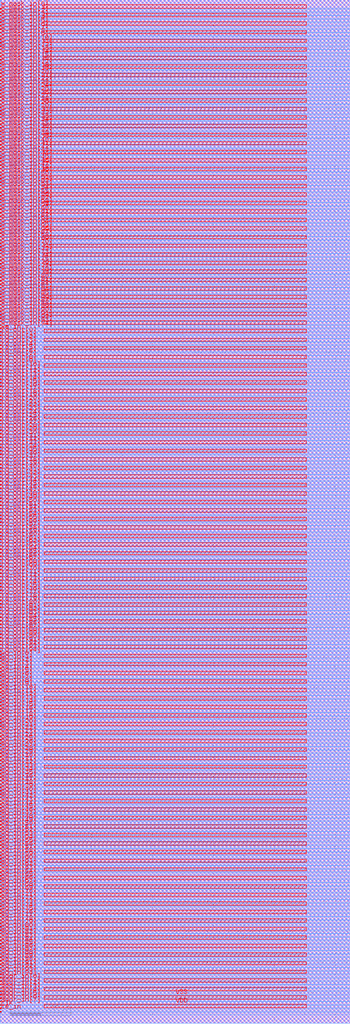
<source format=lef>
VERSION 5.7 ;
BUSBITCHARS "[]" ;
MACRO fakeram45_256x95
  FOREIGN fakeram45_256x95 0 0 ;
  SYMMETRY X Y R90 ;
  SIZE 57.452 BY 167.760 ;
  CLASS BLOCK ;
  PIN w_mask_in[0]
    DIRECTION INPUT ;
    USE SIGNAL ;
    SHAPE ABUTMENT ;
    PORT
      LAYER metal1 ;
      RECT 0.000 166.220 0.140 166.360 ;
      LAYER metal2 ;
      RECT 0.000 166.220 0.140 166.360 ;
      LAYER metal3 ;
      RECT 0.000 166.220 0.140 166.360 ;
      LAYER metal4 ;
      RECT 0.000 166.220 0.140 166.360 ;
      END
    END w_mask_in[0]
  PIN w_mask_in[1]
    DIRECTION INPUT ;
    USE SIGNAL ;
    SHAPE ABUTMENT ;
    PORT
      LAYER metal1 ;
      RECT 0.000 165.663 0.140 165.803 ;
      LAYER metal2 ;
      RECT 0.000 165.663 0.140 165.803 ;
      LAYER metal3 ;
      RECT 0.000 165.663 0.140 165.803 ;
      LAYER metal4 ;
      RECT 0.000 165.663 0.140 165.803 ;
      END
    END w_mask_in[1]
  PIN w_mask_in[2]
    DIRECTION INPUT ;
    USE SIGNAL ;
    SHAPE ABUTMENT ;
    PORT
      LAYER metal1 ;
      RECT 0.000 165.106 0.140 165.246 ;
      LAYER metal2 ;
      RECT 0.000 165.106 0.140 165.246 ;
      LAYER metal3 ;
      RECT 0.000 165.106 0.140 165.246 ;
      LAYER metal4 ;
      RECT 0.000 165.106 0.140 165.246 ;
      END
    END w_mask_in[2]
  PIN w_mask_in[3]
    DIRECTION INPUT ;
    USE SIGNAL ;
    SHAPE ABUTMENT ;
    PORT
      LAYER metal1 ;
      RECT 0.000 164.548 0.140 164.688 ;
      LAYER metal2 ;
      RECT 0.000 164.548 0.140 164.688 ;
      LAYER metal3 ;
      RECT 0.000 164.548 0.140 164.688 ;
      LAYER metal4 ;
      RECT 0.000 164.548 0.140 164.688 ;
      END
    END w_mask_in[3]
  PIN w_mask_in[4]
    DIRECTION INPUT ;
    USE SIGNAL ;
    SHAPE ABUTMENT ;
    PORT
      LAYER metal1 ;
      RECT 0.000 163.991 0.140 164.131 ;
      LAYER metal2 ;
      RECT 0.000 163.991 0.140 164.131 ;
      LAYER metal3 ;
      RECT 0.000 163.991 0.140 164.131 ;
      LAYER metal4 ;
      RECT 0.000 163.991 0.140 164.131 ;
      END
    END w_mask_in[4]
  PIN w_mask_in[5]
    DIRECTION INPUT ;
    USE SIGNAL ;
    SHAPE ABUTMENT ;
    PORT
      LAYER metal1 ;
      RECT 0.000 163.434 0.140 163.574 ;
      LAYER metal2 ;
      RECT 0.000 163.434 0.140 163.574 ;
      LAYER metal3 ;
      RECT 0.000 163.434 0.140 163.574 ;
      LAYER metal4 ;
      RECT 0.000 163.434 0.140 163.574 ;
      END
    END w_mask_in[5]
  PIN w_mask_in[6]
    DIRECTION INPUT ;
    USE SIGNAL ;
    SHAPE ABUTMENT ;
    PORT
      LAYER metal1 ;
      RECT 0.000 162.876 0.140 163.016 ;
      LAYER metal2 ;
      RECT 0.000 162.876 0.140 163.016 ;
      LAYER metal3 ;
      RECT 0.000 162.876 0.140 163.016 ;
      LAYER metal4 ;
      RECT 0.000 162.876 0.140 163.016 ;
      END
    END w_mask_in[6]
  PIN w_mask_in[7]
    DIRECTION INPUT ;
    USE SIGNAL ;
    SHAPE ABUTMENT ;
    PORT
      LAYER metal1 ;
      RECT 0.000 162.319 0.140 162.459 ;
      LAYER metal2 ;
      RECT 0.000 162.319 0.140 162.459 ;
      LAYER metal3 ;
      RECT 0.000 162.319 0.140 162.459 ;
      LAYER metal4 ;
      RECT 0.000 162.319 0.140 162.459 ;
      END
    END w_mask_in[7]
  PIN w_mask_in[8]
    DIRECTION INPUT ;
    USE SIGNAL ;
    SHAPE ABUTMENT ;
    PORT
      LAYER metal1 ;
      RECT 0.000 161.762 0.140 161.902 ;
      LAYER metal2 ;
      RECT 0.000 161.762 0.140 161.902 ;
      LAYER metal3 ;
      RECT 0.000 161.762 0.140 161.902 ;
      LAYER metal4 ;
      RECT 0.000 161.762 0.140 161.902 ;
      END
    END w_mask_in[8]
  PIN w_mask_in[9]
    DIRECTION INPUT ;
    USE SIGNAL ;
    SHAPE ABUTMENT ;
    PORT
      LAYER metal1 ;
      RECT 0.000 161.204 0.140 161.344 ;
      LAYER metal2 ;
      RECT 0.000 161.204 0.140 161.344 ;
      LAYER metal3 ;
      RECT 0.000 161.204 0.140 161.344 ;
      LAYER metal4 ;
      RECT 0.000 161.204 0.140 161.344 ;
      END
    END w_mask_in[9]
  PIN w_mask_in[10]
    DIRECTION INPUT ;
    USE SIGNAL ;
    SHAPE ABUTMENT ;
    PORT
      LAYER metal1 ;
      RECT 0.000 160.647 0.140 160.787 ;
      LAYER metal2 ;
      RECT 0.000 160.647 0.140 160.787 ;
      LAYER metal3 ;
      RECT 0.000 160.647 0.140 160.787 ;
      LAYER metal4 ;
      RECT 0.000 160.647 0.140 160.787 ;
      END
    END w_mask_in[10]
  PIN w_mask_in[11]
    DIRECTION INPUT ;
    USE SIGNAL ;
    SHAPE ABUTMENT ;
    PORT
      LAYER metal1 ;
      RECT 0.000 160.090 0.140 160.230 ;
      LAYER metal2 ;
      RECT 0.000 160.090 0.140 160.230 ;
      LAYER metal3 ;
      RECT 0.000 160.090 0.140 160.230 ;
      LAYER metal4 ;
      RECT 0.000 160.090 0.140 160.230 ;
      END
    END w_mask_in[11]
  PIN w_mask_in[12]
    DIRECTION INPUT ;
    USE SIGNAL ;
    SHAPE ABUTMENT ;
    PORT
      LAYER metal1 ;
      RECT 0.000 159.533 0.140 159.673 ;
      LAYER metal2 ;
      RECT 0.000 159.533 0.140 159.673 ;
      LAYER metal3 ;
      RECT 0.000 159.533 0.140 159.673 ;
      LAYER metal4 ;
      RECT 0.000 159.533 0.140 159.673 ;
      END
    END w_mask_in[12]
  PIN w_mask_in[13]
    DIRECTION INPUT ;
    USE SIGNAL ;
    SHAPE ABUTMENT ;
    PORT
      LAYER metal1 ;
      RECT 0.000 158.975 0.140 159.115 ;
      LAYER metal2 ;
      RECT 0.000 158.975 0.140 159.115 ;
      LAYER metal3 ;
      RECT 0.000 158.975 0.140 159.115 ;
      LAYER metal4 ;
      RECT 0.000 158.975 0.140 159.115 ;
      END
    END w_mask_in[13]
  PIN w_mask_in[14]
    DIRECTION INPUT ;
    USE SIGNAL ;
    SHAPE ABUTMENT ;
    PORT
      LAYER metal1 ;
      RECT 0.000 158.418 0.140 158.558 ;
      LAYER metal2 ;
      RECT 0.000 158.418 0.140 158.558 ;
      LAYER metal3 ;
      RECT 0.000 158.418 0.140 158.558 ;
      LAYER metal4 ;
      RECT 0.000 158.418 0.140 158.558 ;
      END
    END w_mask_in[14]
  PIN w_mask_in[15]
    DIRECTION INPUT ;
    USE SIGNAL ;
    SHAPE ABUTMENT ;
    PORT
      LAYER metal1 ;
      RECT 0.000 157.861 0.140 158.001 ;
      LAYER metal2 ;
      RECT 0.000 157.861 0.140 158.001 ;
      LAYER metal3 ;
      RECT 0.000 157.861 0.140 158.001 ;
      LAYER metal4 ;
      RECT 0.000 157.861 0.140 158.001 ;
      END
    END w_mask_in[15]
  PIN w_mask_in[16]
    DIRECTION INPUT ;
    USE SIGNAL ;
    SHAPE ABUTMENT ;
    PORT
      LAYER metal1 ;
      RECT 0.000 157.303 0.140 157.443 ;
      LAYER metal2 ;
      RECT 0.000 157.303 0.140 157.443 ;
      LAYER metal3 ;
      RECT 0.000 157.303 0.140 157.443 ;
      LAYER metal4 ;
      RECT 0.000 157.303 0.140 157.443 ;
      END
    END w_mask_in[16]
  PIN w_mask_in[17]
    DIRECTION INPUT ;
    USE SIGNAL ;
    SHAPE ABUTMENT ;
    PORT
      LAYER metal1 ;
      RECT 0.000 156.746 0.140 156.886 ;
      LAYER metal2 ;
      RECT 0.000 156.746 0.140 156.886 ;
      LAYER metal3 ;
      RECT 0.000 156.746 0.140 156.886 ;
      LAYER metal4 ;
      RECT 0.000 156.746 0.140 156.886 ;
      END
    END w_mask_in[17]
  PIN w_mask_in[18]
    DIRECTION INPUT ;
    USE SIGNAL ;
    SHAPE ABUTMENT ;
    PORT
      LAYER metal1 ;
      RECT 0.000 156.189 0.140 156.329 ;
      LAYER metal2 ;
      RECT 0.000 156.189 0.140 156.329 ;
      LAYER metal3 ;
      RECT 0.000 156.189 0.140 156.329 ;
      LAYER metal4 ;
      RECT 0.000 156.189 0.140 156.329 ;
      END
    END w_mask_in[18]
  PIN w_mask_in[19]
    DIRECTION INPUT ;
    USE SIGNAL ;
    SHAPE ABUTMENT ;
    PORT
      LAYER metal1 ;
      RECT 0.000 155.631 0.140 155.771 ;
      LAYER metal2 ;
      RECT 0.000 155.631 0.140 155.771 ;
      LAYER metal3 ;
      RECT 0.000 155.631 0.140 155.771 ;
      LAYER metal4 ;
      RECT 0.000 155.631 0.140 155.771 ;
      END
    END w_mask_in[19]
  PIN w_mask_in[20]
    DIRECTION INPUT ;
    USE SIGNAL ;
    SHAPE ABUTMENT ;
    PORT
      LAYER metal1 ;
      RECT 0.000 155.074 0.140 155.214 ;
      LAYER metal2 ;
      RECT 0.000 155.074 0.140 155.214 ;
      LAYER metal3 ;
      RECT 0.000 155.074 0.140 155.214 ;
      LAYER metal4 ;
      RECT 0.000 155.074 0.140 155.214 ;
      END
    END w_mask_in[20]
  PIN w_mask_in[21]
    DIRECTION INPUT ;
    USE SIGNAL ;
    SHAPE ABUTMENT ;
    PORT
      LAYER metal1 ;
      RECT 0.000 154.517 0.140 154.657 ;
      LAYER metal2 ;
      RECT 0.000 154.517 0.140 154.657 ;
      LAYER metal3 ;
      RECT 0.000 154.517 0.140 154.657 ;
      LAYER metal4 ;
      RECT 0.000 154.517 0.140 154.657 ;
      END
    END w_mask_in[21]
  PIN w_mask_in[22]
    DIRECTION INPUT ;
    USE SIGNAL ;
    SHAPE ABUTMENT ;
    PORT
      LAYER metal1 ;
      RECT 0.000 153.960 0.140 154.100 ;
      LAYER metal2 ;
      RECT 0.000 153.960 0.140 154.100 ;
      LAYER metal3 ;
      RECT 0.000 153.960 0.140 154.100 ;
      LAYER metal4 ;
      RECT 0.000 153.960 0.140 154.100 ;
      END
    END w_mask_in[22]
  PIN w_mask_in[23]
    DIRECTION INPUT ;
    USE SIGNAL ;
    SHAPE ABUTMENT ;
    PORT
      LAYER metal1 ;
      RECT 0.000 153.402 0.140 153.542 ;
      LAYER metal2 ;
      RECT 0.000 153.402 0.140 153.542 ;
      LAYER metal3 ;
      RECT 0.000 153.402 0.140 153.542 ;
      LAYER metal4 ;
      RECT 0.000 153.402 0.140 153.542 ;
      END
    END w_mask_in[23]
  PIN w_mask_in[24]
    DIRECTION INPUT ;
    USE SIGNAL ;
    SHAPE ABUTMENT ;
    PORT
      LAYER metal1 ;
      RECT 0.000 152.845 0.140 152.985 ;
      LAYER metal2 ;
      RECT 0.000 152.845 0.140 152.985 ;
      LAYER metal3 ;
      RECT 0.000 152.845 0.140 152.985 ;
      LAYER metal4 ;
      RECT 0.000 152.845 0.140 152.985 ;
      END
    END w_mask_in[24]
  PIN w_mask_in[25]
    DIRECTION INPUT ;
    USE SIGNAL ;
    SHAPE ABUTMENT ;
    PORT
      LAYER metal1 ;
      RECT 0.000 152.288 0.140 152.428 ;
      LAYER metal2 ;
      RECT 0.000 152.288 0.140 152.428 ;
      LAYER metal3 ;
      RECT 0.000 152.288 0.140 152.428 ;
      LAYER metal4 ;
      RECT 0.000 152.288 0.140 152.428 ;
      END
    END w_mask_in[25]
  PIN w_mask_in[26]
    DIRECTION INPUT ;
    USE SIGNAL ;
    SHAPE ABUTMENT ;
    PORT
      LAYER metal1 ;
      RECT 0.000 151.730 0.140 151.870 ;
      LAYER metal2 ;
      RECT 0.000 151.730 0.140 151.870 ;
      LAYER metal3 ;
      RECT 0.000 151.730 0.140 151.870 ;
      LAYER metal4 ;
      RECT 0.000 151.730 0.140 151.870 ;
      END
    END w_mask_in[26]
  PIN w_mask_in[27]
    DIRECTION INPUT ;
    USE SIGNAL ;
    SHAPE ABUTMENT ;
    PORT
      LAYER metal1 ;
      RECT 0.000 151.173 0.140 151.313 ;
      LAYER metal2 ;
      RECT 0.000 151.173 0.140 151.313 ;
      LAYER metal3 ;
      RECT 0.000 151.173 0.140 151.313 ;
      LAYER metal4 ;
      RECT 0.000 151.173 0.140 151.313 ;
      END
    END w_mask_in[27]
  PIN w_mask_in[28]
    DIRECTION INPUT ;
    USE SIGNAL ;
    SHAPE ABUTMENT ;
    PORT
      LAYER metal1 ;
      RECT 0.000 150.616 0.140 150.756 ;
      LAYER metal2 ;
      RECT 0.000 150.616 0.140 150.756 ;
      LAYER metal3 ;
      RECT 0.000 150.616 0.140 150.756 ;
      LAYER metal4 ;
      RECT 0.000 150.616 0.140 150.756 ;
      END
    END w_mask_in[28]
  PIN w_mask_in[29]
    DIRECTION INPUT ;
    USE SIGNAL ;
    SHAPE ABUTMENT ;
    PORT
      LAYER metal1 ;
      RECT 0.000 150.059 0.140 150.199 ;
      LAYER metal2 ;
      RECT 0.000 150.059 0.140 150.199 ;
      LAYER metal3 ;
      RECT 0.000 150.059 0.140 150.199 ;
      LAYER metal4 ;
      RECT 0.000 150.059 0.140 150.199 ;
      END
    END w_mask_in[29]
  PIN w_mask_in[30]
    DIRECTION INPUT ;
    USE SIGNAL ;
    SHAPE ABUTMENT ;
    PORT
      LAYER metal1 ;
      RECT 0.000 149.501 0.140 149.641 ;
      LAYER metal2 ;
      RECT 0.000 149.501 0.140 149.641 ;
      LAYER metal3 ;
      RECT 0.000 149.501 0.140 149.641 ;
      LAYER metal4 ;
      RECT 0.000 149.501 0.140 149.641 ;
      END
    END w_mask_in[30]
  PIN w_mask_in[31]
    DIRECTION INPUT ;
    USE SIGNAL ;
    SHAPE ABUTMENT ;
    PORT
      LAYER metal1 ;
      RECT 0.000 148.944 0.140 149.084 ;
      LAYER metal2 ;
      RECT 0.000 148.944 0.140 149.084 ;
      LAYER metal3 ;
      RECT 0.000 148.944 0.140 149.084 ;
      LAYER metal4 ;
      RECT 0.000 148.944 0.140 149.084 ;
      END
    END w_mask_in[31]
  PIN w_mask_in[32]
    DIRECTION INPUT ;
    USE SIGNAL ;
    SHAPE ABUTMENT ;
    PORT
      LAYER metal1 ;
      RECT 0.000 148.387 0.140 148.527 ;
      LAYER metal2 ;
      RECT 0.000 148.387 0.140 148.527 ;
      LAYER metal3 ;
      RECT 0.000 148.387 0.140 148.527 ;
      LAYER metal4 ;
      RECT 0.000 148.387 0.140 148.527 ;
      END
    END w_mask_in[32]
  PIN w_mask_in[33]
    DIRECTION INPUT ;
    USE SIGNAL ;
    SHAPE ABUTMENT ;
    PORT
      LAYER metal1 ;
      RECT 0.000 147.829 0.140 147.969 ;
      LAYER metal2 ;
      RECT 0.000 147.829 0.140 147.969 ;
      LAYER metal3 ;
      RECT 0.000 147.829 0.140 147.969 ;
      LAYER metal4 ;
      RECT 0.000 147.829 0.140 147.969 ;
      END
    END w_mask_in[33]
  PIN w_mask_in[34]
    DIRECTION INPUT ;
    USE SIGNAL ;
    SHAPE ABUTMENT ;
    PORT
      LAYER metal1 ;
      RECT 0.000 147.272 0.140 147.412 ;
      LAYER metal2 ;
      RECT 0.000 147.272 0.140 147.412 ;
      LAYER metal3 ;
      RECT 0.000 147.272 0.140 147.412 ;
      LAYER metal4 ;
      RECT 0.000 147.272 0.140 147.412 ;
      END
    END w_mask_in[34]
  PIN w_mask_in[35]
    DIRECTION INPUT ;
    USE SIGNAL ;
    SHAPE ABUTMENT ;
    PORT
      LAYER metal1 ;
      RECT 0.000 146.715 0.140 146.855 ;
      LAYER metal2 ;
      RECT 0.000 146.715 0.140 146.855 ;
      LAYER metal3 ;
      RECT 0.000 146.715 0.140 146.855 ;
      LAYER metal4 ;
      RECT 0.000 146.715 0.140 146.855 ;
      END
    END w_mask_in[35]
  PIN w_mask_in[36]
    DIRECTION INPUT ;
    USE SIGNAL ;
    SHAPE ABUTMENT ;
    PORT
      LAYER metal1 ;
      RECT 0.000 146.157 0.140 146.297 ;
      LAYER metal2 ;
      RECT 0.000 146.157 0.140 146.297 ;
      LAYER metal3 ;
      RECT 0.000 146.157 0.140 146.297 ;
      LAYER metal4 ;
      RECT 0.000 146.157 0.140 146.297 ;
      END
    END w_mask_in[36]
  PIN w_mask_in[37]
    DIRECTION INPUT ;
    USE SIGNAL ;
    SHAPE ABUTMENT ;
    PORT
      LAYER metal1 ;
      RECT 0.000 145.600 0.140 145.740 ;
      LAYER metal2 ;
      RECT 0.000 145.600 0.140 145.740 ;
      LAYER metal3 ;
      RECT 0.000 145.600 0.140 145.740 ;
      LAYER metal4 ;
      RECT 0.000 145.600 0.140 145.740 ;
      END
    END w_mask_in[37]
  PIN w_mask_in[38]
    DIRECTION INPUT ;
    USE SIGNAL ;
    SHAPE ABUTMENT ;
    PORT
      LAYER metal1 ;
      RECT 0.000 145.043 0.140 145.183 ;
      LAYER metal2 ;
      RECT 0.000 145.043 0.140 145.183 ;
      LAYER metal3 ;
      RECT 0.000 145.043 0.140 145.183 ;
      LAYER metal4 ;
      RECT 0.000 145.043 0.140 145.183 ;
      END
    END w_mask_in[38]
  PIN w_mask_in[39]
    DIRECTION INPUT ;
    USE SIGNAL ;
    SHAPE ABUTMENT ;
    PORT
      LAYER metal1 ;
      RECT 0.000 144.486 0.140 144.626 ;
      LAYER metal2 ;
      RECT 0.000 144.486 0.140 144.626 ;
      LAYER metal3 ;
      RECT 0.000 144.486 0.140 144.626 ;
      LAYER metal4 ;
      RECT 0.000 144.486 0.140 144.626 ;
      END
    END w_mask_in[39]
  PIN w_mask_in[40]
    DIRECTION INPUT ;
    USE SIGNAL ;
    SHAPE ABUTMENT ;
    PORT
      LAYER metal1 ;
      RECT 0.000 143.928 0.140 144.068 ;
      LAYER metal2 ;
      RECT 0.000 143.928 0.140 144.068 ;
      LAYER metal3 ;
      RECT 0.000 143.928 0.140 144.068 ;
      LAYER metal4 ;
      RECT 0.000 143.928 0.140 144.068 ;
      END
    END w_mask_in[40]
  PIN w_mask_in[41]
    DIRECTION INPUT ;
    USE SIGNAL ;
    SHAPE ABUTMENT ;
    PORT
      LAYER metal1 ;
      RECT 0.000 143.371 0.140 143.511 ;
      LAYER metal2 ;
      RECT 0.000 143.371 0.140 143.511 ;
      LAYER metal3 ;
      RECT 0.000 143.371 0.140 143.511 ;
      LAYER metal4 ;
      RECT 0.000 143.371 0.140 143.511 ;
      END
    END w_mask_in[41]
  PIN w_mask_in[42]
    DIRECTION INPUT ;
    USE SIGNAL ;
    SHAPE ABUTMENT ;
    PORT
      LAYER metal1 ;
      RECT 0.000 142.814 0.140 142.954 ;
      LAYER metal2 ;
      RECT 0.000 142.814 0.140 142.954 ;
      LAYER metal3 ;
      RECT 0.000 142.814 0.140 142.954 ;
      LAYER metal4 ;
      RECT 0.000 142.814 0.140 142.954 ;
      END
    END w_mask_in[42]
  PIN w_mask_in[43]
    DIRECTION INPUT ;
    USE SIGNAL ;
    SHAPE ABUTMENT ;
    PORT
      LAYER metal1 ;
      RECT 0.000 142.256 0.140 142.396 ;
      LAYER metal2 ;
      RECT 0.000 142.256 0.140 142.396 ;
      LAYER metal3 ;
      RECT 0.000 142.256 0.140 142.396 ;
      LAYER metal4 ;
      RECT 0.000 142.256 0.140 142.396 ;
      END
    END w_mask_in[43]
  PIN w_mask_in[44]
    DIRECTION INPUT ;
    USE SIGNAL ;
    SHAPE ABUTMENT ;
    PORT
      LAYER metal1 ;
      RECT 0.000 141.699 0.140 141.839 ;
      LAYER metal2 ;
      RECT 0.000 141.699 0.140 141.839 ;
      LAYER metal3 ;
      RECT 0.000 141.699 0.140 141.839 ;
      LAYER metal4 ;
      RECT 0.000 141.699 0.140 141.839 ;
      END
    END w_mask_in[44]
  PIN w_mask_in[45]
    DIRECTION INPUT ;
    USE SIGNAL ;
    SHAPE ABUTMENT ;
    PORT
      LAYER metal1 ;
      RECT 0.000 141.142 0.140 141.282 ;
      LAYER metal2 ;
      RECT 0.000 141.142 0.140 141.282 ;
      LAYER metal3 ;
      RECT 0.000 141.142 0.140 141.282 ;
      LAYER metal4 ;
      RECT 0.000 141.142 0.140 141.282 ;
      END
    END w_mask_in[45]
  PIN w_mask_in[46]
    DIRECTION INPUT ;
    USE SIGNAL ;
    SHAPE ABUTMENT ;
    PORT
      LAYER metal1 ;
      RECT 0.000 140.584 0.140 140.724 ;
      LAYER metal2 ;
      RECT 0.000 140.584 0.140 140.724 ;
      LAYER metal3 ;
      RECT 0.000 140.584 0.140 140.724 ;
      LAYER metal4 ;
      RECT 0.000 140.584 0.140 140.724 ;
      END
    END w_mask_in[46]
  PIN w_mask_in[47]
    DIRECTION INPUT ;
    USE SIGNAL ;
    SHAPE ABUTMENT ;
    PORT
      LAYER metal1 ;
      RECT 0.000 140.027 0.140 140.167 ;
      LAYER metal2 ;
      RECT 0.000 140.027 0.140 140.167 ;
      LAYER metal3 ;
      RECT 0.000 140.027 0.140 140.167 ;
      LAYER metal4 ;
      RECT 0.000 140.027 0.140 140.167 ;
      END
    END w_mask_in[47]
  PIN w_mask_in[48]
    DIRECTION INPUT ;
    USE SIGNAL ;
    SHAPE ABUTMENT ;
    PORT
      LAYER metal1 ;
      RECT 0.000 139.470 0.140 139.610 ;
      LAYER metal2 ;
      RECT 0.000 139.470 0.140 139.610 ;
      LAYER metal3 ;
      RECT 0.000 139.470 0.140 139.610 ;
      LAYER metal4 ;
      RECT 0.000 139.470 0.140 139.610 ;
      END
    END w_mask_in[48]
  PIN w_mask_in[49]
    DIRECTION INPUT ;
    USE SIGNAL ;
    SHAPE ABUTMENT ;
    PORT
      LAYER metal1 ;
      RECT 0.000 138.913 0.140 139.053 ;
      LAYER metal2 ;
      RECT 0.000 138.913 0.140 139.053 ;
      LAYER metal3 ;
      RECT 0.000 138.913 0.140 139.053 ;
      LAYER metal4 ;
      RECT 0.000 138.913 0.140 139.053 ;
      END
    END w_mask_in[49]
  PIN w_mask_in[50]
    DIRECTION INPUT ;
    USE SIGNAL ;
    SHAPE ABUTMENT ;
    PORT
      LAYER metal1 ;
      RECT 0.000 138.355 0.140 138.495 ;
      LAYER metal2 ;
      RECT 0.000 138.355 0.140 138.495 ;
      LAYER metal3 ;
      RECT 0.000 138.355 0.140 138.495 ;
      LAYER metal4 ;
      RECT 0.000 138.355 0.140 138.495 ;
      END
    END w_mask_in[50]
  PIN w_mask_in[51]
    DIRECTION INPUT ;
    USE SIGNAL ;
    SHAPE ABUTMENT ;
    PORT
      LAYER metal1 ;
      RECT 0.000 137.798 0.140 137.938 ;
      LAYER metal2 ;
      RECT 0.000 137.798 0.140 137.938 ;
      LAYER metal3 ;
      RECT 0.000 137.798 0.140 137.938 ;
      LAYER metal4 ;
      RECT 0.000 137.798 0.140 137.938 ;
      END
    END w_mask_in[51]
  PIN w_mask_in[52]
    DIRECTION INPUT ;
    USE SIGNAL ;
    SHAPE ABUTMENT ;
    PORT
      LAYER metal1 ;
      RECT 0.000 137.241 0.140 137.381 ;
      LAYER metal2 ;
      RECT 0.000 137.241 0.140 137.381 ;
      LAYER metal3 ;
      RECT 0.000 137.241 0.140 137.381 ;
      LAYER metal4 ;
      RECT 0.000 137.241 0.140 137.381 ;
      END
    END w_mask_in[52]
  PIN w_mask_in[53]
    DIRECTION INPUT ;
    USE SIGNAL ;
    SHAPE ABUTMENT ;
    PORT
      LAYER metal1 ;
      RECT 0.000 136.683 0.140 136.823 ;
      LAYER metal2 ;
      RECT 0.000 136.683 0.140 136.823 ;
      LAYER metal3 ;
      RECT 0.000 136.683 0.140 136.823 ;
      LAYER metal4 ;
      RECT 0.000 136.683 0.140 136.823 ;
      END
    END w_mask_in[53]
  PIN w_mask_in[54]
    DIRECTION INPUT ;
    USE SIGNAL ;
    SHAPE ABUTMENT ;
    PORT
      LAYER metal1 ;
      RECT 0.000 136.126 0.140 136.266 ;
      LAYER metal2 ;
      RECT 0.000 136.126 0.140 136.266 ;
      LAYER metal3 ;
      RECT 0.000 136.126 0.140 136.266 ;
      LAYER metal4 ;
      RECT 0.000 136.126 0.140 136.266 ;
      END
    END w_mask_in[54]
  PIN w_mask_in[55]
    DIRECTION INPUT ;
    USE SIGNAL ;
    SHAPE ABUTMENT ;
    PORT
      LAYER metal1 ;
      RECT 0.000 135.569 0.140 135.709 ;
      LAYER metal2 ;
      RECT 0.000 135.569 0.140 135.709 ;
      LAYER metal3 ;
      RECT 0.000 135.569 0.140 135.709 ;
      LAYER metal4 ;
      RECT 0.000 135.569 0.140 135.709 ;
      END
    END w_mask_in[55]
  PIN w_mask_in[56]
    DIRECTION INPUT ;
    USE SIGNAL ;
    SHAPE ABUTMENT ;
    PORT
      LAYER metal1 ;
      RECT 0.000 135.011 0.140 135.151 ;
      LAYER metal2 ;
      RECT 0.000 135.011 0.140 135.151 ;
      LAYER metal3 ;
      RECT 0.000 135.011 0.140 135.151 ;
      LAYER metal4 ;
      RECT 0.000 135.011 0.140 135.151 ;
      END
    END w_mask_in[56]
  PIN w_mask_in[57]
    DIRECTION INPUT ;
    USE SIGNAL ;
    SHAPE ABUTMENT ;
    PORT
      LAYER metal1 ;
      RECT 0.000 134.454 0.140 134.594 ;
      LAYER metal2 ;
      RECT 0.000 134.454 0.140 134.594 ;
      LAYER metal3 ;
      RECT 0.000 134.454 0.140 134.594 ;
      LAYER metal4 ;
      RECT 0.000 134.454 0.140 134.594 ;
      END
    END w_mask_in[57]
  PIN w_mask_in[58]
    DIRECTION INPUT ;
    USE SIGNAL ;
    SHAPE ABUTMENT ;
    PORT
      LAYER metal1 ;
      RECT 0.000 133.897 0.140 134.037 ;
      LAYER metal2 ;
      RECT 0.000 133.897 0.140 134.037 ;
      LAYER metal3 ;
      RECT 0.000 133.897 0.140 134.037 ;
      LAYER metal4 ;
      RECT 0.000 133.897 0.140 134.037 ;
      END
    END w_mask_in[58]
  PIN w_mask_in[59]
    DIRECTION INPUT ;
    USE SIGNAL ;
    SHAPE ABUTMENT ;
    PORT
      LAYER metal1 ;
      RECT 0.000 133.340 0.140 133.480 ;
      LAYER metal2 ;
      RECT 0.000 133.340 0.140 133.480 ;
      LAYER metal3 ;
      RECT 0.000 133.340 0.140 133.480 ;
      LAYER metal4 ;
      RECT 0.000 133.340 0.140 133.480 ;
      END
    END w_mask_in[59]
  PIN w_mask_in[60]
    DIRECTION INPUT ;
    USE SIGNAL ;
    SHAPE ABUTMENT ;
    PORT
      LAYER metal1 ;
      RECT 0.000 132.782 0.140 132.922 ;
      LAYER metal2 ;
      RECT 0.000 132.782 0.140 132.922 ;
      LAYER metal3 ;
      RECT 0.000 132.782 0.140 132.922 ;
      LAYER metal4 ;
      RECT 0.000 132.782 0.140 132.922 ;
      END
    END w_mask_in[60]
  PIN w_mask_in[61]
    DIRECTION INPUT ;
    USE SIGNAL ;
    SHAPE ABUTMENT ;
    PORT
      LAYER metal1 ;
      RECT 0.000 132.225 0.140 132.365 ;
      LAYER metal2 ;
      RECT 0.000 132.225 0.140 132.365 ;
      LAYER metal3 ;
      RECT 0.000 132.225 0.140 132.365 ;
      LAYER metal4 ;
      RECT 0.000 132.225 0.140 132.365 ;
      END
    END w_mask_in[61]
  PIN w_mask_in[62]
    DIRECTION INPUT ;
    USE SIGNAL ;
    SHAPE ABUTMENT ;
    PORT
      LAYER metal1 ;
      RECT 0.000 131.668 0.140 131.808 ;
      LAYER metal2 ;
      RECT 0.000 131.668 0.140 131.808 ;
      LAYER metal3 ;
      RECT 0.000 131.668 0.140 131.808 ;
      LAYER metal4 ;
      RECT 0.000 131.668 0.140 131.808 ;
      END
    END w_mask_in[62]
  PIN w_mask_in[63]
    DIRECTION INPUT ;
    USE SIGNAL ;
    SHAPE ABUTMENT ;
    PORT
      LAYER metal1 ;
      RECT 0.000 131.110 0.140 131.250 ;
      LAYER metal2 ;
      RECT 0.000 131.110 0.140 131.250 ;
      LAYER metal3 ;
      RECT 0.000 131.110 0.140 131.250 ;
      LAYER metal4 ;
      RECT 0.000 131.110 0.140 131.250 ;
      END
    END w_mask_in[63]
  PIN w_mask_in[64]
    DIRECTION INPUT ;
    USE SIGNAL ;
    SHAPE ABUTMENT ;
    PORT
      LAYER metal1 ;
      RECT 0.000 130.553 0.140 130.693 ;
      LAYER metal2 ;
      RECT 0.000 130.553 0.140 130.693 ;
      LAYER metal3 ;
      RECT 0.000 130.553 0.140 130.693 ;
      LAYER metal4 ;
      RECT 0.000 130.553 0.140 130.693 ;
      END
    END w_mask_in[64]
  PIN w_mask_in[65]
    DIRECTION INPUT ;
    USE SIGNAL ;
    SHAPE ABUTMENT ;
    PORT
      LAYER metal1 ;
      RECT 0.000 129.996 0.140 130.136 ;
      LAYER metal2 ;
      RECT 0.000 129.996 0.140 130.136 ;
      LAYER metal3 ;
      RECT 0.000 129.996 0.140 130.136 ;
      LAYER metal4 ;
      RECT 0.000 129.996 0.140 130.136 ;
      END
    END w_mask_in[65]
  PIN w_mask_in[66]
    DIRECTION INPUT ;
    USE SIGNAL ;
    SHAPE ABUTMENT ;
    PORT
      LAYER metal1 ;
      RECT 0.000 129.438 0.140 129.578 ;
      LAYER metal2 ;
      RECT 0.000 129.438 0.140 129.578 ;
      LAYER metal3 ;
      RECT 0.000 129.438 0.140 129.578 ;
      LAYER metal4 ;
      RECT 0.000 129.438 0.140 129.578 ;
      END
    END w_mask_in[66]
  PIN w_mask_in[67]
    DIRECTION INPUT ;
    USE SIGNAL ;
    SHAPE ABUTMENT ;
    PORT
      LAYER metal1 ;
      RECT 0.000 128.881 0.140 129.021 ;
      LAYER metal2 ;
      RECT 0.000 128.881 0.140 129.021 ;
      LAYER metal3 ;
      RECT 0.000 128.881 0.140 129.021 ;
      LAYER metal4 ;
      RECT 0.000 128.881 0.140 129.021 ;
      END
    END w_mask_in[67]
  PIN w_mask_in[68]
    DIRECTION INPUT ;
    USE SIGNAL ;
    SHAPE ABUTMENT ;
    PORT
      LAYER metal1 ;
      RECT 0.000 128.324 0.140 128.464 ;
      LAYER metal2 ;
      RECT 0.000 128.324 0.140 128.464 ;
      LAYER metal3 ;
      RECT 0.000 128.324 0.140 128.464 ;
      LAYER metal4 ;
      RECT 0.000 128.324 0.140 128.464 ;
      END
    END w_mask_in[68]
  PIN w_mask_in[69]
    DIRECTION INPUT ;
    USE SIGNAL ;
    SHAPE ABUTMENT ;
    PORT
      LAYER metal1 ;
      RECT 0.000 127.767 0.140 127.907 ;
      LAYER metal2 ;
      RECT 0.000 127.767 0.140 127.907 ;
      LAYER metal3 ;
      RECT 0.000 127.767 0.140 127.907 ;
      LAYER metal4 ;
      RECT 0.000 127.767 0.140 127.907 ;
      END
    END w_mask_in[69]
  PIN w_mask_in[70]
    DIRECTION INPUT ;
    USE SIGNAL ;
    SHAPE ABUTMENT ;
    PORT
      LAYER metal1 ;
      RECT 0.000 127.209 0.140 127.349 ;
      LAYER metal2 ;
      RECT 0.000 127.209 0.140 127.349 ;
      LAYER metal3 ;
      RECT 0.000 127.209 0.140 127.349 ;
      LAYER metal4 ;
      RECT 0.000 127.209 0.140 127.349 ;
      END
    END w_mask_in[70]
  PIN w_mask_in[71]
    DIRECTION INPUT ;
    USE SIGNAL ;
    SHAPE ABUTMENT ;
    PORT
      LAYER metal1 ;
      RECT 0.000 126.652 0.140 126.792 ;
      LAYER metal2 ;
      RECT 0.000 126.652 0.140 126.792 ;
      LAYER metal3 ;
      RECT 0.000 126.652 0.140 126.792 ;
      LAYER metal4 ;
      RECT 0.000 126.652 0.140 126.792 ;
      END
    END w_mask_in[71]
  PIN w_mask_in[72]
    DIRECTION INPUT ;
    USE SIGNAL ;
    SHAPE ABUTMENT ;
    PORT
      LAYER metal1 ;
      RECT 0.000 126.095 0.140 126.235 ;
      LAYER metal2 ;
      RECT 0.000 126.095 0.140 126.235 ;
      LAYER metal3 ;
      RECT 0.000 126.095 0.140 126.235 ;
      LAYER metal4 ;
      RECT 0.000 126.095 0.140 126.235 ;
      END
    END w_mask_in[72]
  PIN w_mask_in[73]
    DIRECTION INPUT ;
    USE SIGNAL ;
    SHAPE ABUTMENT ;
    PORT
      LAYER metal1 ;
      RECT 0.000 125.537 0.140 125.677 ;
      LAYER metal2 ;
      RECT 0.000 125.537 0.140 125.677 ;
      LAYER metal3 ;
      RECT 0.000 125.537 0.140 125.677 ;
      LAYER metal4 ;
      RECT 0.000 125.537 0.140 125.677 ;
      END
    END w_mask_in[73]
  PIN w_mask_in[74]
    DIRECTION INPUT ;
    USE SIGNAL ;
    SHAPE ABUTMENT ;
    PORT
      LAYER metal1 ;
      RECT 0.000 124.980 0.140 125.120 ;
      LAYER metal2 ;
      RECT 0.000 124.980 0.140 125.120 ;
      LAYER metal3 ;
      RECT 0.000 124.980 0.140 125.120 ;
      LAYER metal4 ;
      RECT 0.000 124.980 0.140 125.120 ;
      END
    END w_mask_in[74]
  PIN w_mask_in[75]
    DIRECTION INPUT ;
    USE SIGNAL ;
    SHAPE ABUTMENT ;
    PORT
      LAYER metal1 ;
      RECT 0.000 124.423 0.140 124.563 ;
      LAYER metal2 ;
      RECT 0.000 124.423 0.140 124.563 ;
      LAYER metal3 ;
      RECT 0.000 124.423 0.140 124.563 ;
      LAYER metal4 ;
      RECT 0.000 124.423 0.140 124.563 ;
      END
    END w_mask_in[75]
  PIN w_mask_in[76]
    DIRECTION INPUT ;
    USE SIGNAL ;
    SHAPE ABUTMENT ;
    PORT
      LAYER metal1 ;
      RECT 0.000 123.866 0.140 124.006 ;
      LAYER metal2 ;
      RECT 0.000 123.866 0.140 124.006 ;
      LAYER metal3 ;
      RECT 0.000 123.866 0.140 124.006 ;
      LAYER metal4 ;
      RECT 0.000 123.866 0.140 124.006 ;
      END
    END w_mask_in[76]
  PIN w_mask_in[77]
    DIRECTION INPUT ;
    USE SIGNAL ;
    SHAPE ABUTMENT ;
    PORT
      LAYER metal1 ;
      RECT 0.000 123.308 0.140 123.448 ;
      LAYER metal2 ;
      RECT 0.000 123.308 0.140 123.448 ;
      LAYER metal3 ;
      RECT 0.000 123.308 0.140 123.448 ;
      LAYER metal4 ;
      RECT 0.000 123.308 0.140 123.448 ;
      END
    END w_mask_in[77]
  PIN w_mask_in[78]
    DIRECTION INPUT ;
    USE SIGNAL ;
    SHAPE ABUTMENT ;
    PORT
      LAYER metal1 ;
      RECT 0.000 122.751 0.140 122.891 ;
      LAYER metal2 ;
      RECT 0.000 122.751 0.140 122.891 ;
      LAYER metal3 ;
      RECT 0.000 122.751 0.140 122.891 ;
      LAYER metal4 ;
      RECT 0.000 122.751 0.140 122.891 ;
      END
    END w_mask_in[78]
  PIN w_mask_in[79]
    DIRECTION INPUT ;
    USE SIGNAL ;
    SHAPE ABUTMENT ;
    PORT
      LAYER metal1 ;
      RECT 0.000 122.194 0.140 122.334 ;
      LAYER metal2 ;
      RECT 0.000 122.194 0.140 122.334 ;
      LAYER metal3 ;
      RECT 0.000 122.194 0.140 122.334 ;
      LAYER metal4 ;
      RECT 0.000 122.194 0.140 122.334 ;
      END
    END w_mask_in[79]
  PIN w_mask_in[80]
    DIRECTION INPUT ;
    USE SIGNAL ;
    SHAPE ABUTMENT ;
    PORT
      LAYER metal1 ;
      RECT 0.000 121.636 0.140 121.776 ;
      LAYER metal2 ;
      RECT 0.000 121.636 0.140 121.776 ;
      LAYER metal3 ;
      RECT 0.000 121.636 0.140 121.776 ;
      LAYER metal4 ;
      RECT 0.000 121.636 0.140 121.776 ;
      END
    END w_mask_in[80]
  PIN w_mask_in[81]
    DIRECTION INPUT ;
    USE SIGNAL ;
    SHAPE ABUTMENT ;
    PORT
      LAYER metal1 ;
      RECT 0.000 121.079 0.140 121.219 ;
      LAYER metal2 ;
      RECT 0.000 121.079 0.140 121.219 ;
      LAYER metal3 ;
      RECT 0.000 121.079 0.140 121.219 ;
      LAYER metal4 ;
      RECT 0.000 121.079 0.140 121.219 ;
      END
    END w_mask_in[81]
  PIN w_mask_in[82]
    DIRECTION INPUT ;
    USE SIGNAL ;
    SHAPE ABUTMENT ;
    PORT
      LAYER metal1 ;
      RECT 0.000 120.522 0.140 120.662 ;
      LAYER metal2 ;
      RECT 0.000 120.522 0.140 120.662 ;
      LAYER metal3 ;
      RECT 0.000 120.522 0.140 120.662 ;
      LAYER metal4 ;
      RECT 0.000 120.522 0.140 120.662 ;
      END
    END w_mask_in[82]
  PIN w_mask_in[83]
    DIRECTION INPUT ;
    USE SIGNAL ;
    SHAPE ABUTMENT ;
    PORT
      LAYER metal1 ;
      RECT 0.000 119.964 0.140 120.104 ;
      LAYER metal2 ;
      RECT 0.000 119.964 0.140 120.104 ;
      LAYER metal3 ;
      RECT 0.000 119.964 0.140 120.104 ;
      LAYER metal4 ;
      RECT 0.000 119.964 0.140 120.104 ;
      END
    END w_mask_in[83]
  PIN w_mask_in[84]
    DIRECTION INPUT ;
    USE SIGNAL ;
    SHAPE ABUTMENT ;
    PORT
      LAYER metal1 ;
      RECT 0.000 119.407 0.140 119.547 ;
      LAYER metal2 ;
      RECT 0.000 119.407 0.140 119.547 ;
      LAYER metal3 ;
      RECT 0.000 119.407 0.140 119.547 ;
      LAYER metal4 ;
      RECT 0.000 119.407 0.140 119.547 ;
      END
    END w_mask_in[84]
  PIN w_mask_in[85]
    DIRECTION INPUT ;
    USE SIGNAL ;
    SHAPE ABUTMENT ;
    PORT
      LAYER metal1 ;
      RECT 0.000 118.850 0.140 118.990 ;
      LAYER metal2 ;
      RECT 0.000 118.850 0.140 118.990 ;
      LAYER metal3 ;
      RECT 0.000 118.850 0.140 118.990 ;
      LAYER metal4 ;
      RECT 0.000 118.850 0.140 118.990 ;
      END
    END w_mask_in[85]
  PIN w_mask_in[86]
    DIRECTION INPUT ;
    USE SIGNAL ;
    SHAPE ABUTMENT ;
    PORT
      LAYER metal1 ;
      RECT 0.000 118.293 0.140 118.433 ;
      LAYER metal2 ;
      RECT 0.000 118.293 0.140 118.433 ;
      LAYER metal3 ;
      RECT 0.000 118.293 0.140 118.433 ;
      LAYER metal4 ;
      RECT 0.000 118.293 0.140 118.433 ;
      END
    END w_mask_in[86]
  PIN w_mask_in[87]
    DIRECTION INPUT ;
    USE SIGNAL ;
    SHAPE ABUTMENT ;
    PORT
      LAYER metal1 ;
      RECT 0.000 117.735 0.140 117.875 ;
      LAYER metal2 ;
      RECT 0.000 117.735 0.140 117.875 ;
      LAYER metal3 ;
      RECT 0.000 117.735 0.140 117.875 ;
      LAYER metal4 ;
      RECT 0.000 117.735 0.140 117.875 ;
      END
    END w_mask_in[87]
  PIN w_mask_in[88]
    DIRECTION INPUT ;
    USE SIGNAL ;
    SHAPE ABUTMENT ;
    PORT
      LAYER metal1 ;
      RECT 0.000 117.178 0.140 117.318 ;
      LAYER metal2 ;
      RECT 0.000 117.178 0.140 117.318 ;
      LAYER metal3 ;
      RECT 0.000 117.178 0.140 117.318 ;
      LAYER metal4 ;
      RECT 0.000 117.178 0.140 117.318 ;
      END
    END w_mask_in[88]
  PIN w_mask_in[89]
    DIRECTION INPUT ;
    USE SIGNAL ;
    SHAPE ABUTMENT ;
    PORT
      LAYER metal1 ;
      RECT 0.000 116.621 0.140 116.761 ;
      LAYER metal2 ;
      RECT 0.000 116.621 0.140 116.761 ;
      LAYER metal3 ;
      RECT 0.000 116.621 0.140 116.761 ;
      LAYER metal4 ;
      RECT 0.000 116.621 0.140 116.761 ;
      END
    END w_mask_in[89]
  PIN w_mask_in[90]
    DIRECTION INPUT ;
    USE SIGNAL ;
    SHAPE ABUTMENT ;
    PORT
      LAYER metal1 ;
      RECT 0.000 116.063 0.140 116.203 ;
      LAYER metal2 ;
      RECT 0.000 116.063 0.140 116.203 ;
      LAYER metal3 ;
      RECT 0.000 116.063 0.140 116.203 ;
      LAYER metal4 ;
      RECT 0.000 116.063 0.140 116.203 ;
      END
    END w_mask_in[90]
  PIN w_mask_in[91]
    DIRECTION INPUT ;
    USE SIGNAL ;
    SHAPE ABUTMENT ;
    PORT
      LAYER metal1 ;
      RECT 0.000 115.506 0.140 115.646 ;
      LAYER metal2 ;
      RECT 0.000 115.506 0.140 115.646 ;
      LAYER metal3 ;
      RECT 0.000 115.506 0.140 115.646 ;
      LAYER metal4 ;
      RECT 0.000 115.506 0.140 115.646 ;
      END
    END w_mask_in[91]
  PIN w_mask_in[92]
    DIRECTION INPUT ;
    USE SIGNAL ;
    SHAPE ABUTMENT ;
    PORT
      LAYER metal1 ;
      RECT 0.000 114.949 0.140 115.089 ;
      LAYER metal2 ;
      RECT 0.000 114.949 0.140 115.089 ;
      LAYER metal3 ;
      RECT 0.000 114.949 0.140 115.089 ;
      LAYER metal4 ;
      RECT 0.000 114.949 0.140 115.089 ;
      END
    END w_mask_in[92]
  PIN w_mask_in[93]
    DIRECTION INPUT ;
    USE SIGNAL ;
    SHAPE ABUTMENT ;
    PORT
      LAYER metal1 ;
      RECT 0.000 114.391 0.140 114.531 ;
      LAYER metal2 ;
      RECT 0.000 114.391 0.140 114.531 ;
      LAYER metal3 ;
      RECT 0.000 114.391 0.140 114.531 ;
      LAYER metal4 ;
      RECT 0.000 114.391 0.140 114.531 ;
      END
    END w_mask_in[93]
  PIN w_mask_in[94]
    DIRECTION INPUT ;
    USE SIGNAL ;
    SHAPE ABUTMENT ;
    PORT
      LAYER metal1 ;
      RECT 0.000 113.834 0.140 113.974 ;
      LAYER metal2 ;
      RECT 0.000 113.834 0.140 113.974 ;
      LAYER metal3 ;
      RECT 0.000 113.834 0.140 113.974 ;
      LAYER metal4 ;
      RECT 0.000 113.834 0.140 113.974 ;
      END
    END w_mask_in[94]
  PIN we_in
    DIRECTION INPUT ;
    USE SIGNAL ;
    SHAPE ABUTMENT ;
    PORT
      LAYER metal1 ;
      RECT 0.000 113.277 0.140 113.417 ;
      LAYER metal2 ;
      RECT 0.000 113.277 0.140 113.417 ;
      LAYER metal3 ;
      RECT 0.000 113.277 0.140 113.417 ;
      LAYER metal4 ;
      RECT 0.000 113.277 0.140 113.417 ;
      END
    END we_in
  PIN rd_out[0]
    DIRECTION OUTPUT ;
    USE SIGNAL ;
    SHAPE ABUTMENT ;
    PORT
      LAYER metal1 ;
      RECT 0.000 112.720 0.140 112.860 ;
      LAYER metal2 ;
      RECT 0.000 112.720 0.140 112.860 ;
      LAYER metal3 ;
      RECT 0.000 112.720 0.140 112.860 ;
      LAYER metal4 ;
      RECT 0.000 112.720 0.140 112.860 ;
      END
    END rd_out[0]
  PIN rd_out[1]
    DIRECTION OUTPUT ;
    USE SIGNAL ;
    SHAPE ABUTMENT ;
    PORT
      LAYER metal1 ;
      RECT 0.000 112.162 0.140 112.302 ;
      LAYER metal2 ;
      RECT 0.000 112.162 0.140 112.302 ;
      LAYER metal3 ;
      RECT 0.000 112.162 0.140 112.302 ;
      LAYER metal4 ;
      RECT 0.000 112.162 0.140 112.302 ;
      END
    END rd_out[1]
  PIN rd_out[2]
    DIRECTION OUTPUT ;
    USE SIGNAL ;
    SHAPE ABUTMENT ;
    PORT
      LAYER metal1 ;
      RECT 0.000 111.605 0.140 111.745 ;
      LAYER metal2 ;
      RECT 0.000 111.605 0.140 111.745 ;
      LAYER metal3 ;
      RECT 0.000 111.605 0.140 111.745 ;
      LAYER metal4 ;
      RECT 0.000 111.605 0.140 111.745 ;
      END
    END rd_out[2]
  PIN rd_out[3]
    DIRECTION OUTPUT ;
    USE SIGNAL ;
    SHAPE ABUTMENT ;
    PORT
      LAYER metal1 ;
      RECT 0.000 111.048 0.140 111.188 ;
      LAYER metal2 ;
      RECT 0.000 111.048 0.140 111.188 ;
      LAYER metal3 ;
      RECT 0.000 111.048 0.140 111.188 ;
      LAYER metal4 ;
      RECT 0.000 111.048 0.140 111.188 ;
      END
    END rd_out[3]
  PIN rd_out[4]
    DIRECTION OUTPUT ;
    USE SIGNAL ;
    SHAPE ABUTMENT ;
    PORT
      LAYER metal1 ;
      RECT 0.000 110.490 0.140 110.630 ;
      LAYER metal2 ;
      RECT 0.000 110.490 0.140 110.630 ;
      LAYER metal3 ;
      RECT 0.000 110.490 0.140 110.630 ;
      LAYER metal4 ;
      RECT 0.000 110.490 0.140 110.630 ;
      END
    END rd_out[4]
  PIN rd_out[5]
    DIRECTION OUTPUT ;
    USE SIGNAL ;
    SHAPE ABUTMENT ;
    PORT
      LAYER metal1 ;
      RECT 0.000 109.933 0.140 110.073 ;
      LAYER metal2 ;
      RECT 0.000 109.933 0.140 110.073 ;
      LAYER metal3 ;
      RECT 0.000 109.933 0.140 110.073 ;
      LAYER metal4 ;
      RECT 0.000 109.933 0.140 110.073 ;
      END
    END rd_out[5]
  PIN rd_out[6]
    DIRECTION OUTPUT ;
    USE SIGNAL ;
    SHAPE ABUTMENT ;
    PORT
      LAYER metal1 ;
      RECT 0.000 109.376 0.140 109.516 ;
      LAYER metal2 ;
      RECT 0.000 109.376 0.140 109.516 ;
      LAYER metal3 ;
      RECT 0.000 109.376 0.140 109.516 ;
      LAYER metal4 ;
      RECT 0.000 109.376 0.140 109.516 ;
      END
    END rd_out[6]
  PIN rd_out[7]
    DIRECTION OUTPUT ;
    USE SIGNAL ;
    SHAPE ABUTMENT ;
    PORT
      LAYER metal1 ;
      RECT 0.000 108.818 0.140 108.958 ;
      LAYER metal2 ;
      RECT 0.000 108.818 0.140 108.958 ;
      LAYER metal3 ;
      RECT 0.000 108.818 0.140 108.958 ;
      LAYER metal4 ;
      RECT 0.000 108.818 0.140 108.958 ;
      END
    END rd_out[7]
  PIN rd_out[8]
    DIRECTION OUTPUT ;
    USE SIGNAL ;
    SHAPE ABUTMENT ;
    PORT
      LAYER metal1 ;
      RECT 0.000 108.261 0.140 108.401 ;
      LAYER metal2 ;
      RECT 0.000 108.261 0.140 108.401 ;
      LAYER metal3 ;
      RECT 0.000 108.261 0.140 108.401 ;
      LAYER metal4 ;
      RECT 0.000 108.261 0.140 108.401 ;
      END
    END rd_out[8]
  PIN rd_out[9]
    DIRECTION OUTPUT ;
    USE SIGNAL ;
    SHAPE ABUTMENT ;
    PORT
      LAYER metal1 ;
      RECT 0.000 107.704 0.140 107.844 ;
      LAYER metal2 ;
      RECT 0.000 107.704 0.140 107.844 ;
      LAYER metal3 ;
      RECT 0.000 107.704 0.140 107.844 ;
      LAYER metal4 ;
      RECT 0.000 107.704 0.140 107.844 ;
      END
    END rd_out[9]
  PIN rd_out[10]
    DIRECTION OUTPUT ;
    USE SIGNAL ;
    SHAPE ABUTMENT ;
    PORT
      LAYER metal1 ;
      RECT 0.000 107.147 0.140 107.287 ;
      LAYER metal2 ;
      RECT 0.000 107.147 0.140 107.287 ;
      LAYER metal3 ;
      RECT 0.000 107.147 0.140 107.287 ;
      LAYER metal4 ;
      RECT 0.000 107.147 0.140 107.287 ;
      END
    END rd_out[10]
  PIN rd_out[11]
    DIRECTION OUTPUT ;
    USE SIGNAL ;
    SHAPE ABUTMENT ;
    PORT
      LAYER metal1 ;
      RECT 0.000 106.589 0.140 106.729 ;
      LAYER metal2 ;
      RECT 0.000 106.589 0.140 106.729 ;
      LAYER metal3 ;
      RECT 0.000 106.589 0.140 106.729 ;
      LAYER metal4 ;
      RECT 0.000 106.589 0.140 106.729 ;
      END
    END rd_out[11]
  PIN rd_out[12]
    DIRECTION OUTPUT ;
    USE SIGNAL ;
    SHAPE ABUTMENT ;
    PORT
      LAYER metal1 ;
      RECT 0.000 106.032 0.140 106.172 ;
      LAYER metal2 ;
      RECT 0.000 106.032 0.140 106.172 ;
      LAYER metal3 ;
      RECT 0.000 106.032 0.140 106.172 ;
      LAYER metal4 ;
      RECT 0.000 106.032 0.140 106.172 ;
      END
    END rd_out[12]
  PIN rd_out[13]
    DIRECTION OUTPUT ;
    USE SIGNAL ;
    SHAPE ABUTMENT ;
    PORT
      LAYER metal1 ;
      RECT 0.000 105.475 0.140 105.615 ;
      LAYER metal2 ;
      RECT 0.000 105.475 0.140 105.615 ;
      LAYER metal3 ;
      RECT 0.000 105.475 0.140 105.615 ;
      LAYER metal4 ;
      RECT 0.000 105.475 0.140 105.615 ;
      END
    END rd_out[13]
  PIN rd_out[14]
    DIRECTION OUTPUT ;
    USE SIGNAL ;
    SHAPE ABUTMENT ;
    PORT
      LAYER metal1 ;
      RECT 0.000 104.917 0.140 105.057 ;
      LAYER metal2 ;
      RECT 0.000 104.917 0.140 105.057 ;
      LAYER metal3 ;
      RECT 0.000 104.917 0.140 105.057 ;
      LAYER metal4 ;
      RECT 0.000 104.917 0.140 105.057 ;
      END
    END rd_out[14]
  PIN rd_out[15]
    DIRECTION OUTPUT ;
    USE SIGNAL ;
    SHAPE ABUTMENT ;
    PORT
      LAYER metal1 ;
      RECT 0.000 104.360 0.140 104.500 ;
      LAYER metal2 ;
      RECT 0.000 104.360 0.140 104.500 ;
      LAYER metal3 ;
      RECT 0.000 104.360 0.140 104.500 ;
      LAYER metal4 ;
      RECT 0.000 104.360 0.140 104.500 ;
      END
    END rd_out[15]
  PIN rd_out[16]
    DIRECTION OUTPUT ;
    USE SIGNAL ;
    SHAPE ABUTMENT ;
    PORT
      LAYER metal1 ;
      RECT 0.000 103.803 0.140 103.943 ;
      LAYER metal2 ;
      RECT 0.000 103.803 0.140 103.943 ;
      LAYER metal3 ;
      RECT 0.000 103.803 0.140 103.943 ;
      LAYER metal4 ;
      RECT 0.000 103.803 0.140 103.943 ;
      END
    END rd_out[16]
  PIN rd_out[17]
    DIRECTION OUTPUT ;
    USE SIGNAL ;
    SHAPE ABUTMENT ;
    PORT
      LAYER metal1 ;
      RECT 0.000 103.245 0.140 103.385 ;
      LAYER metal2 ;
      RECT 0.000 103.245 0.140 103.385 ;
      LAYER metal3 ;
      RECT 0.000 103.245 0.140 103.385 ;
      LAYER metal4 ;
      RECT 0.000 103.245 0.140 103.385 ;
      END
    END rd_out[17]
  PIN rd_out[18]
    DIRECTION OUTPUT ;
    USE SIGNAL ;
    SHAPE ABUTMENT ;
    PORT
      LAYER metal1 ;
      RECT 0.000 102.688 0.140 102.828 ;
      LAYER metal2 ;
      RECT 0.000 102.688 0.140 102.828 ;
      LAYER metal3 ;
      RECT 0.000 102.688 0.140 102.828 ;
      LAYER metal4 ;
      RECT 0.000 102.688 0.140 102.828 ;
      END
    END rd_out[18]
  PIN rd_out[19]
    DIRECTION OUTPUT ;
    USE SIGNAL ;
    SHAPE ABUTMENT ;
    PORT
      LAYER metal1 ;
      RECT 0.000 102.131 0.140 102.271 ;
      LAYER metal2 ;
      RECT 0.000 102.131 0.140 102.271 ;
      LAYER metal3 ;
      RECT 0.000 102.131 0.140 102.271 ;
      LAYER metal4 ;
      RECT 0.000 102.131 0.140 102.271 ;
      END
    END rd_out[19]
  PIN rd_out[20]
    DIRECTION OUTPUT ;
    USE SIGNAL ;
    SHAPE ABUTMENT ;
    PORT
      LAYER metal1 ;
      RECT 0.000 101.574 0.140 101.714 ;
      LAYER metal2 ;
      RECT 0.000 101.574 0.140 101.714 ;
      LAYER metal3 ;
      RECT 0.000 101.574 0.140 101.714 ;
      LAYER metal4 ;
      RECT 0.000 101.574 0.140 101.714 ;
      END
    END rd_out[20]
  PIN rd_out[21]
    DIRECTION OUTPUT ;
    USE SIGNAL ;
    SHAPE ABUTMENT ;
    PORT
      LAYER metal1 ;
      RECT 0.000 101.016 0.140 101.156 ;
      LAYER metal2 ;
      RECT 0.000 101.016 0.140 101.156 ;
      LAYER metal3 ;
      RECT 0.000 101.016 0.140 101.156 ;
      LAYER metal4 ;
      RECT 0.000 101.016 0.140 101.156 ;
      END
    END rd_out[21]
  PIN rd_out[22]
    DIRECTION OUTPUT ;
    USE SIGNAL ;
    SHAPE ABUTMENT ;
    PORT
      LAYER metal1 ;
      RECT 0.000 100.459 0.140 100.599 ;
      LAYER metal2 ;
      RECT 0.000 100.459 0.140 100.599 ;
      LAYER metal3 ;
      RECT 0.000 100.459 0.140 100.599 ;
      LAYER metal4 ;
      RECT 0.000 100.459 0.140 100.599 ;
      END
    END rd_out[22]
  PIN rd_out[23]
    DIRECTION OUTPUT ;
    USE SIGNAL ;
    SHAPE ABUTMENT ;
    PORT
      LAYER metal1 ;
      RECT 0.000 99.902 0.140 100.042 ;
      LAYER metal2 ;
      RECT 0.000 99.902 0.140 100.042 ;
      LAYER metal3 ;
      RECT 0.000 99.902 0.140 100.042 ;
      LAYER metal4 ;
      RECT 0.000 99.902 0.140 100.042 ;
      END
    END rd_out[23]
  PIN rd_out[24]
    DIRECTION OUTPUT ;
    USE SIGNAL ;
    SHAPE ABUTMENT ;
    PORT
      LAYER metal1 ;
      RECT 0.000 99.344 0.140 99.484 ;
      LAYER metal2 ;
      RECT 0.000 99.344 0.140 99.484 ;
      LAYER metal3 ;
      RECT 0.000 99.344 0.140 99.484 ;
      LAYER metal4 ;
      RECT 0.000 99.344 0.140 99.484 ;
      END
    END rd_out[24]
  PIN rd_out[25]
    DIRECTION OUTPUT ;
    USE SIGNAL ;
    SHAPE ABUTMENT ;
    PORT
      LAYER metal1 ;
      RECT 0.000 98.787 0.140 98.927 ;
      LAYER metal2 ;
      RECT 0.000 98.787 0.140 98.927 ;
      LAYER metal3 ;
      RECT 0.000 98.787 0.140 98.927 ;
      LAYER metal4 ;
      RECT 0.000 98.787 0.140 98.927 ;
      END
    END rd_out[25]
  PIN rd_out[26]
    DIRECTION OUTPUT ;
    USE SIGNAL ;
    SHAPE ABUTMENT ;
    PORT
      LAYER metal1 ;
      RECT 0.000 98.230 0.140 98.370 ;
      LAYER metal2 ;
      RECT 0.000 98.230 0.140 98.370 ;
      LAYER metal3 ;
      RECT 0.000 98.230 0.140 98.370 ;
      LAYER metal4 ;
      RECT 0.000 98.230 0.140 98.370 ;
      END
    END rd_out[26]
  PIN rd_out[27]
    DIRECTION OUTPUT ;
    USE SIGNAL ;
    SHAPE ABUTMENT ;
    PORT
      LAYER metal1 ;
      RECT 0.000 97.673 0.140 97.813 ;
      LAYER metal2 ;
      RECT 0.000 97.673 0.140 97.813 ;
      LAYER metal3 ;
      RECT 0.000 97.673 0.140 97.813 ;
      LAYER metal4 ;
      RECT 0.000 97.673 0.140 97.813 ;
      END
    END rd_out[27]
  PIN rd_out[28]
    DIRECTION OUTPUT ;
    USE SIGNAL ;
    SHAPE ABUTMENT ;
    PORT
      LAYER metal1 ;
      RECT 0.000 97.115 0.140 97.255 ;
      LAYER metal2 ;
      RECT 0.000 97.115 0.140 97.255 ;
      LAYER metal3 ;
      RECT 0.000 97.115 0.140 97.255 ;
      LAYER metal4 ;
      RECT 0.000 97.115 0.140 97.255 ;
      END
    END rd_out[28]
  PIN rd_out[29]
    DIRECTION OUTPUT ;
    USE SIGNAL ;
    SHAPE ABUTMENT ;
    PORT
      LAYER metal1 ;
      RECT 0.000 96.558 0.140 96.698 ;
      LAYER metal2 ;
      RECT 0.000 96.558 0.140 96.698 ;
      LAYER metal3 ;
      RECT 0.000 96.558 0.140 96.698 ;
      LAYER metal4 ;
      RECT 0.000 96.558 0.140 96.698 ;
      END
    END rd_out[29]
  PIN rd_out[30]
    DIRECTION OUTPUT ;
    USE SIGNAL ;
    SHAPE ABUTMENT ;
    PORT
      LAYER metal1 ;
      RECT 0.000 96.001 0.140 96.141 ;
      LAYER metal2 ;
      RECT 0.000 96.001 0.140 96.141 ;
      LAYER metal3 ;
      RECT 0.000 96.001 0.140 96.141 ;
      LAYER metal4 ;
      RECT 0.000 96.001 0.140 96.141 ;
      END
    END rd_out[30]
  PIN rd_out[31]
    DIRECTION OUTPUT ;
    USE SIGNAL ;
    SHAPE ABUTMENT ;
    PORT
      LAYER metal1 ;
      RECT 0.000 95.443 0.140 95.583 ;
      LAYER metal2 ;
      RECT 0.000 95.443 0.140 95.583 ;
      LAYER metal3 ;
      RECT 0.000 95.443 0.140 95.583 ;
      LAYER metal4 ;
      RECT 0.000 95.443 0.140 95.583 ;
      END
    END rd_out[31]
  PIN rd_out[32]
    DIRECTION OUTPUT ;
    USE SIGNAL ;
    SHAPE ABUTMENT ;
    PORT
      LAYER metal1 ;
      RECT 0.000 94.886 0.140 95.026 ;
      LAYER metal2 ;
      RECT 0.000 94.886 0.140 95.026 ;
      LAYER metal3 ;
      RECT 0.000 94.886 0.140 95.026 ;
      LAYER metal4 ;
      RECT 0.000 94.886 0.140 95.026 ;
      END
    END rd_out[32]
  PIN rd_out[33]
    DIRECTION OUTPUT ;
    USE SIGNAL ;
    SHAPE ABUTMENT ;
    PORT
      LAYER metal1 ;
      RECT 0.000 94.329 0.140 94.469 ;
      LAYER metal2 ;
      RECT 0.000 94.329 0.140 94.469 ;
      LAYER metal3 ;
      RECT 0.000 94.329 0.140 94.469 ;
      LAYER metal4 ;
      RECT 0.000 94.329 0.140 94.469 ;
      END
    END rd_out[33]
  PIN rd_out[34]
    DIRECTION OUTPUT ;
    USE SIGNAL ;
    SHAPE ABUTMENT ;
    PORT
      LAYER metal1 ;
      RECT 0.000 93.771 0.140 93.911 ;
      LAYER metal2 ;
      RECT 0.000 93.771 0.140 93.911 ;
      LAYER metal3 ;
      RECT 0.000 93.771 0.140 93.911 ;
      LAYER metal4 ;
      RECT 0.000 93.771 0.140 93.911 ;
      END
    END rd_out[34]
  PIN rd_out[35]
    DIRECTION OUTPUT ;
    USE SIGNAL ;
    SHAPE ABUTMENT ;
    PORT
      LAYER metal1 ;
      RECT 0.000 93.214 0.140 93.354 ;
      LAYER metal2 ;
      RECT 0.000 93.214 0.140 93.354 ;
      LAYER metal3 ;
      RECT 0.000 93.214 0.140 93.354 ;
      LAYER metal4 ;
      RECT 0.000 93.214 0.140 93.354 ;
      END
    END rd_out[35]
  PIN rd_out[36]
    DIRECTION OUTPUT ;
    USE SIGNAL ;
    SHAPE ABUTMENT ;
    PORT
      LAYER metal1 ;
      RECT 0.000 92.657 0.140 92.797 ;
      LAYER metal2 ;
      RECT 0.000 92.657 0.140 92.797 ;
      LAYER metal3 ;
      RECT 0.000 92.657 0.140 92.797 ;
      LAYER metal4 ;
      RECT 0.000 92.657 0.140 92.797 ;
      END
    END rd_out[36]
  PIN rd_out[37]
    DIRECTION OUTPUT ;
    USE SIGNAL ;
    SHAPE ABUTMENT ;
    PORT
      LAYER metal1 ;
      RECT 0.000 92.100 0.140 92.240 ;
      LAYER metal2 ;
      RECT 0.000 92.100 0.140 92.240 ;
      LAYER metal3 ;
      RECT 0.000 92.100 0.140 92.240 ;
      LAYER metal4 ;
      RECT 0.000 92.100 0.140 92.240 ;
      END
    END rd_out[37]
  PIN rd_out[38]
    DIRECTION OUTPUT ;
    USE SIGNAL ;
    SHAPE ABUTMENT ;
    PORT
      LAYER metal1 ;
      RECT 0.000 91.542 0.140 91.682 ;
      LAYER metal2 ;
      RECT 0.000 91.542 0.140 91.682 ;
      LAYER metal3 ;
      RECT 0.000 91.542 0.140 91.682 ;
      LAYER metal4 ;
      RECT 0.000 91.542 0.140 91.682 ;
      END
    END rd_out[38]
  PIN rd_out[39]
    DIRECTION OUTPUT ;
    USE SIGNAL ;
    SHAPE ABUTMENT ;
    PORT
      LAYER metal1 ;
      RECT 0.000 90.985 0.140 91.125 ;
      LAYER metal2 ;
      RECT 0.000 90.985 0.140 91.125 ;
      LAYER metal3 ;
      RECT 0.000 90.985 0.140 91.125 ;
      LAYER metal4 ;
      RECT 0.000 90.985 0.140 91.125 ;
      END
    END rd_out[39]
  PIN rd_out[40]
    DIRECTION OUTPUT ;
    USE SIGNAL ;
    SHAPE ABUTMENT ;
    PORT
      LAYER metal1 ;
      RECT 0.000 90.428 0.140 90.568 ;
      LAYER metal2 ;
      RECT 0.000 90.428 0.140 90.568 ;
      LAYER metal3 ;
      RECT 0.000 90.428 0.140 90.568 ;
      LAYER metal4 ;
      RECT 0.000 90.428 0.140 90.568 ;
      END
    END rd_out[40]
  PIN rd_out[41]
    DIRECTION OUTPUT ;
    USE SIGNAL ;
    SHAPE ABUTMENT ;
    PORT
      LAYER metal1 ;
      RECT 0.000 89.870 0.140 90.010 ;
      LAYER metal2 ;
      RECT 0.000 89.870 0.140 90.010 ;
      LAYER metal3 ;
      RECT 0.000 89.870 0.140 90.010 ;
      LAYER metal4 ;
      RECT 0.000 89.870 0.140 90.010 ;
      END
    END rd_out[41]
  PIN rd_out[42]
    DIRECTION OUTPUT ;
    USE SIGNAL ;
    SHAPE ABUTMENT ;
    PORT
      LAYER metal1 ;
      RECT 0.000 89.313 0.140 89.453 ;
      LAYER metal2 ;
      RECT 0.000 89.313 0.140 89.453 ;
      LAYER metal3 ;
      RECT 0.000 89.313 0.140 89.453 ;
      LAYER metal4 ;
      RECT 0.000 89.313 0.140 89.453 ;
      END
    END rd_out[42]
  PIN rd_out[43]
    DIRECTION OUTPUT ;
    USE SIGNAL ;
    SHAPE ABUTMENT ;
    PORT
      LAYER metal1 ;
      RECT 0.000 88.756 0.140 88.896 ;
      LAYER metal2 ;
      RECT 0.000 88.756 0.140 88.896 ;
      LAYER metal3 ;
      RECT 0.000 88.756 0.140 88.896 ;
      LAYER metal4 ;
      RECT 0.000 88.756 0.140 88.896 ;
      END
    END rd_out[43]
  PIN rd_out[44]
    DIRECTION OUTPUT ;
    USE SIGNAL ;
    SHAPE ABUTMENT ;
    PORT
      LAYER metal1 ;
      RECT 0.000 88.198 0.140 88.338 ;
      LAYER metal2 ;
      RECT 0.000 88.198 0.140 88.338 ;
      LAYER metal3 ;
      RECT 0.000 88.198 0.140 88.338 ;
      LAYER metal4 ;
      RECT 0.000 88.198 0.140 88.338 ;
      END
    END rd_out[44]
  PIN rd_out[45]
    DIRECTION OUTPUT ;
    USE SIGNAL ;
    SHAPE ABUTMENT ;
    PORT
      LAYER metal1 ;
      RECT 0.000 87.641 0.140 87.781 ;
      LAYER metal2 ;
      RECT 0.000 87.641 0.140 87.781 ;
      LAYER metal3 ;
      RECT 0.000 87.641 0.140 87.781 ;
      LAYER metal4 ;
      RECT 0.000 87.641 0.140 87.781 ;
      END
    END rd_out[45]
  PIN rd_out[46]
    DIRECTION OUTPUT ;
    USE SIGNAL ;
    SHAPE ABUTMENT ;
    PORT
      LAYER metal1 ;
      RECT 0.000 87.084 0.140 87.224 ;
      LAYER metal2 ;
      RECT 0.000 87.084 0.140 87.224 ;
      LAYER metal3 ;
      RECT 0.000 87.084 0.140 87.224 ;
      LAYER metal4 ;
      RECT 0.000 87.084 0.140 87.224 ;
      END
    END rd_out[46]
  PIN rd_out[47]
    DIRECTION OUTPUT ;
    USE SIGNAL ;
    SHAPE ABUTMENT ;
    PORT
      LAYER metal1 ;
      RECT 0.000 86.527 0.140 86.667 ;
      LAYER metal2 ;
      RECT 0.000 86.527 0.140 86.667 ;
      LAYER metal3 ;
      RECT 0.000 86.527 0.140 86.667 ;
      LAYER metal4 ;
      RECT 0.000 86.527 0.140 86.667 ;
      END
    END rd_out[47]
  PIN rd_out[48]
    DIRECTION OUTPUT ;
    USE SIGNAL ;
    SHAPE ABUTMENT ;
    PORT
      LAYER metal1 ;
      RECT 0.000 85.969 0.140 86.109 ;
      LAYER metal2 ;
      RECT 0.000 85.969 0.140 86.109 ;
      LAYER metal3 ;
      RECT 0.000 85.969 0.140 86.109 ;
      LAYER metal4 ;
      RECT 0.000 85.969 0.140 86.109 ;
      END
    END rd_out[48]
  PIN rd_out[49]
    DIRECTION OUTPUT ;
    USE SIGNAL ;
    SHAPE ABUTMENT ;
    PORT
      LAYER metal1 ;
      RECT 0.000 85.412 0.140 85.552 ;
      LAYER metal2 ;
      RECT 0.000 85.412 0.140 85.552 ;
      LAYER metal3 ;
      RECT 0.000 85.412 0.140 85.552 ;
      LAYER metal4 ;
      RECT 0.000 85.412 0.140 85.552 ;
      END
    END rd_out[49]
  PIN rd_out[50]
    DIRECTION OUTPUT ;
    USE SIGNAL ;
    SHAPE ABUTMENT ;
    PORT
      LAYER metal1 ;
      RECT 0.000 84.855 0.140 84.995 ;
      LAYER metal2 ;
      RECT 0.000 84.855 0.140 84.995 ;
      LAYER metal3 ;
      RECT 0.000 84.855 0.140 84.995 ;
      LAYER metal4 ;
      RECT 0.000 84.855 0.140 84.995 ;
      END
    END rd_out[50]
  PIN rd_out[51]
    DIRECTION OUTPUT ;
    USE SIGNAL ;
    SHAPE ABUTMENT ;
    PORT
      LAYER metal1 ;
      RECT 0.000 84.297 0.140 84.437 ;
      LAYER metal2 ;
      RECT 0.000 84.297 0.140 84.437 ;
      LAYER metal3 ;
      RECT 0.000 84.297 0.140 84.437 ;
      LAYER metal4 ;
      RECT 0.000 84.297 0.140 84.437 ;
      END
    END rd_out[51]
  PIN rd_out[52]
    DIRECTION OUTPUT ;
    USE SIGNAL ;
    SHAPE ABUTMENT ;
    PORT
      LAYER metal1 ;
      RECT 0.000 83.740 0.140 83.880 ;
      LAYER metal2 ;
      RECT 0.000 83.740 0.140 83.880 ;
      LAYER metal3 ;
      RECT 0.000 83.740 0.140 83.880 ;
      LAYER metal4 ;
      RECT 0.000 83.740 0.140 83.880 ;
      END
    END rd_out[52]
  PIN rd_out[53]
    DIRECTION OUTPUT ;
    USE SIGNAL ;
    SHAPE ABUTMENT ;
    PORT
      LAYER metal1 ;
      RECT 0.000 83.183 0.140 83.323 ;
      LAYER metal2 ;
      RECT 0.000 83.183 0.140 83.323 ;
      LAYER metal3 ;
      RECT 0.000 83.183 0.140 83.323 ;
      LAYER metal4 ;
      RECT 0.000 83.183 0.140 83.323 ;
      END
    END rd_out[53]
  PIN rd_out[54]
    DIRECTION OUTPUT ;
    USE SIGNAL ;
    SHAPE ABUTMENT ;
    PORT
      LAYER metal1 ;
      RECT 0.000 82.625 0.140 82.765 ;
      LAYER metal2 ;
      RECT 0.000 82.625 0.140 82.765 ;
      LAYER metal3 ;
      RECT 0.000 82.625 0.140 82.765 ;
      LAYER metal4 ;
      RECT 0.000 82.625 0.140 82.765 ;
      END
    END rd_out[54]
  PIN rd_out[55]
    DIRECTION OUTPUT ;
    USE SIGNAL ;
    SHAPE ABUTMENT ;
    PORT
      LAYER metal1 ;
      RECT 0.000 82.068 0.140 82.208 ;
      LAYER metal2 ;
      RECT 0.000 82.068 0.140 82.208 ;
      LAYER metal3 ;
      RECT 0.000 82.068 0.140 82.208 ;
      LAYER metal4 ;
      RECT 0.000 82.068 0.140 82.208 ;
      END
    END rd_out[55]
  PIN rd_out[56]
    DIRECTION OUTPUT ;
    USE SIGNAL ;
    SHAPE ABUTMENT ;
    PORT
      LAYER metal1 ;
      RECT 0.000 81.511 0.140 81.651 ;
      LAYER metal2 ;
      RECT 0.000 81.511 0.140 81.651 ;
      LAYER metal3 ;
      RECT 0.000 81.511 0.140 81.651 ;
      LAYER metal4 ;
      RECT 0.000 81.511 0.140 81.651 ;
      END
    END rd_out[56]
  PIN rd_out[57]
    DIRECTION OUTPUT ;
    USE SIGNAL ;
    SHAPE ABUTMENT ;
    PORT
      LAYER metal1 ;
      RECT 0.000 80.954 0.140 81.094 ;
      LAYER metal2 ;
      RECT 0.000 80.954 0.140 81.094 ;
      LAYER metal3 ;
      RECT 0.000 80.954 0.140 81.094 ;
      LAYER metal4 ;
      RECT 0.000 80.954 0.140 81.094 ;
      END
    END rd_out[57]
  PIN rd_out[58]
    DIRECTION OUTPUT ;
    USE SIGNAL ;
    SHAPE ABUTMENT ;
    PORT
      LAYER metal1 ;
      RECT 0.000 80.396 0.140 80.536 ;
      LAYER metal2 ;
      RECT 0.000 80.396 0.140 80.536 ;
      LAYER metal3 ;
      RECT 0.000 80.396 0.140 80.536 ;
      LAYER metal4 ;
      RECT 0.000 80.396 0.140 80.536 ;
      END
    END rd_out[58]
  PIN rd_out[59]
    DIRECTION OUTPUT ;
    USE SIGNAL ;
    SHAPE ABUTMENT ;
    PORT
      LAYER metal1 ;
      RECT 0.000 79.839 0.140 79.979 ;
      LAYER metal2 ;
      RECT 0.000 79.839 0.140 79.979 ;
      LAYER metal3 ;
      RECT 0.000 79.839 0.140 79.979 ;
      LAYER metal4 ;
      RECT 0.000 79.839 0.140 79.979 ;
      END
    END rd_out[59]
  PIN rd_out[60]
    DIRECTION OUTPUT ;
    USE SIGNAL ;
    SHAPE ABUTMENT ;
    PORT
      LAYER metal1 ;
      RECT 0.000 79.282 0.140 79.422 ;
      LAYER metal2 ;
      RECT 0.000 79.282 0.140 79.422 ;
      LAYER metal3 ;
      RECT 0.000 79.282 0.140 79.422 ;
      LAYER metal4 ;
      RECT 0.000 79.282 0.140 79.422 ;
      END
    END rd_out[60]
  PIN rd_out[61]
    DIRECTION OUTPUT ;
    USE SIGNAL ;
    SHAPE ABUTMENT ;
    PORT
      LAYER metal1 ;
      RECT 0.000 78.724 0.140 78.864 ;
      LAYER metal2 ;
      RECT 0.000 78.724 0.140 78.864 ;
      LAYER metal3 ;
      RECT 0.000 78.724 0.140 78.864 ;
      LAYER metal4 ;
      RECT 0.000 78.724 0.140 78.864 ;
      END
    END rd_out[61]
  PIN rd_out[62]
    DIRECTION OUTPUT ;
    USE SIGNAL ;
    SHAPE ABUTMENT ;
    PORT
      LAYER metal1 ;
      RECT 0.000 78.167 0.140 78.307 ;
      LAYER metal2 ;
      RECT 0.000 78.167 0.140 78.307 ;
      LAYER metal3 ;
      RECT 0.000 78.167 0.140 78.307 ;
      LAYER metal4 ;
      RECT 0.000 78.167 0.140 78.307 ;
      END
    END rd_out[62]
  PIN rd_out[63]
    DIRECTION OUTPUT ;
    USE SIGNAL ;
    SHAPE ABUTMENT ;
    PORT
      LAYER metal1 ;
      RECT 0.000 77.610 0.140 77.750 ;
      LAYER metal2 ;
      RECT 0.000 77.610 0.140 77.750 ;
      LAYER metal3 ;
      RECT 0.000 77.610 0.140 77.750 ;
      LAYER metal4 ;
      RECT 0.000 77.610 0.140 77.750 ;
      END
    END rd_out[63]
  PIN rd_out[64]
    DIRECTION OUTPUT ;
    USE SIGNAL ;
    SHAPE ABUTMENT ;
    PORT
      LAYER metal1 ;
      RECT 0.000 77.052 0.140 77.192 ;
      LAYER metal2 ;
      RECT 0.000 77.052 0.140 77.192 ;
      LAYER metal3 ;
      RECT 0.000 77.052 0.140 77.192 ;
      LAYER metal4 ;
      RECT 0.000 77.052 0.140 77.192 ;
      END
    END rd_out[64]
  PIN rd_out[65]
    DIRECTION OUTPUT ;
    USE SIGNAL ;
    SHAPE ABUTMENT ;
    PORT
      LAYER metal1 ;
      RECT 0.000 76.495 0.140 76.635 ;
      LAYER metal2 ;
      RECT 0.000 76.495 0.140 76.635 ;
      LAYER metal3 ;
      RECT 0.000 76.495 0.140 76.635 ;
      LAYER metal4 ;
      RECT 0.000 76.495 0.140 76.635 ;
      END
    END rd_out[65]
  PIN rd_out[66]
    DIRECTION OUTPUT ;
    USE SIGNAL ;
    SHAPE ABUTMENT ;
    PORT
      LAYER metal1 ;
      RECT 0.000 75.938 0.140 76.078 ;
      LAYER metal2 ;
      RECT 0.000 75.938 0.140 76.078 ;
      LAYER metal3 ;
      RECT 0.000 75.938 0.140 76.078 ;
      LAYER metal4 ;
      RECT 0.000 75.938 0.140 76.078 ;
      END
    END rd_out[66]
  PIN rd_out[67]
    DIRECTION OUTPUT ;
    USE SIGNAL ;
    SHAPE ABUTMENT ;
    PORT
      LAYER metal1 ;
      RECT 0.000 75.381 0.140 75.521 ;
      LAYER metal2 ;
      RECT 0.000 75.381 0.140 75.521 ;
      LAYER metal3 ;
      RECT 0.000 75.381 0.140 75.521 ;
      LAYER metal4 ;
      RECT 0.000 75.381 0.140 75.521 ;
      END
    END rd_out[67]
  PIN rd_out[68]
    DIRECTION OUTPUT ;
    USE SIGNAL ;
    SHAPE ABUTMENT ;
    PORT
      LAYER metal1 ;
      RECT 0.000 74.823 0.140 74.963 ;
      LAYER metal2 ;
      RECT 0.000 74.823 0.140 74.963 ;
      LAYER metal3 ;
      RECT 0.000 74.823 0.140 74.963 ;
      LAYER metal4 ;
      RECT 0.000 74.823 0.140 74.963 ;
      END
    END rd_out[68]
  PIN rd_out[69]
    DIRECTION OUTPUT ;
    USE SIGNAL ;
    SHAPE ABUTMENT ;
    PORT
      LAYER metal1 ;
      RECT 0.000 74.266 0.140 74.406 ;
      LAYER metal2 ;
      RECT 0.000 74.266 0.140 74.406 ;
      LAYER metal3 ;
      RECT 0.000 74.266 0.140 74.406 ;
      LAYER metal4 ;
      RECT 0.000 74.266 0.140 74.406 ;
      END
    END rd_out[69]
  PIN rd_out[70]
    DIRECTION OUTPUT ;
    USE SIGNAL ;
    SHAPE ABUTMENT ;
    PORT
      LAYER metal1 ;
      RECT 0.000 73.709 0.140 73.849 ;
      LAYER metal2 ;
      RECT 0.000 73.709 0.140 73.849 ;
      LAYER metal3 ;
      RECT 0.000 73.709 0.140 73.849 ;
      LAYER metal4 ;
      RECT 0.000 73.709 0.140 73.849 ;
      END
    END rd_out[70]
  PIN rd_out[71]
    DIRECTION OUTPUT ;
    USE SIGNAL ;
    SHAPE ABUTMENT ;
    PORT
      LAYER metal1 ;
      RECT 0.000 73.151 0.140 73.291 ;
      LAYER metal2 ;
      RECT 0.000 73.151 0.140 73.291 ;
      LAYER metal3 ;
      RECT 0.000 73.151 0.140 73.291 ;
      LAYER metal4 ;
      RECT 0.000 73.151 0.140 73.291 ;
      END
    END rd_out[71]
  PIN rd_out[72]
    DIRECTION OUTPUT ;
    USE SIGNAL ;
    SHAPE ABUTMENT ;
    PORT
      LAYER metal1 ;
      RECT 0.000 72.594 0.140 72.734 ;
      LAYER metal2 ;
      RECT 0.000 72.594 0.140 72.734 ;
      LAYER metal3 ;
      RECT 0.000 72.594 0.140 72.734 ;
      LAYER metal4 ;
      RECT 0.000 72.594 0.140 72.734 ;
      END
    END rd_out[72]
  PIN rd_out[73]
    DIRECTION OUTPUT ;
    USE SIGNAL ;
    SHAPE ABUTMENT ;
    PORT
      LAYER metal1 ;
      RECT 0.000 72.037 0.140 72.177 ;
      LAYER metal2 ;
      RECT 0.000 72.037 0.140 72.177 ;
      LAYER metal3 ;
      RECT 0.000 72.037 0.140 72.177 ;
      LAYER metal4 ;
      RECT 0.000 72.037 0.140 72.177 ;
      END
    END rd_out[73]
  PIN rd_out[74]
    DIRECTION OUTPUT ;
    USE SIGNAL ;
    SHAPE ABUTMENT ;
    PORT
      LAYER metal1 ;
      RECT 0.000 71.480 0.140 71.620 ;
      LAYER metal2 ;
      RECT 0.000 71.480 0.140 71.620 ;
      LAYER metal3 ;
      RECT 0.000 71.480 0.140 71.620 ;
      LAYER metal4 ;
      RECT 0.000 71.480 0.140 71.620 ;
      END
    END rd_out[74]
  PIN rd_out[75]
    DIRECTION OUTPUT ;
    USE SIGNAL ;
    SHAPE ABUTMENT ;
    PORT
      LAYER metal1 ;
      RECT 0.000 70.922 0.140 71.062 ;
      LAYER metal2 ;
      RECT 0.000 70.922 0.140 71.062 ;
      LAYER metal3 ;
      RECT 0.000 70.922 0.140 71.062 ;
      LAYER metal4 ;
      RECT 0.000 70.922 0.140 71.062 ;
      END
    END rd_out[75]
  PIN rd_out[76]
    DIRECTION OUTPUT ;
    USE SIGNAL ;
    SHAPE ABUTMENT ;
    PORT
      LAYER metal1 ;
      RECT 0.000 70.365 0.140 70.505 ;
      LAYER metal2 ;
      RECT 0.000 70.365 0.140 70.505 ;
      LAYER metal3 ;
      RECT 0.000 70.365 0.140 70.505 ;
      LAYER metal4 ;
      RECT 0.000 70.365 0.140 70.505 ;
      END
    END rd_out[76]
  PIN rd_out[77]
    DIRECTION OUTPUT ;
    USE SIGNAL ;
    SHAPE ABUTMENT ;
    PORT
      LAYER metal1 ;
      RECT 0.000 69.808 0.140 69.948 ;
      LAYER metal2 ;
      RECT 0.000 69.808 0.140 69.948 ;
      LAYER metal3 ;
      RECT 0.000 69.808 0.140 69.948 ;
      LAYER metal4 ;
      RECT 0.000 69.808 0.140 69.948 ;
      END
    END rd_out[77]
  PIN rd_out[78]
    DIRECTION OUTPUT ;
    USE SIGNAL ;
    SHAPE ABUTMENT ;
    PORT
      LAYER metal1 ;
      RECT 0.000 69.250 0.140 69.390 ;
      LAYER metal2 ;
      RECT 0.000 69.250 0.140 69.390 ;
      LAYER metal3 ;
      RECT 0.000 69.250 0.140 69.390 ;
      LAYER metal4 ;
      RECT 0.000 69.250 0.140 69.390 ;
      END
    END rd_out[78]
  PIN rd_out[79]
    DIRECTION OUTPUT ;
    USE SIGNAL ;
    SHAPE ABUTMENT ;
    PORT
      LAYER metal1 ;
      RECT 0.000 68.693 0.140 68.833 ;
      LAYER metal2 ;
      RECT 0.000 68.693 0.140 68.833 ;
      LAYER metal3 ;
      RECT 0.000 68.693 0.140 68.833 ;
      LAYER metal4 ;
      RECT 0.000 68.693 0.140 68.833 ;
      END
    END rd_out[79]
  PIN rd_out[80]
    DIRECTION OUTPUT ;
    USE SIGNAL ;
    SHAPE ABUTMENT ;
    PORT
      LAYER metal1 ;
      RECT 0.000 68.136 0.140 68.276 ;
      LAYER metal2 ;
      RECT 0.000 68.136 0.140 68.276 ;
      LAYER metal3 ;
      RECT 0.000 68.136 0.140 68.276 ;
      LAYER metal4 ;
      RECT 0.000 68.136 0.140 68.276 ;
      END
    END rd_out[80]
  PIN rd_out[81]
    DIRECTION OUTPUT ;
    USE SIGNAL ;
    SHAPE ABUTMENT ;
    PORT
      LAYER metal1 ;
      RECT 0.000 67.578 0.140 67.718 ;
      LAYER metal2 ;
      RECT 0.000 67.578 0.140 67.718 ;
      LAYER metal3 ;
      RECT 0.000 67.578 0.140 67.718 ;
      LAYER metal4 ;
      RECT 0.000 67.578 0.140 67.718 ;
      END
    END rd_out[81]
  PIN rd_out[82]
    DIRECTION OUTPUT ;
    USE SIGNAL ;
    SHAPE ABUTMENT ;
    PORT
      LAYER metal1 ;
      RECT 0.000 67.021 0.140 67.161 ;
      LAYER metal2 ;
      RECT 0.000 67.021 0.140 67.161 ;
      LAYER metal3 ;
      RECT 0.000 67.021 0.140 67.161 ;
      LAYER metal4 ;
      RECT 0.000 67.021 0.140 67.161 ;
      END
    END rd_out[82]
  PIN rd_out[83]
    DIRECTION OUTPUT ;
    USE SIGNAL ;
    SHAPE ABUTMENT ;
    PORT
      LAYER metal1 ;
      RECT 0.000 66.464 0.140 66.604 ;
      LAYER metal2 ;
      RECT 0.000 66.464 0.140 66.604 ;
      LAYER metal3 ;
      RECT 0.000 66.464 0.140 66.604 ;
      LAYER metal4 ;
      RECT 0.000 66.464 0.140 66.604 ;
      END
    END rd_out[83]
  PIN rd_out[84]
    DIRECTION OUTPUT ;
    USE SIGNAL ;
    SHAPE ABUTMENT ;
    PORT
      LAYER metal1 ;
      RECT 0.000 65.907 0.140 66.047 ;
      LAYER metal2 ;
      RECT 0.000 65.907 0.140 66.047 ;
      LAYER metal3 ;
      RECT 0.000 65.907 0.140 66.047 ;
      LAYER metal4 ;
      RECT 0.000 65.907 0.140 66.047 ;
      END
    END rd_out[84]
  PIN rd_out[85]
    DIRECTION OUTPUT ;
    USE SIGNAL ;
    SHAPE ABUTMENT ;
    PORT
      LAYER metal1 ;
      RECT 0.000 65.349 0.140 65.489 ;
      LAYER metal2 ;
      RECT 0.000 65.349 0.140 65.489 ;
      LAYER metal3 ;
      RECT 0.000 65.349 0.140 65.489 ;
      LAYER metal4 ;
      RECT 0.000 65.349 0.140 65.489 ;
      END
    END rd_out[85]
  PIN rd_out[86]
    DIRECTION OUTPUT ;
    USE SIGNAL ;
    SHAPE ABUTMENT ;
    PORT
      LAYER metal1 ;
      RECT 0.000 64.792 0.140 64.932 ;
      LAYER metal2 ;
      RECT 0.000 64.792 0.140 64.932 ;
      LAYER metal3 ;
      RECT 0.000 64.792 0.140 64.932 ;
      LAYER metal4 ;
      RECT 0.000 64.792 0.140 64.932 ;
      END
    END rd_out[86]
  PIN rd_out[87]
    DIRECTION OUTPUT ;
    USE SIGNAL ;
    SHAPE ABUTMENT ;
    PORT
      LAYER metal1 ;
      RECT 0.000 64.235 0.140 64.375 ;
      LAYER metal2 ;
      RECT 0.000 64.235 0.140 64.375 ;
      LAYER metal3 ;
      RECT 0.000 64.235 0.140 64.375 ;
      LAYER metal4 ;
      RECT 0.000 64.235 0.140 64.375 ;
      END
    END rd_out[87]
  PIN rd_out[88]
    DIRECTION OUTPUT ;
    USE SIGNAL ;
    SHAPE ABUTMENT ;
    PORT
      LAYER metal1 ;
      RECT 0.000 63.677 0.140 63.817 ;
      LAYER metal2 ;
      RECT 0.000 63.677 0.140 63.817 ;
      LAYER metal3 ;
      RECT 0.000 63.677 0.140 63.817 ;
      LAYER metal4 ;
      RECT 0.000 63.677 0.140 63.817 ;
      END
    END rd_out[88]
  PIN rd_out[89]
    DIRECTION OUTPUT ;
    USE SIGNAL ;
    SHAPE ABUTMENT ;
    PORT
      LAYER metal1 ;
      RECT 0.000 63.120 0.140 63.260 ;
      LAYER metal2 ;
      RECT 0.000 63.120 0.140 63.260 ;
      LAYER metal3 ;
      RECT 0.000 63.120 0.140 63.260 ;
      LAYER metal4 ;
      RECT 0.000 63.120 0.140 63.260 ;
      END
    END rd_out[89]
  PIN rd_out[90]
    DIRECTION OUTPUT ;
    USE SIGNAL ;
    SHAPE ABUTMENT ;
    PORT
      LAYER metal1 ;
      RECT 0.000 62.563 0.140 62.703 ;
      LAYER metal2 ;
      RECT 0.000 62.563 0.140 62.703 ;
      LAYER metal3 ;
      RECT 0.000 62.563 0.140 62.703 ;
      LAYER metal4 ;
      RECT 0.000 62.563 0.140 62.703 ;
      END
    END rd_out[90]
  PIN rd_out[91]
    DIRECTION OUTPUT ;
    USE SIGNAL ;
    SHAPE ABUTMENT ;
    PORT
      LAYER metal1 ;
      RECT 0.000 62.005 0.140 62.145 ;
      LAYER metal2 ;
      RECT 0.000 62.005 0.140 62.145 ;
      LAYER metal3 ;
      RECT 0.000 62.005 0.140 62.145 ;
      LAYER metal4 ;
      RECT 0.000 62.005 0.140 62.145 ;
      END
    END rd_out[91]
  PIN rd_out[92]
    DIRECTION OUTPUT ;
    USE SIGNAL ;
    SHAPE ABUTMENT ;
    PORT
      LAYER metal1 ;
      RECT 0.000 61.448 0.140 61.588 ;
      LAYER metal2 ;
      RECT 0.000 61.448 0.140 61.588 ;
      LAYER metal3 ;
      RECT 0.000 61.448 0.140 61.588 ;
      LAYER metal4 ;
      RECT 0.000 61.448 0.140 61.588 ;
      END
    END rd_out[92]
  PIN rd_out[93]
    DIRECTION OUTPUT ;
    USE SIGNAL ;
    SHAPE ABUTMENT ;
    PORT
      LAYER metal1 ;
      RECT 0.000 60.891 0.140 61.031 ;
      LAYER metal2 ;
      RECT 0.000 60.891 0.140 61.031 ;
      LAYER metal3 ;
      RECT 0.000 60.891 0.140 61.031 ;
      LAYER metal4 ;
      RECT 0.000 60.891 0.140 61.031 ;
      END
    END rd_out[93]
  PIN rd_out[94]
    DIRECTION OUTPUT ;
    USE SIGNAL ;
    SHAPE ABUTMENT ;
    PORT
      LAYER metal1 ;
      RECT 0.000 60.334 0.140 60.474 ;
      LAYER metal2 ;
      RECT 0.000 60.334 0.140 60.474 ;
      LAYER metal3 ;
      RECT 0.000 60.334 0.140 60.474 ;
      LAYER metal4 ;
      RECT 0.000 60.334 0.140 60.474 ;
      END
    END rd_out[94]
  PIN wd_in[0]
    DIRECTION INPUT ;
    USE SIGNAL ;
    SHAPE ABUTMENT ;
    PORT
      LAYER metal1 ;
      RECT 0.000 59.776 0.140 59.916 ;
      LAYER metal2 ;
      RECT 0.000 59.776 0.140 59.916 ;
      LAYER metal3 ;
      RECT 0.000 59.776 0.140 59.916 ;
      LAYER metal4 ;
      RECT 0.000 59.776 0.140 59.916 ;
      END
    END wd_in[0]
  PIN wd_in[1]
    DIRECTION INPUT ;
    USE SIGNAL ;
    SHAPE ABUTMENT ;
    PORT
      LAYER metal1 ;
      RECT 0.000 59.219 0.140 59.359 ;
      LAYER metal2 ;
      RECT 0.000 59.219 0.140 59.359 ;
      LAYER metal3 ;
      RECT 0.000 59.219 0.140 59.359 ;
      LAYER metal4 ;
      RECT 0.000 59.219 0.140 59.359 ;
      END
    END wd_in[1]
  PIN wd_in[2]
    DIRECTION INPUT ;
    USE SIGNAL ;
    SHAPE ABUTMENT ;
    PORT
      LAYER metal1 ;
      RECT 0.000 58.662 0.140 58.802 ;
      LAYER metal2 ;
      RECT 0.000 58.662 0.140 58.802 ;
      LAYER metal3 ;
      RECT 0.000 58.662 0.140 58.802 ;
      LAYER metal4 ;
      RECT 0.000 58.662 0.140 58.802 ;
      END
    END wd_in[2]
  PIN wd_in[3]
    DIRECTION INPUT ;
    USE SIGNAL ;
    SHAPE ABUTMENT ;
    PORT
      LAYER metal1 ;
      RECT 0.000 58.104 0.140 58.244 ;
      LAYER metal2 ;
      RECT 0.000 58.104 0.140 58.244 ;
      LAYER metal3 ;
      RECT 0.000 58.104 0.140 58.244 ;
      LAYER metal4 ;
      RECT 0.000 58.104 0.140 58.244 ;
      END
    END wd_in[3]
  PIN wd_in[4]
    DIRECTION INPUT ;
    USE SIGNAL ;
    SHAPE ABUTMENT ;
    PORT
      LAYER metal1 ;
      RECT 0.000 57.547 0.140 57.687 ;
      LAYER metal2 ;
      RECT 0.000 57.547 0.140 57.687 ;
      LAYER metal3 ;
      RECT 0.000 57.547 0.140 57.687 ;
      LAYER metal4 ;
      RECT 0.000 57.547 0.140 57.687 ;
      END
    END wd_in[4]
  PIN wd_in[5]
    DIRECTION INPUT ;
    USE SIGNAL ;
    SHAPE ABUTMENT ;
    PORT
      LAYER metal1 ;
      RECT 0.000 56.990 0.140 57.130 ;
      LAYER metal2 ;
      RECT 0.000 56.990 0.140 57.130 ;
      LAYER metal3 ;
      RECT 0.000 56.990 0.140 57.130 ;
      LAYER metal4 ;
      RECT 0.000 56.990 0.140 57.130 ;
      END
    END wd_in[5]
  PIN wd_in[6]
    DIRECTION INPUT ;
    USE SIGNAL ;
    SHAPE ABUTMENT ;
    PORT
      LAYER metal1 ;
      RECT 0.000 56.432 0.140 56.572 ;
      LAYER metal2 ;
      RECT 0.000 56.432 0.140 56.572 ;
      LAYER metal3 ;
      RECT 0.000 56.432 0.140 56.572 ;
      LAYER metal4 ;
      RECT 0.000 56.432 0.140 56.572 ;
      END
    END wd_in[6]
  PIN wd_in[7]
    DIRECTION INPUT ;
    USE SIGNAL ;
    SHAPE ABUTMENT ;
    PORT
      LAYER metal1 ;
      RECT 0.000 55.875 0.140 56.015 ;
      LAYER metal2 ;
      RECT 0.000 55.875 0.140 56.015 ;
      LAYER metal3 ;
      RECT 0.000 55.875 0.140 56.015 ;
      LAYER metal4 ;
      RECT 0.000 55.875 0.140 56.015 ;
      END
    END wd_in[7]
  PIN wd_in[8]
    DIRECTION INPUT ;
    USE SIGNAL ;
    SHAPE ABUTMENT ;
    PORT
      LAYER metal1 ;
      RECT 0.000 55.318 0.140 55.458 ;
      LAYER metal2 ;
      RECT 0.000 55.318 0.140 55.458 ;
      LAYER metal3 ;
      RECT 0.000 55.318 0.140 55.458 ;
      LAYER metal4 ;
      RECT 0.000 55.318 0.140 55.458 ;
      END
    END wd_in[8]
  PIN wd_in[9]
    DIRECTION INPUT ;
    USE SIGNAL ;
    SHAPE ABUTMENT ;
    PORT
      LAYER metal1 ;
      RECT 0.000 54.761 0.140 54.901 ;
      LAYER metal2 ;
      RECT 0.000 54.761 0.140 54.901 ;
      LAYER metal3 ;
      RECT 0.000 54.761 0.140 54.901 ;
      LAYER metal4 ;
      RECT 0.000 54.761 0.140 54.901 ;
      END
    END wd_in[9]
  PIN wd_in[10]
    DIRECTION INPUT ;
    USE SIGNAL ;
    SHAPE ABUTMENT ;
    PORT
      LAYER metal1 ;
      RECT 0.000 54.203 0.140 54.343 ;
      LAYER metal2 ;
      RECT 0.000 54.203 0.140 54.343 ;
      LAYER metal3 ;
      RECT 0.000 54.203 0.140 54.343 ;
      LAYER metal4 ;
      RECT 0.000 54.203 0.140 54.343 ;
      END
    END wd_in[10]
  PIN wd_in[11]
    DIRECTION INPUT ;
    USE SIGNAL ;
    SHAPE ABUTMENT ;
    PORT
      LAYER metal1 ;
      RECT 0.000 53.646 0.140 53.786 ;
      LAYER metal2 ;
      RECT 0.000 53.646 0.140 53.786 ;
      LAYER metal3 ;
      RECT 0.000 53.646 0.140 53.786 ;
      LAYER metal4 ;
      RECT 0.000 53.646 0.140 53.786 ;
      END
    END wd_in[11]
  PIN wd_in[12]
    DIRECTION INPUT ;
    USE SIGNAL ;
    SHAPE ABUTMENT ;
    PORT
      LAYER metal1 ;
      RECT 0.000 53.089 0.140 53.229 ;
      LAYER metal2 ;
      RECT 0.000 53.089 0.140 53.229 ;
      LAYER metal3 ;
      RECT 0.000 53.089 0.140 53.229 ;
      LAYER metal4 ;
      RECT 0.000 53.089 0.140 53.229 ;
      END
    END wd_in[12]
  PIN wd_in[13]
    DIRECTION INPUT ;
    USE SIGNAL ;
    SHAPE ABUTMENT ;
    PORT
      LAYER metal1 ;
      RECT 0.000 52.531 0.140 52.671 ;
      LAYER metal2 ;
      RECT 0.000 52.531 0.140 52.671 ;
      LAYER metal3 ;
      RECT 0.000 52.531 0.140 52.671 ;
      LAYER metal4 ;
      RECT 0.000 52.531 0.140 52.671 ;
      END
    END wd_in[13]
  PIN wd_in[14]
    DIRECTION INPUT ;
    USE SIGNAL ;
    SHAPE ABUTMENT ;
    PORT
      LAYER metal1 ;
      RECT 0.000 51.974 0.140 52.114 ;
      LAYER metal2 ;
      RECT 0.000 51.974 0.140 52.114 ;
      LAYER metal3 ;
      RECT 0.000 51.974 0.140 52.114 ;
      LAYER metal4 ;
      RECT 0.000 51.974 0.140 52.114 ;
      END
    END wd_in[14]
  PIN wd_in[15]
    DIRECTION INPUT ;
    USE SIGNAL ;
    SHAPE ABUTMENT ;
    PORT
      LAYER metal1 ;
      RECT 0.000 51.417 0.140 51.557 ;
      LAYER metal2 ;
      RECT 0.000 51.417 0.140 51.557 ;
      LAYER metal3 ;
      RECT 0.000 51.417 0.140 51.557 ;
      LAYER metal4 ;
      RECT 0.000 51.417 0.140 51.557 ;
      END
    END wd_in[15]
  PIN wd_in[16]
    DIRECTION INPUT ;
    USE SIGNAL ;
    SHAPE ABUTMENT ;
    PORT
      LAYER metal1 ;
      RECT 0.000 50.860 0.140 51.000 ;
      LAYER metal2 ;
      RECT 0.000 50.860 0.140 51.000 ;
      LAYER metal3 ;
      RECT 0.000 50.860 0.140 51.000 ;
      LAYER metal4 ;
      RECT 0.000 50.860 0.140 51.000 ;
      END
    END wd_in[16]
  PIN wd_in[17]
    DIRECTION INPUT ;
    USE SIGNAL ;
    SHAPE ABUTMENT ;
    PORT
      LAYER metal1 ;
      RECT 0.000 50.302 0.140 50.442 ;
      LAYER metal2 ;
      RECT 0.000 50.302 0.140 50.442 ;
      LAYER metal3 ;
      RECT 0.000 50.302 0.140 50.442 ;
      LAYER metal4 ;
      RECT 0.000 50.302 0.140 50.442 ;
      END
    END wd_in[17]
  PIN wd_in[18]
    DIRECTION INPUT ;
    USE SIGNAL ;
    SHAPE ABUTMENT ;
    PORT
      LAYER metal1 ;
      RECT 0.000 49.745 0.140 49.885 ;
      LAYER metal2 ;
      RECT 0.000 49.745 0.140 49.885 ;
      LAYER metal3 ;
      RECT 0.000 49.745 0.140 49.885 ;
      LAYER metal4 ;
      RECT 0.000 49.745 0.140 49.885 ;
      END
    END wd_in[18]
  PIN wd_in[19]
    DIRECTION INPUT ;
    USE SIGNAL ;
    SHAPE ABUTMENT ;
    PORT
      LAYER metal1 ;
      RECT 0.000 49.188 0.140 49.328 ;
      LAYER metal2 ;
      RECT 0.000 49.188 0.140 49.328 ;
      LAYER metal3 ;
      RECT 0.000 49.188 0.140 49.328 ;
      LAYER metal4 ;
      RECT 0.000 49.188 0.140 49.328 ;
      END
    END wd_in[19]
  PIN wd_in[20]
    DIRECTION INPUT ;
    USE SIGNAL ;
    SHAPE ABUTMENT ;
    PORT
      LAYER metal1 ;
      RECT 0.000 48.630 0.140 48.770 ;
      LAYER metal2 ;
      RECT 0.000 48.630 0.140 48.770 ;
      LAYER metal3 ;
      RECT 0.000 48.630 0.140 48.770 ;
      LAYER metal4 ;
      RECT 0.000 48.630 0.140 48.770 ;
      END
    END wd_in[20]
  PIN wd_in[21]
    DIRECTION INPUT ;
    USE SIGNAL ;
    SHAPE ABUTMENT ;
    PORT
      LAYER metal1 ;
      RECT 0.000 48.073 0.140 48.213 ;
      LAYER metal2 ;
      RECT 0.000 48.073 0.140 48.213 ;
      LAYER metal3 ;
      RECT 0.000 48.073 0.140 48.213 ;
      LAYER metal4 ;
      RECT 0.000 48.073 0.140 48.213 ;
      END
    END wd_in[21]
  PIN wd_in[22]
    DIRECTION INPUT ;
    USE SIGNAL ;
    SHAPE ABUTMENT ;
    PORT
      LAYER metal1 ;
      RECT 0.000 47.516 0.140 47.656 ;
      LAYER metal2 ;
      RECT 0.000 47.516 0.140 47.656 ;
      LAYER metal3 ;
      RECT 0.000 47.516 0.140 47.656 ;
      LAYER metal4 ;
      RECT 0.000 47.516 0.140 47.656 ;
      END
    END wd_in[22]
  PIN wd_in[23]
    DIRECTION INPUT ;
    USE SIGNAL ;
    SHAPE ABUTMENT ;
    PORT
      LAYER metal1 ;
      RECT 0.000 46.958 0.140 47.098 ;
      LAYER metal2 ;
      RECT 0.000 46.958 0.140 47.098 ;
      LAYER metal3 ;
      RECT 0.000 46.958 0.140 47.098 ;
      LAYER metal4 ;
      RECT 0.000 46.958 0.140 47.098 ;
      END
    END wd_in[23]
  PIN wd_in[24]
    DIRECTION INPUT ;
    USE SIGNAL ;
    SHAPE ABUTMENT ;
    PORT
      LAYER metal1 ;
      RECT 0.000 46.401 0.140 46.541 ;
      LAYER metal2 ;
      RECT 0.000 46.401 0.140 46.541 ;
      LAYER metal3 ;
      RECT 0.000 46.401 0.140 46.541 ;
      LAYER metal4 ;
      RECT 0.000 46.401 0.140 46.541 ;
      END
    END wd_in[24]
  PIN wd_in[25]
    DIRECTION INPUT ;
    USE SIGNAL ;
    SHAPE ABUTMENT ;
    PORT
      LAYER metal1 ;
      RECT 0.000 45.844 0.140 45.984 ;
      LAYER metal2 ;
      RECT 0.000 45.844 0.140 45.984 ;
      LAYER metal3 ;
      RECT 0.000 45.844 0.140 45.984 ;
      LAYER metal4 ;
      RECT 0.000 45.844 0.140 45.984 ;
      END
    END wd_in[25]
  PIN wd_in[26]
    DIRECTION INPUT ;
    USE SIGNAL ;
    SHAPE ABUTMENT ;
    PORT
      LAYER metal1 ;
      RECT 0.000 45.287 0.140 45.427 ;
      LAYER metal2 ;
      RECT 0.000 45.287 0.140 45.427 ;
      LAYER metal3 ;
      RECT 0.000 45.287 0.140 45.427 ;
      LAYER metal4 ;
      RECT 0.000 45.287 0.140 45.427 ;
      END
    END wd_in[26]
  PIN wd_in[27]
    DIRECTION INPUT ;
    USE SIGNAL ;
    SHAPE ABUTMENT ;
    PORT
      LAYER metal1 ;
      RECT 0.000 44.729 0.140 44.869 ;
      LAYER metal2 ;
      RECT 0.000 44.729 0.140 44.869 ;
      LAYER metal3 ;
      RECT 0.000 44.729 0.140 44.869 ;
      LAYER metal4 ;
      RECT 0.000 44.729 0.140 44.869 ;
      END
    END wd_in[27]
  PIN wd_in[28]
    DIRECTION INPUT ;
    USE SIGNAL ;
    SHAPE ABUTMENT ;
    PORT
      LAYER metal1 ;
      RECT 0.000 44.172 0.140 44.312 ;
      LAYER metal2 ;
      RECT 0.000 44.172 0.140 44.312 ;
      LAYER metal3 ;
      RECT 0.000 44.172 0.140 44.312 ;
      LAYER metal4 ;
      RECT 0.000 44.172 0.140 44.312 ;
      END
    END wd_in[28]
  PIN wd_in[29]
    DIRECTION INPUT ;
    USE SIGNAL ;
    SHAPE ABUTMENT ;
    PORT
      LAYER metal1 ;
      RECT 0.000 43.615 0.140 43.755 ;
      LAYER metal2 ;
      RECT 0.000 43.615 0.140 43.755 ;
      LAYER metal3 ;
      RECT 0.000 43.615 0.140 43.755 ;
      LAYER metal4 ;
      RECT 0.000 43.615 0.140 43.755 ;
      END
    END wd_in[29]
  PIN wd_in[30]
    DIRECTION INPUT ;
    USE SIGNAL ;
    SHAPE ABUTMENT ;
    PORT
      LAYER metal1 ;
      RECT 0.000 43.057 0.140 43.197 ;
      LAYER metal2 ;
      RECT 0.000 43.057 0.140 43.197 ;
      LAYER metal3 ;
      RECT 0.000 43.057 0.140 43.197 ;
      LAYER metal4 ;
      RECT 0.000 43.057 0.140 43.197 ;
      END
    END wd_in[30]
  PIN wd_in[31]
    DIRECTION INPUT ;
    USE SIGNAL ;
    SHAPE ABUTMENT ;
    PORT
      LAYER metal1 ;
      RECT 0.000 42.500 0.140 42.640 ;
      LAYER metal2 ;
      RECT 0.000 42.500 0.140 42.640 ;
      LAYER metal3 ;
      RECT 0.000 42.500 0.140 42.640 ;
      LAYER metal4 ;
      RECT 0.000 42.500 0.140 42.640 ;
      END
    END wd_in[31]
  PIN wd_in[32]
    DIRECTION INPUT ;
    USE SIGNAL ;
    SHAPE ABUTMENT ;
    PORT
      LAYER metal1 ;
      RECT 0.000 41.943 0.140 42.083 ;
      LAYER metal2 ;
      RECT 0.000 41.943 0.140 42.083 ;
      LAYER metal3 ;
      RECT 0.000 41.943 0.140 42.083 ;
      LAYER metal4 ;
      RECT 0.000 41.943 0.140 42.083 ;
      END
    END wd_in[32]
  PIN wd_in[33]
    DIRECTION INPUT ;
    USE SIGNAL ;
    SHAPE ABUTMENT ;
    PORT
      LAYER metal1 ;
      RECT 0.000 41.385 0.140 41.525 ;
      LAYER metal2 ;
      RECT 0.000 41.385 0.140 41.525 ;
      LAYER metal3 ;
      RECT 0.000 41.385 0.140 41.525 ;
      LAYER metal4 ;
      RECT 0.000 41.385 0.140 41.525 ;
      END
    END wd_in[33]
  PIN wd_in[34]
    DIRECTION INPUT ;
    USE SIGNAL ;
    SHAPE ABUTMENT ;
    PORT
      LAYER metal1 ;
      RECT 0.000 40.828 0.140 40.968 ;
      LAYER metal2 ;
      RECT 0.000 40.828 0.140 40.968 ;
      LAYER metal3 ;
      RECT 0.000 40.828 0.140 40.968 ;
      LAYER metal4 ;
      RECT 0.000 40.828 0.140 40.968 ;
      END
    END wd_in[34]
  PIN wd_in[35]
    DIRECTION INPUT ;
    USE SIGNAL ;
    SHAPE ABUTMENT ;
    PORT
      LAYER metal1 ;
      RECT 0.000 40.271 0.140 40.411 ;
      LAYER metal2 ;
      RECT 0.000 40.271 0.140 40.411 ;
      LAYER metal3 ;
      RECT 0.000 40.271 0.140 40.411 ;
      LAYER metal4 ;
      RECT 0.000 40.271 0.140 40.411 ;
      END
    END wd_in[35]
  PIN wd_in[36]
    DIRECTION INPUT ;
    USE SIGNAL ;
    SHAPE ABUTMENT ;
    PORT
      LAYER metal1 ;
      RECT 0.000 39.714 0.140 39.854 ;
      LAYER metal2 ;
      RECT 0.000 39.714 0.140 39.854 ;
      LAYER metal3 ;
      RECT 0.000 39.714 0.140 39.854 ;
      LAYER metal4 ;
      RECT 0.000 39.714 0.140 39.854 ;
      END
    END wd_in[36]
  PIN wd_in[37]
    DIRECTION INPUT ;
    USE SIGNAL ;
    SHAPE ABUTMENT ;
    PORT
      LAYER metal1 ;
      RECT 0.000 39.156 0.140 39.296 ;
      LAYER metal2 ;
      RECT 0.000 39.156 0.140 39.296 ;
      LAYER metal3 ;
      RECT 0.000 39.156 0.140 39.296 ;
      LAYER metal4 ;
      RECT 0.000 39.156 0.140 39.296 ;
      END
    END wd_in[37]
  PIN wd_in[38]
    DIRECTION INPUT ;
    USE SIGNAL ;
    SHAPE ABUTMENT ;
    PORT
      LAYER metal1 ;
      RECT 0.000 38.599 0.140 38.739 ;
      LAYER metal2 ;
      RECT 0.000 38.599 0.140 38.739 ;
      LAYER metal3 ;
      RECT 0.000 38.599 0.140 38.739 ;
      LAYER metal4 ;
      RECT 0.000 38.599 0.140 38.739 ;
      END
    END wd_in[38]
  PIN wd_in[39]
    DIRECTION INPUT ;
    USE SIGNAL ;
    SHAPE ABUTMENT ;
    PORT
      LAYER metal1 ;
      RECT 0.000 38.042 0.140 38.182 ;
      LAYER metal2 ;
      RECT 0.000 38.042 0.140 38.182 ;
      LAYER metal3 ;
      RECT 0.000 38.042 0.140 38.182 ;
      LAYER metal4 ;
      RECT 0.000 38.042 0.140 38.182 ;
      END
    END wd_in[39]
  PIN wd_in[40]
    DIRECTION INPUT ;
    USE SIGNAL ;
    SHAPE ABUTMENT ;
    PORT
      LAYER metal1 ;
      RECT 0.000 37.484 0.140 37.624 ;
      LAYER metal2 ;
      RECT 0.000 37.484 0.140 37.624 ;
      LAYER metal3 ;
      RECT 0.000 37.484 0.140 37.624 ;
      LAYER metal4 ;
      RECT 0.000 37.484 0.140 37.624 ;
      END
    END wd_in[40]
  PIN wd_in[41]
    DIRECTION INPUT ;
    USE SIGNAL ;
    SHAPE ABUTMENT ;
    PORT
      LAYER metal1 ;
      RECT 0.000 36.927 0.140 37.067 ;
      LAYER metal2 ;
      RECT 0.000 36.927 0.140 37.067 ;
      LAYER metal3 ;
      RECT 0.000 36.927 0.140 37.067 ;
      LAYER metal4 ;
      RECT 0.000 36.927 0.140 37.067 ;
      END
    END wd_in[41]
  PIN wd_in[42]
    DIRECTION INPUT ;
    USE SIGNAL ;
    SHAPE ABUTMENT ;
    PORT
      LAYER metal1 ;
      RECT 0.000 36.370 0.140 36.510 ;
      LAYER metal2 ;
      RECT 0.000 36.370 0.140 36.510 ;
      LAYER metal3 ;
      RECT 0.000 36.370 0.140 36.510 ;
      LAYER metal4 ;
      RECT 0.000 36.370 0.140 36.510 ;
      END
    END wd_in[42]
  PIN wd_in[43]
    DIRECTION INPUT ;
    USE SIGNAL ;
    SHAPE ABUTMENT ;
    PORT
      LAYER metal1 ;
      RECT 0.000 35.812 0.140 35.952 ;
      LAYER metal2 ;
      RECT 0.000 35.812 0.140 35.952 ;
      LAYER metal3 ;
      RECT 0.000 35.812 0.140 35.952 ;
      LAYER metal4 ;
      RECT 0.000 35.812 0.140 35.952 ;
      END
    END wd_in[43]
  PIN wd_in[44]
    DIRECTION INPUT ;
    USE SIGNAL ;
    SHAPE ABUTMENT ;
    PORT
      LAYER metal1 ;
      RECT 0.000 35.255 0.140 35.395 ;
      LAYER metal2 ;
      RECT 0.000 35.255 0.140 35.395 ;
      LAYER metal3 ;
      RECT 0.000 35.255 0.140 35.395 ;
      LAYER metal4 ;
      RECT 0.000 35.255 0.140 35.395 ;
      END
    END wd_in[44]
  PIN wd_in[45]
    DIRECTION INPUT ;
    USE SIGNAL ;
    SHAPE ABUTMENT ;
    PORT
      LAYER metal1 ;
      RECT 0.000 34.698 0.140 34.838 ;
      LAYER metal2 ;
      RECT 0.000 34.698 0.140 34.838 ;
      LAYER metal3 ;
      RECT 0.000 34.698 0.140 34.838 ;
      LAYER metal4 ;
      RECT 0.000 34.698 0.140 34.838 ;
      END
    END wd_in[45]
  PIN wd_in[46]
    DIRECTION INPUT ;
    USE SIGNAL ;
    SHAPE ABUTMENT ;
    PORT
      LAYER metal1 ;
      RECT 0.000 34.141 0.140 34.281 ;
      LAYER metal2 ;
      RECT 0.000 34.141 0.140 34.281 ;
      LAYER metal3 ;
      RECT 0.000 34.141 0.140 34.281 ;
      LAYER metal4 ;
      RECT 0.000 34.141 0.140 34.281 ;
      END
    END wd_in[46]
  PIN wd_in[47]
    DIRECTION INPUT ;
    USE SIGNAL ;
    SHAPE ABUTMENT ;
    PORT
      LAYER metal1 ;
      RECT 0.000 33.583 0.140 33.723 ;
      LAYER metal2 ;
      RECT 0.000 33.583 0.140 33.723 ;
      LAYER metal3 ;
      RECT 0.000 33.583 0.140 33.723 ;
      LAYER metal4 ;
      RECT 0.000 33.583 0.140 33.723 ;
      END
    END wd_in[47]
  PIN wd_in[48]
    DIRECTION INPUT ;
    USE SIGNAL ;
    SHAPE ABUTMENT ;
    PORT
      LAYER metal1 ;
      RECT 0.000 33.026 0.140 33.166 ;
      LAYER metal2 ;
      RECT 0.000 33.026 0.140 33.166 ;
      LAYER metal3 ;
      RECT 0.000 33.026 0.140 33.166 ;
      LAYER metal4 ;
      RECT 0.000 33.026 0.140 33.166 ;
      END
    END wd_in[48]
  PIN wd_in[49]
    DIRECTION INPUT ;
    USE SIGNAL ;
    SHAPE ABUTMENT ;
    PORT
      LAYER metal1 ;
      RECT 0.000 32.469 0.140 32.609 ;
      LAYER metal2 ;
      RECT 0.000 32.469 0.140 32.609 ;
      LAYER metal3 ;
      RECT 0.000 32.469 0.140 32.609 ;
      LAYER metal4 ;
      RECT 0.000 32.469 0.140 32.609 ;
      END
    END wd_in[49]
  PIN wd_in[50]
    DIRECTION INPUT ;
    USE SIGNAL ;
    SHAPE ABUTMENT ;
    PORT
      LAYER metal1 ;
      RECT 0.000 31.911 0.140 32.051 ;
      LAYER metal2 ;
      RECT 0.000 31.911 0.140 32.051 ;
      LAYER metal3 ;
      RECT 0.000 31.911 0.140 32.051 ;
      LAYER metal4 ;
      RECT 0.000 31.911 0.140 32.051 ;
      END
    END wd_in[50]
  PIN wd_in[51]
    DIRECTION INPUT ;
    USE SIGNAL ;
    SHAPE ABUTMENT ;
    PORT
      LAYER metal1 ;
      RECT 0.000 31.354 0.140 31.494 ;
      LAYER metal2 ;
      RECT 0.000 31.354 0.140 31.494 ;
      LAYER metal3 ;
      RECT 0.000 31.354 0.140 31.494 ;
      LAYER metal4 ;
      RECT 0.000 31.354 0.140 31.494 ;
      END
    END wd_in[51]
  PIN wd_in[52]
    DIRECTION INPUT ;
    USE SIGNAL ;
    SHAPE ABUTMENT ;
    PORT
      LAYER metal1 ;
      RECT 0.000 30.797 0.140 30.937 ;
      LAYER metal2 ;
      RECT 0.000 30.797 0.140 30.937 ;
      LAYER metal3 ;
      RECT 0.000 30.797 0.140 30.937 ;
      LAYER metal4 ;
      RECT 0.000 30.797 0.140 30.937 ;
      END
    END wd_in[52]
  PIN wd_in[53]
    DIRECTION INPUT ;
    USE SIGNAL ;
    SHAPE ABUTMENT ;
    PORT
      LAYER metal1 ;
      RECT 0.000 30.239 0.140 30.379 ;
      LAYER metal2 ;
      RECT 0.000 30.239 0.140 30.379 ;
      LAYER metal3 ;
      RECT 0.000 30.239 0.140 30.379 ;
      LAYER metal4 ;
      RECT 0.000 30.239 0.140 30.379 ;
      END
    END wd_in[53]
  PIN wd_in[54]
    DIRECTION INPUT ;
    USE SIGNAL ;
    SHAPE ABUTMENT ;
    PORT
      LAYER metal1 ;
      RECT 0.000 29.682 0.140 29.822 ;
      LAYER metal2 ;
      RECT 0.000 29.682 0.140 29.822 ;
      LAYER metal3 ;
      RECT 0.000 29.682 0.140 29.822 ;
      LAYER metal4 ;
      RECT 0.000 29.682 0.140 29.822 ;
      END
    END wd_in[54]
  PIN wd_in[55]
    DIRECTION INPUT ;
    USE SIGNAL ;
    SHAPE ABUTMENT ;
    PORT
      LAYER metal1 ;
      RECT 0.000 29.125 0.140 29.265 ;
      LAYER metal2 ;
      RECT 0.000 29.125 0.140 29.265 ;
      LAYER metal3 ;
      RECT 0.000 29.125 0.140 29.265 ;
      LAYER metal4 ;
      RECT 0.000 29.125 0.140 29.265 ;
      END
    END wd_in[55]
  PIN wd_in[56]
    DIRECTION INPUT ;
    USE SIGNAL ;
    SHAPE ABUTMENT ;
    PORT
      LAYER metal1 ;
      RECT 0.000 28.568 0.140 28.708 ;
      LAYER metal2 ;
      RECT 0.000 28.568 0.140 28.708 ;
      LAYER metal3 ;
      RECT 0.000 28.568 0.140 28.708 ;
      LAYER metal4 ;
      RECT 0.000 28.568 0.140 28.708 ;
      END
    END wd_in[56]
  PIN wd_in[57]
    DIRECTION INPUT ;
    USE SIGNAL ;
    SHAPE ABUTMENT ;
    PORT
      LAYER metal1 ;
      RECT 0.000 28.010 0.140 28.150 ;
      LAYER metal2 ;
      RECT 0.000 28.010 0.140 28.150 ;
      LAYER metal3 ;
      RECT 0.000 28.010 0.140 28.150 ;
      LAYER metal4 ;
      RECT 0.000 28.010 0.140 28.150 ;
      END
    END wd_in[57]
  PIN wd_in[58]
    DIRECTION INPUT ;
    USE SIGNAL ;
    SHAPE ABUTMENT ;
    PORT
      LAYER metal1 ;
      RECT 0.000 27.453 0.140 27.593 ;
      LAYER metal2 ;
      RECT 0.000 27.453 0.140 27.593 ;
      LAYER metal3 ;
      RECT 0.000 27.453 0.140 27.593 ;
      LAYER metal4 ;
      RECT 0.000 27.453 0.140 27.593 ;
      END
    END wd_in[58]
  PIN wd_in[59]
    DIRECTION INPUT ;
    USE SIGNAL ;
    SHAPE ABUTMENT ;
    PORT
      LAYER metal1 ;
      RECT 0.000 26.896 0.140 27.036 ;
      LAYER metal2 ;
      RECT 0.000 26.896 0.140 27.036 ;
      LAYER metal3 ;
      RECT 0.000 26.896 0.140 27.036 ;
      LAYER metal4 ;
      RECT 0.000 26.896 0.140 27.036 ;
      END
    END wd_in[59]
  PIN wd_in[60]
    DIRECTION INPUT ;
    USE SIGNAL ;
    SHAPE ABUTMENT ;
    PORT
      LAYER metal1 ;
      RECT 0.000 26.338 0.140 26.478 ;
      LAYER metal2 ;
      RECT 0.000 26.338 0.140 26.478 ;
      LAYER metal3 ;
      RECT 0.000 26.338 0.140 26.478 ;
      LAYER metal4 ;
      RECT 0.000 26.338 0.140 26.478 ;
      END
    END wd_in[60]
  PIN wd_in[61]
    DIRECTION INPUT ;
    USE SIGNAL ;
    SHAPE ABUTMENT ;
    PORT
      LAYER metal1 ;
      RECT 0.000 25.781 0.140 25.921 ;
      LAYER metal2 ;
      RECT 0.000 25.781 0.140 25.921 ;
      LAYER metal3 ;
      RECT 0.000 25.781 0.140 25.921 ;
      LAYER metal4 ;
      RECT 0.000 25.781 0.140 25.921 ;
      END
    END wd_in[61]
  PIN wd_in[62]
    DIRECTION INPUT ;
    USE SIGNAL ;
    SHAPE ABUTMENT ;
    PORT
      LAYER metal1 ;
      RECT 0.000 25.224 0.140 25.364 ;
      LAYER metal2 ;
      RECT 0.000 25.224 0.140 25.364 ;
      LAYER metal3 ;
      RECT 0.000 25.224 0.140 25.364 ;
      LAYER metal4 ;
      RECT 0.000 25.224 0.140 25.364 ;
      END
    END wd_in[62]
  PIN wd_in[63]
    DIRECTION INPUT ;
    USE SIGNAL ;
    SHAPE ABUTMENT ;
    PORT
      LAYER metal1 ;
      RECT 0.000 24.667 0.140 24.807 ;
      LAYER metal2 ;
      RECT 0.000 24.667 0.140 24.807 ;
      LAYER metal3 ;
      RECT 0.000 24.667 0.140 24.807 ;
      LAYER metal4 ;
      RECT 0.000 24.667 0.140 24.807 ;
      END
    END wd_in[63]
  PIN wd_in[64]
    DIRECTION INPUT ;
    USE SIGNAL ;
    SHAPE ABUTMENT ;
    PORT
      LAYER metal1 ;
      RECT 0.000 24.109 0.140 24.249 ;
      LAYER metal2 ;
      RECT 0.000 24.109 0.140 24.249 ;
      LAYER metal3 ;
      RECT 0.000 24.109 0.140 24.249 ;
      LAYER metal4 ;
      RECT 0.000 24.109 0.140 24.249 ;
      END
    END wd_in[64]
  PIN wd_in[65]
    DIRECTION INPUT ;
    USE SIGNAL ;
    SHAPE ABUTMENT ;
    PORT
      LAYER metal1 ;
      RECT 0.000 23.552 0.140 23.692 ;
      LAYER metal2 ;
      RECT 0.000 23.552 0.140 23.692 ;
      LAYER metal3 ;
      RECT 0.000 23.552 0.140 23.692 ;
      LAYER metal4 ;
      RECT 0.000 23.552 0.140 23.692 ;
      END
    END wd_in[65]
  PIN wd_in[66]
    DIRECTION INPUT ;
    USE SIGNAL ;
    SHAPE ABUTMENT ;
    PORT
      LAYER metal1 ;
      RECT 0.000 22.995 0.140 23.135 ;
      LAYER metal2 ;
      RECT 0.000 22.995 0.140 23.135 ;
      LAYER metal3 ;
      RECT 0.000 22.995 0.140 23.135 ;
      LAYER metal4 ;
      RECT 0.000 22.995 0.140 23.135 ;
      END
    END wd_in[66]
  PIN wd_in[67]
    DIRECTION INPUT ;
    USE SIGNAL ;
    SHAPE ABUTMENT ;
    PORT
      LAYER metal1 ;
      RECT 0.000 22.437 0.140 22.577 ;
      LAYER metal2 ;
      RECT 0.000 22.437 0.140 22.577 ;
      LAYER metal3 ;
      RECT 0.000 22.437 0.140 22.577 ;
      LAYER metal4 ;
      RECT 0.000 22.437 0.140 22.577 ;
      END
    END wd_in[67]
  PIN wd_in[68]
    DIRECTION INPUT ;
    USE SIGNAL ;
    SHAPE ABUTMENT ;
    PORT
      LAYER metal1 ;
      RECT 0.000 21.880 0.140 22.020 ;
      LAYER metal2 ;
      RECT 0.000 21.880 0.140 22.020 ;
      LAYER metal3 ;
      RECT 0.000 21.880 0.140 22.020 ;
      LAYER metal4 ;
      RECT 0.000 21.880 0.140 22.020 ;
      END
    END wd_in[68]
  PIN wd_in[69]
    DIRECTION INPUT ;
    USE SIGNAL ;
    SHAPE ABUTMENT ;
    PORT
      LAYER metal1 ;
      RECT 0.000 21.323 0.140 21.463 ;
      LAYER metal2 ;
      RECT 0.000 21.323 0.140 21.463 ;
      LAYER metal3 ;
      RECT 0.000 21.323 0.140 21.463 ;
      LAYER metal4 ;
      RECT 0.000 21.323 0.140 21.463 ;
      END
    END wd_in[69]
  PIN wd_in[70]
    DIRECTION INPUT ;
    USE SIGNAL ;
    SHAPE ABUTMENT ;
    PORT
      LAYER metal1 ;
      RECT 0.000 20.765 0.140 20.905 ;
      LAYER metal2 ;
      RECT 0.000 20.765 0.140 20.905 ;
      LAYER metal3 ;
      RECT 0.000 20.765 0.140 20.905 ;
      LAYER metal4 ;
      RECT 0.000 20.765 0.140 20.905 ;
      END
    END wd_in[70]
  PIN wd_in[71]
    DIRECTION INPUT ;
    USE SIGNAL ;
    SHAPE ABUTMENT ;
    PORT
      LAYER metal1 ;
      RECT 0.000 20.208 0.140 20.348 ;
      LAYER metal2 ;
      RECT 0.000 20.208 0.140 20.348 ;
      LAYER metal3 ;
      RECT 0.000 20.208 0.140 20.348 ;
      LAYER metal4 ;
      RECT 0.000 20.208 0.140 20.348 ;
      END
    END wd_in[71]
  PIN wd_in[72]
    DIRECTION INPUT ;
    USE SIGNAL ;
    SHAPE ABUTMENT ;
    PORT
      LAYER metal1 ;
      RECT 0.000 19.651 0.140 19.791 ;
      LAYER metal2 ;
      RECT 0.000 19.651 0.140 19.791 ;
      LAYER metal3 ;
      RECT 0.000 19.651 0.140 19.791 ;
      LAYER metal4 ;
      RECT 0.000 19.651 0.140 19.791 ;
      END
    END wd_in[72]
  PIN wd_in[73]
    DIRECTION INPUT ;
    USE SIGNAL ;
    SHAPE ABUTMENT ;
    PORT
      LAYER metal1 ;
      RECT 0.000 19.094 0.140 19.234 ;
      LAYER metal2 ;
      RECT 0.000 19.094 0.140 19.234 ;
      LAYER metal3 ;
      RECT 0.000 19.094 0.140 19.234 ;
      LAYER metal4 ;
      RECT 0.000 19.094 0.140 19.234 ;
      END
    END wd_in[73]
  PIN wd_in[74]
    DIRECTION INPUT ;
    USE SIGNAL ;
    SHAPE ABUTMENT ;
    PORT
      LAYER metal1 ;
      RECT 0.000 18.536 0.140 18.676 ;
      LAYER metal2 ;
      RECT 0.000 18.536 0.140 18.676 ;
      LAYER metal3 ;
      RECT 0.000 18.536 0.140 18.676 ;
      LAYER metal4 ;
      RECT 0.000 18.536 0.140 18.676 ;
      END
    END wd_in[74]
  PIN wd_in[75]
    DIRECTION INPUT ;
    USE SIGNAL ;
    SHAPE ABUTMENT ;
    PORT
      LAYER metal1 ;
      RECT 0.000 17.979 0.140 18.119 ;
      LAYER metal2 ;
      RECT 0.000 17.979 0.140 18.119 ;
      LAYER metal3 ;
      RECT 0.000 17.979 0.140 18.119 ;
      LAYER metal4 ;
      RECT 0.000 17.979 0.140 18.119 ;
      END
    END wd_in[75]
  PIN wd_in[76]
    DIRECTION INPUT ;
    USE SIGNAL ;
    SHAPE ABUTMENT ;
    PORT
      LAYER metal1 ;
      RECT 0.000 17.422 0.140 17.562 ;
      LAYER metal2 ;
      RECT 0.000 17.422 0.140 17.562 ;
      LAYER metal3 ;
      RECT 0.000 17.422 0.140 17.562 ;
      LAYER metal4 ;
      RECT 0.000 17.422 0.140 17.562 ;
      END
    END wd_in[76]
  PIN wd_in[77]
    DIRECTION INPUT ;
    USE SIGNAL ;
    SHAPE ABUTMENT ;
    PORT
      LAYER metal1 ;
      RECT 0.000 16.864 0.140 17.004 ;
      LAYER metal2 ;
      RECT 0.000 16.864 0.140 17.004 ;
      LAYER metal3 ;
      RECT 0.000 16.864 0.140 17.004 ;
      LAYER metal4 ;
      RECT 0.000 16.864 0.140 17.004 ;
      END
    END wd_in[77]
  PIN wd_in[78]
    DIRECTION INPUT ;
    USE SIGNAL ;
    SHAPE ABUTMENT ;
    PORT
      LAYER metal1 ;
      RECT 0.000 16.307 0.140 16.447 ;
      LAYER metal2 ;
      RECT 0.000 16.307 0.140 16.447 ;
      LAYER metal3 ;
      RECT 0.000 16.307 0.140 16.447 ;
      LAYER metal4 ;
      RECT 0.000 16.307 0.140 16.447 ;
      END
    END wd_in[78]
  PIN wd_in[79]
    DIRECTION INPUT ;
    USE SIGNAL ;
    SHAPE ABUTMENT ;
    PORT
      LAYER metal1 ;
      RECT 0.000 15.750 0.140 15.890 ;
      LAYER metal2 ;
      RECT 0.000 15.750 0.140 15.890 ;
      LAYER metal3 ;
      RECT 0.000 15.750 0.140 15.890 ;
      LAYER metal4 ;
      RECT 0.000 15.750 0.140 15.890 ;
      END
    END wd_in[79]
  PIN wd_in[80]
    DIRECTION INPUT ;
    USE SIGNAL ;
    SHAPE ABUTMENT ;
    PORT
      LAYER metal1 ;
      RECT 0.000 15.192 0.140 15.332 ;
      LAYER metal2 ;
      RECT 0.000 15.192 0.140 15.332 ;
      LAYER metal3 ;
      RECT 0.000 15.192 0.140 15.332 ;
      LAYER metal4 ;
      RECT 0.000 15.192 0.140 15.332 ;
      END
    END wd_in[80]
  PIN wd_in[81]
    DIRECTION INPUT ;
    USE SIGNAL ;
    SHAPE ABUTMENT ;
    PORT
      LAYER metal1 ;
      RECT 0.000 14.635 0.140 14.775 ;
      LAYER metal2 ;
      RECT 0.000 14.635 0.140 14.775 ;
      LAYER metal3 ;
      RECT 0.000 14.635 0.140 14.775 ;
      LAYER metal4 ;
      RECT 0.000 14.635 0.140 14.775 ;
      END
    END wd_in[81]
  PIN wd_in[82]
    DIRECTION INPUT ;
    USE SIGNAL ;
    SHAPE ABUTMENT ;
    PORT
      LAYER metal1 ;
      RECT 0.000 14.078 0.140 14.218 ;
      LAYER metal2 ;
      RECT 0.000 14.078 0.140 14.218 ;
      LAYER metal3 ;
      RECT 0.000 14.078 0.140 14.218 ;
      LAYER metal4 ;
      RECT 0.000 14.078 0.140 14.218 ;
      END
    END wd_in[82]
  PIN wd_in[83]
    DIRECTION INPUT ;
    USE SIGNAL ;
    SHAPE ABUTMENT ;
    PORT
      LAYER metal1 ;
      RECT 0.000 13.521 0.140 13.661 ;
      LAYER metal2 ;
      RECT 0.000 13.521 0.140 13.661 ;
      LAYER metal3 ;
      RECT 0.000 13.521 0.140 13.661 ;
      LAYER metal4 ;
      RECT 0.000 13.521 0.140 13.661 ;
      END
    END wd_in[83]
  PIN wd_in[84]
    DIRECTION INPUT ;
    USE SIGNAL ;
    SHAPE ABUTMENT ;
    PORT
      LAYER metal1 ;
      RECT 0.000 12.963 0.140 13.103 ;
      LAYER metal2 ;
      RECT 0.000 12.963 0.140 13.103 ;
      LAYER metal3 ;
      RECT 0.000 12.963 0.140 13.103 ;
      LAYER metal4 ;
      RECT 0.000 12.963 0.140 13.103 ;
      END
    END wd_in[84]
  PIN wd_in[85]
    DIRECTION INPUT ;
    USE SIGNAL ;
    SHAPE ABUTMENT ;
    PORT
      LAYER metal1 ;
      RECT 0.000 12.406 0.140 12.546 ;
      LAYER metal2 ;
      RECT 0.000 12.406 0.140 12.546 ;
      LAYER metal3 ;
      RECT 0.000 12.406 0.140 12.546 ;
      LAYER metal4 ;
      RECT 0.000 12.406 0.140 12.546 ;
      END
    END wd_in[85]
  PIN wd_in[86]
    DIRECTION INPUT ;
    USE SIGNAL ;
    SHAPE ABUTMENT ;
    PORT
      LAYER metal1 ;
      RECT 0.000 11.849 0.140 11.989 ;
      LAYER metal2 ;
      RECT 0.000 11.849 0.140 11.989 ;
      LAYER metal3 ;
      RECT 0.000 11.849 0.140 11.989 ;
      LAYER metal4 ;
      RECT 0.000 11.849 0.140 11.989 ;
      END
    END wd_in[86]
  PIN wd_in[87]
    DIRECTION INPUT ;
    USE SIGNAL ;
    SHAPE ABUTMENT ;
    PORT
      LAYER metal1 ;
      RECT 0.000 11.291 0.140 11.431 ;
      LAYER metal2 ;
      RECT 0.000 11.291 0.140 11.431 ;
      LAYER metal3 ;
      RECT 0.000 11.291 0.140 11.431 ;
      LAYER metal4 ;
      RECT 0.000 11.291 0.140 11.431 ;
      END
    END wd_in[87]
  PIN wd_in[88]
    DIRECTION INPUT ;
    USE SIGNAL ;
    SHAPE ABUTMENT ;
    PORT
      LAYER metal1 ;
      RECT 0.000 10.734 0.140 10.874 ;
      LAYER metal2 ;
      RECT 0.000 10.734 0.140 10.874 ;
      LAYER metal3 ;
      RECT 0.000 10.734 0.140 10.874 ;
      LAYER metal4 ;
      RECT 0.000 10.734 0.140 10.874 ;
      END
    END wd_in[88]
  PIN wd_in[89]
    DIRECTION INPUT ;
    USE SIGNAL ;
    SHAPE ABUTMENT ;
    PORT
      LAYER metal1 ;
      RECT 0.000 10.177 0.140 10.317 ;
      LAYER metal2 ;
      RECT 0.000 10.177 0.140 10.317 ;
      LAYER metal3 ;
      RECT 0.000 10.177 0.140 10.317 ;
      LAYER metal4 ;
      RECT 0.000 10.177 0.140 10.317 ;
      END
    END wd_in[89]
  PIN wd_in[90]
    DIRECTION INPUT ;
    USE SIGNAL ;
    SHAPE ABUTMENT ;
    PORT
      LAYER metal1 ;
      RECT 0.000 9.619 0.140 9.759 ;
      LAYER metal2 ;
      RECT 0.000 9.619 0.140 9.759 ;
      LAYER metal3 ;
      RECT 0.000 9.619 0.140 9.759 ;
      LAYER metal4 ;
      RECT 0.000 9.619 0.140 9.759 ;
      END
    END wd_in[90]
  PIN wd_in[91]
    DIRECTION INPUT ;
    USE SIGNAL ;
    SHAPE ABUTMENT ;
    PORT
      LAYER metal1 ;
      RECT 0.000 9.062 0.140 9.202 ;
      LAYER metal2 ;
      RECT 0.000 9.062 0.140 9.202 ;
      LAYER metal3 ;
      RECT 0.000 9.062 0.140 9.202 ;
      LAYER metal4 ;
      RECT 0.000 9.062 0.140 9.202 ;
      END
    END wd_in[91]
  PIN wd_in[92]
    DIRECTION INPUT ;
    USE SIGNAL ;
    SHAPE ABUTMENT ;
    PORT
      LAYER metal1 ;
      RECT 0.000 8.505 0.140 8.645 ;
      LAYER metal2 ;
      RECT 0.000 8.505 0.140 8.645 ;
      LAYER metal3 ;
      RECT 0.000 8.505 0.140 8.645 ;
      LAYER metal4 ;
      RECT 0.000 8.505 0.140 8.645 ;
      END
    END wd_in[92]
  PIN wd_in[93]
    DIRECTION INPUT ;
    USE SIGNAL ;
    SHAPE ABUTMENT ;
    PORT
      LAYER metal1 ;
      RECT 0.000 7.948 0.140 8.088 ;
      LAYER metal2 ;
      RECT 0.000 7.948 0.140 8.088 ;
      LAYER metal3 ;
      RECT 0.000 7.948 0.140 8.088 ;
      LAYER metal4 ;
      RECT 0.000 7.948 0.140 8.088 ;
      END
    END wd_in[93]
  PIN wd_in[94]
    DIRECTION INPUT ;
    USE SIGNAL ;
    SHAPE ABUTMENT ;
    PORT
      LAYER metal1 ;
      RECT 0.000 7.390 0.140 7.530 ;
      LAYER metal2 ;
      RECT 0.000 7.390 0.140 7.530 ;
      LAYER metal3 ;
      RECT 0.000 7.390 0.140 7.530 ;
      LAYER metal4 ;
      RECT 0.000 7.390 0.140 7.530 ;
      END
    END wd_in[94]
  PIN addr_in[0]
    DIRECTION INPUT ;
    USE SIGNAL ;
    SHAPE ABUTMENT ;
    PORT
      LAYER metal1 ;
      RECT 0.000 6.833 0.140 6.973 ;
      LAYER metal2 ;
      RECT 0.000 6.833 0.140 6.973 ;
      LAYER metal3 ;
      RECT 0.000 6.833 0.140 6.973 ;
      LAYER metal4 ;
      RECT 0.000 6.833 0.140 6.973 ;
      END
    END addr_in[0]
  PIN addr_in[1]
    DIRECTION INPUT ;
    USE SIGNAL ;
    SHAPE ABUTMENT ;
    PORT
      LAYER metal1 ;
      RECT 0.000 6.276 0.140 6.416 ;
      LAYER metal2 ;
      RECT 0.000 6.276 0.140 6.416 ;
      LAYER metal3 ;
      RECT 0.000 6.276 0.140 6.416 ;
      LAYER metal4 ;
      RECT 0.000 6.276 0.140 6.416 ;
      END
    END addr_in[1]
  PIN addr_in[2]
    DIRECTION INPUT ;
    USE SIGNAL ;
    SHAPE ABUTMENT ;
    PORT
      LAYER metal1 ;
      RECT 0.000 5.718 0.140 5.858 ;
      LAYER metal2 ;
      RECT 0.000 5.718 0.140 5.858 ;
      LAYER metal3 ;
      RECT 0.000 5.718 0.140 5.858 ;
      LAYER metal4 ;
      RECT 0.000 5.718 0.140 5.858 ;
      END
    END addr_in[2]
  PIN addr_in[3]
    DIRECTION INPUT ;
    USE SIGNAL ;
    SHAPE ABUTMENT ;
    PORT
      LAYER metal1 ;
      RECT 0.000 5.161 0.140 5.301 ;
      LAYER metal2 ;
      RECT 0.000 5.161 0.140 5.301 ;
      LAYER metal3 ;
      RECT 0.000 5.161 0.140 5.301 ;
      LAYER metal4 ;
      RECT 0.000 5.161 0.140 5.301 ;
      END
    END addr_in[3]
  PIN addr_in[4]
    DIRECTION INPUT ;
    USE SIGNAL ;
    SHAPE ABUTMENT ;
    PORT
      LAYER metal1 ;
      RECT 0.000 4.604 0.140 4.744 ;
      LAYER metal2 ;
      RECT 0.000 4.604 0.140 4.744 ;
      LAYER metal3 ;
      RECT 0.000 4.604 0.140 4.744 ;
      LAYER metal4 ;
      RECT 0.000 4.604 0.140 4.744 ;
      END
    END addr_in[4]
  PIN addr_in[5]
    DIRECTION INPUT ;
    USE SIGNAL ;
    SHAPE ABUTMENT ;
    PORT
      LAYER metal1 ;
      RECT 0.000 4.046 0.140 4.186 ;
      LAYER metal2 ;
      RECT 0.000 4.046 0.140 4.186 ;
      LAYER metal3 ;
      RECT 0.000 4.046 0.140 4.186 ;
      LAYER metal4 ;
      RECT 0.000 4.046 0.140 4.186 ;
      END
    END addr_in[5]
  PIN addr_in[6]
    DIRECTION INPUT ;
    USE SIGNAL ;
    SHAPE ABUTMENT ;
    PORT
      LAYER metal1 ;
      RECT 0.000 3.489 0.140 3.629 ;
      LAYER metal2 ;
      RECT 0.000 3.489 0.140 3.629 ;
      LAYER metal3 ;
      RECT 0.000 3.489 0.140 3.629 ;
      LAYER metal4 ;
      RECT 0.000 3.489 0.140 3.629 ;
      END
    END addr_in[6]
  PIN addr_in[7]
    DIRECTION INPUT ;
    USE SIGNAL ;
    SHAPE ABUTMENT ;
    PORT
      LAYER metal1 ;
      RECT 0.000 2.932 0.140 3.072 ;
      LAYER metal2 ;
      RECT 0.000 2.932 0.140 3.072 ;
      LAYER metal3 ;
      RECT 0.000 2.932 0.140 3.072 ;
      LAYER metal4 ;
      RECT 0.000 2.932 0.140 3.072 ;
      END
    END addr_in[7]
  PIN clk
    DIRECTION INPUT ;
    USE SIGNAL ;
    SHAPE ABUTMENT ;
    PORT
      LAYER metal1 ;
      RECT 0.000 2.375 0.140 2.515 ;
      LAYER metal2 ;
      RECT 0.000 2.375 0.140 2.515 ;
      LAYER metal3 ;
      RECT 0.000 2.375 0.140 2.515 ;
      LAYER metal4 ;
      RECT 0.000 2.375 0.140 2.515 ;
      END
    END clk
  PIN ce_in
    DIRECTION INPUT ;
    USE SIGNAL ;
    SHAPE ABUTMENT ;
    PORT
      LAYER metal1 ;
      RECT 0.000 1.817 0.140 1.957 ;
      LAYER metal2 ;
      RECT 0.000 1.817 0.140 1.957 ;
      LAYER metal3 ;
      RECT 0.000 1.817 0.140 1.957 ;
      LAYER metal4 ;
      RECT 0.000 1.817 0.140 1.957 ;
      END
    END ce_in
  PIN VSS
    DIRECTION INOUT ;
    USE GROUND ;
    PORT
      LAYER metal4 ;
      RECT 7.182 166.360 50.271 166.920 ;
      RECT 7.182 163.560 50.271 164.120 ;
      RECT 7.182 160.760 50.271 161.320 ;
      RECT 7.182 157.960 50.271 158.520 ;
      RECT 7.182 155.160 50.271 155.720 ;
      RECT 7.182 152.360 50.271 152.920 ;
      RECT 7.182 149.560 50.271 150.120 ;
      RECT 7.182 146.760 50.271 147.320 ;
      RECT 7.182 143.960 50.271 144.520 ;
      RECT 7.182 141.160 50.271 141.720 ;
      RECT 7.182 138.360 50.271 138.920 ;
      RECT 7.182 135.560 50.271 136.120 ;
      RECT 7.182 132.760 50.271 133.320 ;
      RECT 7.182 129.960 50.271 130.520 ;
      RECT 7.182 127.160 50.271 127.720 ;
      RECT 7.182 124.360 50.271 124.920 ;
      RECT 7.182 121.560 50.271 122.120 ;
      RECT 7.182 118.760 50.271 119.320 ;
      RECT 7.182 115.960 50.271 116.520 ;
      RECT 7.182 113.160 50.271 113.720 ;
      RECT 7.182 110.360 50.271 110.920 ;
      RECT 7.182 107.560 50.271 108.120 ;
      RECT 7.182 104.760 50.271 105.320 ;
      RECT 7.182 101.960 50.271 102.520 ;
      RECT 7.182 99.160 50.271 99.720 ;
      RECT 7.182 96.360 50.271 96.920 ;
      RECT 7.182 93.560 50.271 94.120 ;
      RECT 7.182 90.760 50.271 91.320 ;
      RECT 7.182 87.960 50.271 88.520 ;
      RECT 7.182 85.160 50.271 85.720 ;
      RECT 7.182 82.360 50.271 82.920 ;
      RECT 7.182 79.560 50.271 80.120 ;
      RECT 7.182 76.760 50.271 77.320 ;
      RECT 7.182 73.960 50.271 74.520 ;
      RECT 7.182 71.160 50.271 71.720 ;
      RECT 7.182 68.360 50.271 68.920 ;
      RECT 7.182 65.560 50.271 66.120 ;
      RECT 7.182 62.760 50.271 63.320 ;
      RECT 7.182 59.960 50.271 60.520 ;
      RECT 7.182 57.160 50.271 57.720 ;
      RECT 7.182 54.360 50.271 54.920 ;
      RECT 7.182 51.560 50.271 52.120 ;
      RECT 7.182 48.760 50.271 49.320 ;
      RECT 7.182 45.960 50.271 46.520 ;
      RECT 7.182 43.160 50.271 43.720 ;
      RECT 7.182 40.360 50.271 40.920 ;
      RECT 7.182 37.560 50.271 38.120 ;
      RECT 7.182 34.760 50.271 35.320 ;
      RECT 7.182 31.960 50.271 32.520 ;
      RECT 7.182 29.160 50.271 29.720 ;
      RECT 7.182 26.360 50.271 26.920 ;
      RECT 7.182 23.560 50.271 24.120 ;
      RECT 7.182 20.760 50.271 21.320 ;
      RECT 7.182 17.960 50.271 18.520 ;
      RECT 7.182 15.160 50.271 15.720 ;
      RECT 7.182 12.360 50.271 12.920 ;
      RECT 7.182 9.560 50.271 10.120 ;
      RECT 7.182 6.760 50.271 7.320 ;
      RECT 7.182 3.960 50.271 4.520 ;
      END
    END VSS
  PIN VDD
    DIRECTION INOUT ;
    USE POWER ;
    PORT
      LAYER metal4 ;
      RECT 7.182 164.960 50.271 165.520 ;
      RECT 7.182 162.160 50.271 162.720 ;
      RECT 7.182 159.360 50.271 159.920 ;
      RECT 7.182 156.560 50.271 157.120 ;
      RECT 7.182 153.760 50.271 154.320 ;
      RECT 7.182 150.960 50.271 151.520 ;
      RECT 7.182 148.160 50.271 148.720 ;
      RECT 7.182 145.360 50.271 145.920 ;
      RECT 7.182 142.560 50.271 143.120 ;
      RECT 7.182 139.760 50.271 140.320 ;
      RECT 7.182 136.960 50.271 137.520 ;
      RECT 7.182 134.160 50.271 134.720 ;
      RECT 7.182 131.360 50.271 131.920 ;
      RECT 7.182 128.560 50.271 129.120 ;
      RECT 7.182 125.760 50.271 126.320 ;
      RECT 7.182 122.960 50.271 123.520 ;
      RECT 7.182 120.160 50.271 120.720 ;
      RECT 7.182 117.360 50.271 117.920 ;
      RECT 7.182 114.560 50.271 115.120 ;
      RECT 7.182 111.760 50.271 112.320 ;
      RECT 7.182 108.960 50.271 109.520 ;
      RECT 7.182 106.160 50.271 106.720 ;
      RECT 7.182 103.360 50.271 103.920 ;
      RECT 7.182 100.560 50.271 101.120 ;
      RECT 7.182 97.760 50.271 98.320 ;
      RECT 7.182 94.960 50.271 95.520 ;
      RECT 7.182 92.160 50.271 92.720 ;
      RECT 7.182 89.360 50.271 89.920 ;
      RECT 7.182 86.560 50.271 87.120 ;
      RECT 7.182 83.760 50.271 84.320 ;
      RECT 7.182 80.960 50.271 81.520 ;
      RECT 7.182 78.160 50.271 78.720 ;
      RECT 7.182 75.360 50.271 75.920 ;
      RECT 7.182 72.560 50.271 73.120 ;
      RECT 7.182 69.760 50.271 70.320 ;
      RECT 7.182 66.960 50.271 67.520 ;
      RECT 7.182 64.160 50.271 64.720 ;
      RECT 7.182 61.360 50.271 61.920 ;
      RECT 7.182 58.560 50.271 59.120 ;
      RECT 7.182 55.760 50.271 56.320 ;
      RECT 7.182 52.960 50.271 53.520 ;
      RECT 7.182 50.160 50.271 50.720 ;
      RECT 7.182 47.360 50.271 47.920 ;
      RECT 7.182 44.560 50.271 45.120 ;
      RECT 7.182 41.760 50.271 42.320 ;
      RECT 7.182 38.960 50.271 39.520 ;
      RECT 7.182 36.160 50.271 36.720 ;
      RECT 7.182 33.360 50.271 33.920 ;
      RECT 7.182 30.560 50.271 31.120 ;
      RECT 7.182 27.760 50.271 28.320 ;
      RECT 7.182 24.960 50.271 25.520 ;
      RECT 7.182 22.160 50.271 22.720 ;
      RECT 7.182 19.360 50.271 19.920 ;
      RECT 7.182 16.560 50.271 17.120 ;
      RECT 7.182 13.760 50.271 14.320 ;
      RECT 7.182 10.960 50.271 11.520 ;
      RECT 7.182 8.160 50.271 8.720 ;
      RECT 7.182 5.360 50.271 5.920 ;
      RECT 7.182 2.560 50.271 3.120 ;
      END
    END VDD
  OBS
    LAYER metal1 ;
    RECT 0.000 167.760 57.452 166.360 ;
    RECT 0.140 166.360 57.452 166.220 ;
    RECT 0.000 166.220 57.452 165.803 ;
    RECT 0.140 165.803 57.452 165.663 ;
    RECT 0.000 165.663 57.452 165.246 ;
    RECT 0.140 165.246 57.452 165.106 ;
    RECT 0.000 165.106 57.452 164.688 ;
    RECT 0.140 164.688 57.452 164.548 ;
    RECT 0.000 164.548 57.452 164.131 ;
    RECT 0.140 164.131 57.452 163.991 ;
    RECT 0.000 163.991 57.452 163.574 ;
    RECT 0.140 163.574 57.452 163.434 ;
    RECT 0.000 163.434 57.452 163.016 ;
    RECT 0.140 163.016 57.452 162.876 ;
    RECT 0.000 162.876 57.452 162.459 ;
    RECT 0.140 162.459 57.452 162.319 ;
    RECT 0.000 162.319 57.452 161.902 ;
    RECT 0.140 161.902 57.452 161.762 ;
    RECT 0.000 161.762 57.452 161.344 ;
    RECT 0.140 161.344 57.452 161.204 ;
    RECT 0.000 161.204 57.452 160.787 ;
    RECT 0.140 160.787 57.452 160.647 ;
    RECT 0.000 160.647 57.452 160.230 ;
    RECT 0.140 160.230 57.452 160.090 ;
    RECT 0.000 160.090 57.452 159.673 ;
    RECT 0.140 159.673 57.452 159.533 ;
    RECT 0.000 159.533 57.452 159.115 ;
    RECT 0.140 159.115 57.452 158.975 ;
    RECT 0.000 158.975 57.452 158.558 ;
    RECT 0.140 158.558 57.452 158.418 ;
    RECT 0.000 158.418 57.452 158.001 ;
    RECT 0.140 158.001 57.452 157.861 ;
    RECT 0.000 157.861 57.452 157.443 ;
    RECT 0.140 157.443 57.452 157.303 ;
    RECT 0.000 157.303 57.452 156.886 ;
    RECT 0.140 156.886 57.452 156.746 ;
    RECT 0.000 156.746 57.452 156.329 ;
    RECT 0.140 156.329 57.452 156.189 ;
    RECT 0.000 156.189 57.452 155.771 ;
    RECT 0.140 155.771 57.452 155.631 ;
    RECT 0.000 155.631 57.452 155.214 ;
    RECT 0.140 155.214 57.452 155.074 ;
    RECT 0.000 155.074 57.452 154.657 ;
    RECT 0.140 154.657 57.452 154.517 ;
    RECT 0.000 154.517 57.452 154.100 ;
    RECT 0.140 154.100 57.452 153.960 ;
    RECT 0.000 153.960 57.452 153.542 ;
    RECT 0.140 153.542 57.452 153.402 ;
    RECT 0.000 153.402 57.452 152.985 ;
    RECT 0.140 152.985 57.452 152.845 ;
    RECT 0.000 152.845 57.452 152.428 ;
    RECT 0.140 152.428 57.452 152.288 ;
    RECT 0.000 152.288 57.452 151.870 ;
    RECT 0.140 151.870 57.452 151.730 ;
    RECT 0.000 151.730 57.452 151.313 ;
    RECT 0.140 151.313 57.452 151.173 ;
    RECT 0.000 151.173 57.452 150.756 ;
    RECT 0.140 150.756 57.452 150.616 ;
    RECT 0.000 150.616 57.452 150.199 ;
    RECT 0.140 150.199 57.452 150.059 ;
    RECT 0.000 150.059 57.452 149.641 ;
    RECT 0.140 149.641 57.452 149.501 ;
    RECT 0.000 149.501 57.452 149.084 ;
    RECT 0.140 149.084 57.452 148.944 ;
    RECT 0.000 148.944 57.452 148.527 ;
    RECT 0.140 148.527 57.452 148.387 ;
    RECT 0.000 148.387 57.452 147.969 ;
    RECT 0.140 147.969 57.452 147.829 ;
    RECT 0.000 147.829 57.452 147.412 ;
    RECT 0.140 147.412 57.452 147.272 ;
    RECT 0.000 147.272 57.452 146.855 ;
    RECT 0.140 146.855 57.452 146.715 ;
    RECT 0.000 146.715 57.452 146.297 ;
    RECT 0.140 146.297 57.452 146.157 ;
    RECT 0.000 146.157 57.452 145.740 ;
    RECT 0.140 145.740 57.452 145.600 ;
    RECT 0.000 145.600 57.452 145.183 ;
    RECT 0.140 145.183 57.452 145.043 ;
    RECT 0.000 145.043 57.452 144.626 ;
    RECT 0.140 144.626 57.452 144.486 ;
    RECT 0.000 144.486 57.452 144.068 ;
    RECT 0.140 144.068 57.452 143.928 ;
    RECT 0.000 143.928 57.452 143.511 ;
    RECT 0.140 143.511 57.452 143.371 ;
    RECT 0.000 143.371 57.452 142.954 ;
    RECT 0.140 142.954 57.452 142.814 ;
    RECT 0.000 142.814 57.452 142.396 ;
    RECT 0.140 142.396 57.452 142.256 ;
    RECT 0.000 142.256 57.452 141.839 ;
    RECT 0.140 141.839 57.452 141.699 ;
    RECT 0.000 141.699 57.452 141.282 ;
    RECT 0.140 141.282 57.452 141.142 ;
    RECT 0.000 141.142 57.452 140.724 ;
    RECT 0.140 140.724 57.452 140.584 ;
    RECT 0.000 140.584 57.452 140.167 ;
    RECT 0.140 140.167 57.452 140.027 ;
    RECT 0.000 140.027 57.452 139.610 ;
    RECT 0.140 139.610 57.452 139.470 ;
    RECT 0.000 139.470 57.452 139.053 ;
    RECT 0.140 139.053 57.452 138.913 ;
    RECT 0.000 138.913 57.452 138.495 ;
    RECT 0.140 138.495 57.452 138.355 ;
    RECT 0.000 138.355 57.452 137.938 ;
    RECT 0.140 137.938 57.452 137.798 ;
    RECT 0.000 137.798 57.452 137.381 ;
    RECT 0.140 137.381 57.452 137.241 ;
    RECT 0.000 137.241 57.452 136.823 ;
    RECT 0.140 136.823 57.452 136.683 ;
    RECT 0.000 136.683 57.452 136.266 ;
    RECT 0.140 136.266 57.452 136.126 ;
    RECT 0.000 136.126 57.452 135.709 ;
    RECT 0.140 135.709 57.452 135.569 ;
    RECT 0.000 135.569 57.452 135.151 ;
    RECT 0.140 135.151 57.452 135.011 ;
    RECT 0.000 135.011 57.452 134.594 ;
    RECT 0.140 134.594 57.452 134.454 ;
    RECT 0.000 134.454 57.452 134.037 ;
    RECT 0.140 134.037 57.452 133.897 ;
    RECT 0.000 133.897 57.452 133.480 ;
    RECT 0.140 133.480 57.452 133.340 ;
    RECT 0.000 133.340 57.452 132.922 ;
    RECT 0.140 132.922 57.452 132.782 ;
    RECT 0.000 132.782 57.452 132.365 ;
    RECT 0.140 132.365 57.452 132.225 ;
    RECT 0.000 132.225 57.452 131.808 ;
    RECT 0.140 131.808 57.452 131.668 ;
    RECT 0.000 131.668 57.452 131.250 ;
    RECT 0.140 131.250 57.452 131.110 ;
    RECT 0.000 131.110 57.452 130.693 ;
    RECT 0.140 130.693 57.452 130.553 ;
    RECT 0.000 130.553 57.452 130.136 ;
    RECT 0.140 130.136 57.452 129.996 ;
    RECT 0.000 129.996 57.452 129.578 ;
    RECT 0.140 129.578 57.452 129.438 ;
    RECT 0.000 129.438 57.452 129.021 ;
    RECT 0.140 129.021 57.452 128.881 ;
    RECT 0.000 128.881 57.452 128.464 ;
    RECT 0.140 128.464 57.452 128.324 ;
    RECT 0.000 128.324 57.452 127.907 ;
    RECT 0.140 127.907 57.452 127.767 ;
    RECT 0.000 127.767 57.452 127.349 ;
    RECT 0.140 127.349 57.452 127.209 ;
    RECT 0.000 127.209 57.452 126.792 ;
    RECT 0.140 126.792 57.452 126.652 ;
    RECT 0.000 126.652 57.452 126.235 ;
    RECT 0.140 126.235 57.452 126.095 ;
    RECT 0.000 126.095 57.452 125.677 ;
    RECT 0.140 125.677 57.452 125.537 ;
    RECT 0.000 125.537 57.452 125.120 ;
    RECT 0.140 125.120 57.452 124.980 ;
    RECT 0.000 124.980 57.452 124.563 ;
    RECT 0.140 124.563 57.452 124.423 ;
    RECT 0.000 124.423 57.452 124.006 ;
    RECT 0.140 124.006 57.452 123.866 ;
    RECT 0.000 123.866 57.452 123.448 ;
    RECT 0.140 123.448 57.452 123.308 ;
    RECT 0.000 123.308 57.452 122.891 ;
    RECT 0.140 122.891 57.452 122.751 ;
    RECT 0.000 122.751 57.452 122.334 ;
    RECT 0.140 122.334 57.452 122.194 ;
    RECT 0.000 122.194 57.452 121.776 ;
    RECT 0.140 121.776 57.452 121.636 ;
    RECT 0.000 121.636 57.452 121.219 ;
    RECT 0.140 121.219 57.452 121.079 ;
    RECT 0.000 121.079 57.452 120.662 ;
    RECT 0.140 120.662 57.452 120.522 ;
    RECT 0.000 120.522 57.452 120.104 ;
    RECT 0.140 120.104 57.452 119.964 ;
    RECT 0.000 119.964 57.452 119.547 ;
    RECT 0.140 119.547 57.452 119.407 ;
    RECT 0.000 119.407 57.452 118.990 ;
    RECT 0.140 118.990 57.452 118.850 ;
    RECT 0.000 118.850 57.452 118.433 ;
    RECT 0.140 118.433 57.452 118.293 ;
    RECT 0.000 118.293 57.452 117.875 ;
    RECT 0.140 117.875 57.452 117.735 ;
    RECT 0.000 117.735 57.452 117.318 ;
    RECT 0.140 117.318 57.452 117.178 ;
    RECT 0.000 117.178 57.452 116.761 ;
    RECT 0.140 116.761 57.452 116.621 ;
    RECT 0.000 116.621 57.452 116.203 ;
    RECT 0.140 116.203 57.452 116.063 ;
    RECT 0.000 116.063 57.452 115.646 ;
    RECT 0.140 115.646 57.452 115.506 ;
    RECT 0.000 115.506 57.452 115.089 ;
    RECT 0.140 115.089 57.452 114.949 ;
    RECT 0.000 114.949 57.452 114.531 ;
    RECT 0.140 114.531 57.452 114.391 ;
    RECT 0.000 114.391 57.452 113.974 ;
    RECT 0.140 113.974 57.452 113.834 ;
    RECT 0.000 113.834 57.452 113.417 ;
    RECT 0.140 113.417 57.452 113.277 ;
    RECT 0.000 113.277 57.452 112.860 ;
    RECT 0.140 112.860 57.452 112.720 ;
    RECT 0.000 112.720 57.452 112.302 ;
    RECT 0.140 112.302 57.452 112.162 ;
    RECT 0.000 112.162 57.452 111.745 ;
    RECT 0.140 111.745 57.452 111.605 ;
    RECT 0.000 111.605 57.452 111.188 ;
    RECT 0.140 111.188 57.452 111.048 ;
    RECT 0.000 111.048 57.452 110.630 ;
    RECT 0.140 110.630 57.452 110.490 ;
    RECT 0.000 110.490 57.452 110.073 ;
    RECT 0.140 110.073 57.452 109.933 ;
    RECT 0.000 109.933 57.452 109.516 ;
    RECT 0.140 109.516 57.452 109.376 ;
    RECT 0.000 109.376 57.452 108.958 ;
    RECT 0.140 108.958 57.452 108.818 ;
    RECT 0.000 108.818 57.452 108.401 ;
    RECT 0.140 108.401 57.452 108.261 ;
    RECT 0.000 108.261 57.452 107.844 ;
    RECT 0.140 107.844 57.452 107.704 ;
    RECT 0.000 107.704 57.452 107.287 ;
    RECT 0.140 107.287 57.452 107.147 ;
    RECT 0.000 107.147 57.452 106.729 ;
    RECT 0.140 106.729 57.452 106.589 ;
    RECT 0.000 106.589 57.452 106.172 ;
    RECT 0.140 106.172 57.452 106.032 ;
    RECT 0.000 106.032 57.452 105.615 ;
    RECT 0.140 105.615 57.452 105.475 ;
    RECT 0.000 105.475 57.452 105.057 ;
    RECT 0.140 105.057 57.452 104.917 ;
    RECT 0.000 104.917 57.452 104.500 ;
    RECT 0.140 104.500 57.452 104.360 ;
    RECT 0.000 104.360 57.452 103.943 ;
    RECT 0.140 103.943 57.452 103.803 ;
    RECT 0.000 103.803 57.452 103.385 ;
    RECT 0.140 103.385 57.452 103.245 ;
    RECT 0.000 103.245 57.452 102.828 ;
    RECT 0.140 102.828 57.452 102.688 ;
    RECT 0.000 102.688 57.452 102.271 ;
    RECT 0.140 102.271 57.452 102.131 ;
    RECT 0.000 102.131 57.452 101.714 ;
    RECT 0.140 101.714 57.452 101.574 ;
    RECT 0.000 101.574 57.452 101.156 ;
    RECT 0.140 101.156 57.452 101.016 ;
    RECT 0.000 101.016 57.452 100.599 ;
    RECT 0.140 100.599 57.452 100.459 ;
    RECT 0.000 100.459 57.452 100.042 ;
    RECT 0.140 100.042 57.452 99.902 ;
    RECT 0.000 99.902 57.452 99.484 ;
    RECT 0.140 99.484 57.452 99.344 ;
    RECT 0.000 99.344 57.452 98.927 ;
    RECT 0.140 98.927 57.452 98.787 ;
    RECT 0.000 98.787 57.452 98.370 ;
    RECT 0.140 98.370 57.452 98.230 ;
    RECT 0.000 98.230 57.452 97.813 ;
    RECT 0.140 97.813 57.452 97.673 ;
    RECT 0.000 97.673 57.452 97.255 ;
    RECT 0.140 97.255 57.452 97.115 ;
    RECT 0.000 97.115 57.452 96.698 ;
    RECT 0.140 96.698 57.452 96.558 ;
    RECT 0.000 96.558 57.452 96.141 ;
    RECT 0.140 96.141 57.452 96.001 ;
    RECT 0.000 96.001 57.452 95.583 ;
    RECT 0.140 95.583 57.452 95.443 ;
    RECT 0.000 95.443 57.452 95.026 ;
    RECT 0.140 95.026 57.452 94.886 ;
    RECT 0.000 94.886 57.452 94.469 ;
    RECT 0.140 94.469 57.452 94.329 ;
    RECT 0.000 94.329 57.452 93.911 ;
    RECT 0.140 93.911 57.452 93.771 ;
    RECT 0.000 93.771 57.452 93.354 ;
    RECT 0.140 93.354 57.452 93.214 ;
    RECT 0.000 93.214 57.452 92.797 ;
    RECT 0.140 92.797 57.452 92.657 ;
    RECT 0.000 92.657 57.452 92.240 ;
    RECT 0.140 92.240 57.452 92.100 ;
    RECT 0.000 92.100 57.452 91.682 ;
    RECT 0.140 91.682 57.452 91.542 ;
    RECT 0.000 91.542 57.452 91.125 ;
    RECT 0.140 91.125 57.452 90.985 ;
    RECT 0.000 90.985 57.452 90.568 ;
    RECT 0.140 90.568 57.452 90.428 ;
    RECT 0.000 90.428 57.452 90.010 ;
    RECT 0.140 90.010 57.452 89.870 ;
    RECT 0.000 89.870 57.452 89.453 ;
    RECT 0.140 89.453 57.452 89.313 ;
    RECT 0.000 89.313 57.452 88.896 ;
    RECT 0.140 88.896 57.452 88.756 ;
    RECT 0.000 88.756 57.452 88.338 ;
    RECT 0.140 88.338 57.452 88.198 ;
    RECT 0.000 88.198 57.452 87.781 ;
    RECT 0.140 87.781 57.452 87.641 ;
    RECT 0.000 87.641 57.452 87.224 ;
    RECT 0.140 87.224 57.452 87.084 ;
    RECT 0.000 87.084 57.452 86.667 ;
    RECT 0.140 86.667 57.452 86.527 ;
    RECT 0.000 86.527 57.452 86.109 ;
    RECT 0.140 86.109 57.452 85.969 ;
    RECT 0.000 85.969 57.452 85.552 ;
    RECT 0.140 85.552 57.452 85.412 ;
    RECT 0.000 85.412 57.452 84.995 ;
    RECT 0.140 84.995 57.452 84.855 ;
    RECT 0.000 84.855 57.452 84.437 ;
    RECT 0.140 84.437 57.452 84.297 ;
    RECT 0.000 84.297 57.452 83.880 ;
    RECT 0.140 83.880 57.452 83.740 ;
    RECT 0.000 83.740 57.452 83.323 ;
    RECT 0.140 83.323 57.452 83.183 ;
    RECT 0.000 83.183 57.452 82.765 ;
    RECT 0.140 82.765 57.452 82.625 ;
    RECT 0.000 82.625 57.452 82.208 ;
    RECT 0.140 82.208 57.452 82.068 ;
    RECT 0.000 82.068 57.452 81.651 ;
    RECT 0.140 81.651 57.452 81.511 ;
    RECT 0.000 81.511 57.452 81.094 ;
    RECT 0.140 81.094 57.452 80.954 ;
    RECT 0.000 80.954 57.452 80.536 ;
    RECT 0.140 80.536 57.452 80.396 ;
    RECT 0.000 80.396 57.452 79.979 ;
    RECT 0.140 79.979 57.452 79.839 ;
    RECT 0.000 79.839 57.452 79.422 ;
    RECT 0.140 79.422 57.452 79.282 ;
    RECT 0.000 79.282 57.452 78.864 ;
    RECT 0.140 78.864 57.452 78.724 ;
    RECT 0.000 78.724 57.452 78.307 ;
    RECT 0.140 78.307 57.452 78.167 ;
    RECT 0.000 78.167 57.452 77.750 ;
    RECT 0.140 77.750 57.452 77.610 ;
    RECT 0.000 77.610 57.452 77.192 ;
    RECT 0.140 77.192 57.452 77.052 ;
    RECT 0.000 77.052 57.452 76.635 ;
    RECT 0.140 76.635 57.452 76.495 ;
    RECT 0.000 76.495 57.452 76.078 ;
    RECT 0.140 76.078 57.452 75.938 ;
    RECT 0.000 75.938 57.452 75.521 ;
    RECT 0.140 75.521 57.452 75.381 ;
    RECT 0.000 75.381 57.452 74.963 ;
    RECT 0.140 74.963 57.452 74.823 ;
    RECT 0.000 74.823 57.452 74.406 ;
    RECT 0.140 74.406 57.452 74.266 ;
    RECT 0.000 74.266 57.452 73.849 ;
    RECT 0.140 73.849 57.452 73.709 ;
    RECT 0.000 73.709 57.452 73.291 ;
    RECT 0.140 73.291 57.452 73.151 ;
    RECT 0.000 73.151 57.452 72.734 ;
    RECT 0.140 72.734 57.452 72.594 ;
    RECT 0.000 72.594 57.452 72.177 ;
    RECT 0.140 72.177 57.452 72.037 ;
    RECT 0.000 72.037 57.452 71.620 ;
    RECT 0.140 71.620 57.452 71.480 ;
    RECT 0.000 71.480 57.452 71.062 ;
    RECT 0.140 71.062 57.452 70.922 ;
    RECT 0.000 70.922 57.452 70.505 ;
    RECT 0.140 70.505 57.452 70.365 ;
    RECT 0.000 70.365 57.452 69.948 ;
    RECT 0.140 69.948 57.452 69.808 ;
    RECT 0.000 69.808 57.452 69.390 ;
    RECT 0.140 69.390 57.452 69.250 ;
    RECT 0.000 69.250 57.452 68.833 ;
    RECT 0.140 68.833 57.452 68.693 ;
    RECT 0.000 68.693 57.452 68.276 ;
    RECT 0.140 68.276 57.452 68.136 ;
    RECT 0.000 68.136 57.452 67.718 ;
    RECT 0.140 67.718 57.452 67.578 ;
    RECT 0.000 67.578 57.452 67.161 ;
    RECT 0.140 67.161 57.452 67.021 ;
    RECT 0.000 67.021 57.452 66.604 ;
    RECT 0.140 66.604 57.452 66.464 ;
    RECT 0.000 66.464 57.452 66.047 ;
    RECT 0.140 66.047 57.452 65.907 ;
    RECT 0.000 65.907 57.452 65.489 ;
    RECT 0.140 65.489 57.452 65.349 ;
    RECT 0.000 65.349 57.452 64.932 ;
    RECT 0.140 64.932 57.452 64.792 ;
    RECT 0.000 64.792 57.452 64.375 ;
    RECT 0.140 64.375 57.452 64.235 ;
    RECT 0.000 64.235 57.452 63.817 ;
    RECT 0.140 63.817 57.452 63.677 ;
    RECT 0.000 63.677 57.452 63.260 ;
    RECT 0.140 63.260 57.452 63.120 ;
    RECT 0.000 63.120 57.452 62.703 ;
    RECT 0.140 62.703 57.452 62.563 ;
    RECT 0.000 62.563 57.452 62.145 ;
    RECT 0.140 62.145 57.452 62.005 ;
    RECT 0.000 62.005 57.452 61.588 ;
    RECT 0.140 61.588 57.452 61.448 ;
    RECT 0.000 61.448 57.452 61.031 ;
    RECT 0.140 61.031 57.452 60.891 ;
    RECT 0.000 60.891 57.452 60.474 ;
    RECT 0.140 60.474 57.452 60.334 ;
    RECT 0.000 60.334 57.452 59.916 ;
    RECT 0.140 59.916 57.452 59.776 ;
    RECT 0.000 59.776 57.452 59.359 ;
    RECT 0.140 59.359 57.452 59.219 ;
    RECT 0.000 59.219 57.452 58.802 ;
    RECT 0.140 58.802 57.452 58.662 ;
    RECT 0.000 58.662 57.452 58.244 ;
    RECT 0.140 58.244 57.452 58.104 ;
    RECT 0.000 58.104 57.452 57.687 ;
    RECT 0.140 57.687 57.452 57.547 ;
    RECT 0.000 57.547 57.452 57.130 ;
    RECT 0.140 57.130 57.452 56.990 ;
    RECT 0.000 56.990 57.452 56.572 ;
    RECT 0.140 56.572 57.452 56.432 ;
    RECT 0.000 56.432 57.452 56.015 ;
    RECT 0.140 56.015 57.452 55.875 ;
    RECT 0.000 55.875 57.452 55.458 ;
    RECT 0.140 55.458 57.452 55.318 ;
    RECT 0.000 55.318 57.452 54.901 ;
    RECT 0.140 54.901 57.452 54.761 ;
    RECT 0.000 54.761 57.452 54.343 ;
    RECT 0.140 54.343 57.452 54.203 ;
    RECT 0.000 54.203 57.452 53.786 ;
    RECT 0.140 53.786 57.452 53.646 ;
    RECT 0.000 53.646 57.452 53.229 ;
    RECT 0.140 53.229 57.452 53.089 ;
    RECT 0.000 53.089 57.452 52.671 ;
    RECT 0.140 52.671 57.452 52.531 ;
    RECT 0.000 52.531 57.452 52.114 ;
    RECT 0.140 52.114 57.452 51.974 ;
    RECT 0.000 51.974 57.452 51.557 ;
    RECT 0.140 51.557 57.452 51.417 ;
    RECT 0.000 51.417 57.452 51.000 ;
    RECT 0.140 51.000 57.452 50.860 ;
    RECT 0.000 50.860 57.452 50.442 ;
    RECT 0.140 50.442 57.452 50.302 ;
    RECT 0.000 50.302 57.452 49.885 ;
    RECT 0.140 49.885 57.452 49.745 ;
    RECT 0.000 49.745 57.452 49.328 ;
    RECT 0.140 49.328 57.452 49.188 ;
    RECT 0.000 49.188 57.452 48.770 ;
    RECT 0.140 48.770 57.452 48.630 ;
    RECT 0.000 48.630 57.452 48.213 ;
    RECT 0.140 48.213 57.452 48.073 ;
    RECT 0.000 48.073 57.452 47.656 ;
    RECT 0.140 47.656 57.452 47.516 ;
    RECT 0.000 47.516 57.452 47.098 ;
    RECT 0.140 47.098 57.452 46.958 ;
    RECT 0.000 46.958 57.452 46.541 ;
    RECT 0.140 46.541 57.452 46.401 ;
    RECT 0.000 46.401 57.452 45.984 ;
    RECT 0.140 45.984 57.452 45.844 ;
    RECT 0.000 45.844 57.452 45.427 ;
    RECT 0.140 45.427 57.452 45.287 ;
    RECT 0.000 45.287 57.452 44.869 ;
    RECT 0.140 44.869 57.452 44.729 ;
    RECT 0.000 44.729 57.452 44.312 ;
    RECT 0.140 44.312 57.452 44.172 ;
    RECT 0.000 44.172 57.452 43.755 ;
    RECT 0.140 43.755 57.452 43.615 ;
    RECT 0.000 43.615 57.452 43.197 ;
    RECT 0.140 43.197 57.452 43.057 ;
    RECT 0.000 43.057 57.452 42.640 ;
    RECT 0.140 42.640 57.452 42.500 ;
    RECT 0.000 42.500 57.452 42.083 ;
    RECT 0.140 42.083 57.452 41.943 ;
    RECT 0.000 41.943 57.452 41.525 ;
    RECT 0.140 41.525 57.452 41.385 ;
    RECT 0.000 41.385 57.452 40.968 ;
    RECT 0.140 40.968 57.452 40.828 ;
    RECT 0.000 40.828 57.452 40.411 ;
    RECT 0.140 40.411 57.452 40.271 ;
    RECT 0.000 40.271 57.452 39.854 ;
    RECT 0.140 39.854 57.452 39.714 ;
    RECT 0.000 39.714 57.452 39.296 ;
    RECT 0.140 39.296 57.452 39.156 ;
    RECT 0.000 39.156 57.452 38.739 ;
    RECT 0.140 38.739 57.452 38.599 ;
    RECT 0.000 38.599 57.452 38.182 ;
    RECT 0.140 38.182 57.452 38.042 ;
    RECT 0.000 38.042 57.452 37.624 ;
    RECT 0.140 37.624 57.452 37.484 ;
    RECT 0.000 37.484 57.452 37.067 ;
    RECT 0.140 37.067 57.452 36.927 ;
    RECT 0.000 36.927 57.452 36.510 ;
    RECT 0.140 36.510 57.452 36.370 ;
    RECT 0.000 36.370 57.452 35.952 ;
    RECT 0.140 35.952 57.452 35.812 ;
    RECT 0.000 35.812 57.452 35.395 ;
    RECT 0.140 35.395 57.452 35.255 ;
    RECT 0.000 35.255 57.452 34.838 ;
    RECT 0.140 34.838 57.452 34.698 ;
    RECT 0.000 34.698 57.452 34.281 ;
    RECT 0.140 34.281 57.452 34.141 ;
    RECT 0.000 34.141 57.452 33.723 ;
    RECT 0.140 33.723 57.452 33.583 ;
    RECT 0.000 33.583 57.452 33.166 ;
    RECT 0.140 33.166 57.452 33.026 ;
    RECT 0.000 33.026 57.452 32.609 ;
    RECT 0.140 32.609 57.452 32.469 ;
    RECT 0.000 32.469 57.452 32.051 ;
    RECT 0.140 32.051 57.452 31.911 ;
    RECT 0.000 31.911 57.452 31.494 ;
    RECT 0.140 31.494 57.452 31.354 ;
    RECT 0.000 31.354 57.452 30.937 ;
    RECT 0.140 30.937 57.452 30.797 ;
    RECT 0.000 30.797 57.452 30.379 ;
    RECT 0.140 30.379 57.452 30.239 ;
    RECT 0.000 30.239 57.452 29.822 ;
    RECT 0.140 29.822 57.452 29.682 ;
    RECT 0.000 29.682 57.452 29.265 ;
    RECT 0.140 29.265 57.452 29.125 ;
    RECT 0.000 29.125 57.452 28.708 ;
    RECT 0.140 28.708 57.452 28.568 ;
    RECT 0.000 28.568 57.452 28.150 ;
    RECT 0.140 28.150 57.452 28.010 ;
    RECT 0.000 28.010 57.452 27.593 ;
    RECT 0.140 27.593 57.452 27.453 ;
    RECT 0.000 27.453 57.452 27.036 ;
    RECT 0.140 27.036 57.452 26.896 ;
    RECT 0.000 26.896 57.452 26.478 ;
    RECT 0.140 26.478 57.452 26.338 ;
    RECT 0.000 26.338 57.452 25.921 ;
    RECT 0.140 25.921 57.452 25.781 ;
    RECT 0.000 25.781 57.452 25.364 ;
    RECT 0.140 25.364 57.452 25.224 ;
    RECT 0.000 25.224 57.452 24.807 ;
    RECT 0.140 24.807 57.452 24.667 ;
    RECT 0.000 24.667 57.452 24.249 ;
    RECT 0.140 24.249 57.452 24.109 ;
    RECT 0.000 24.109 57.452 23.692 ;
    RECT 0.140 23.692 57.452 23.552 ;
    RECT 0.000 23.552 57.452 23.135 ;
    RECT 0.140 23.135 57.452 22.995 ;
    RECT 0.000 22.995 57.452 22.577 ;
    RECT 0.140 22.577 57.452 22.437 ;
    RECT 0.000 22.437 57.452 22.020 ;
    RECT 0.140 22.020 57.452 21.880 ;
    RECT 0.000 21.880 57.452 21.463 ;
    RECT 0.140 21.463 57.452 21.323 ;
    RECT 0.000 21.323 57.452 20.905 ;
    RECT 0.140 20.905 57.452 20.765 ;
    RECT 0.000 20.765 57.452 20.348 ;
    RECT 0.140 20.348 57.452 20.208 ;
    RECT 0.000 20.208 57.452 19.791 ;
    RECT 0.140 19.791 57.452 19.651 ;
    RECT 0.000 19.651 57.452 19.234 ;
    RECT 0.140 19.234 57.452 19.094 ;
    RECT 0.000 19.094 57.452 18.676 ;
    RECT 0.140 18.676 57.452 18.536 ;
    RECT 0.000 18.536 57.452 18.119 ;
    RECT 0.140 18.119 57.452 17.979 ;
    RECT 0.000 17.979 57.452 17.562 ;
    RECT 0.140 17.562 57.452 17.422 ;
    RECT 0.000 17.422 57.452 17.004 ;
    RECT 0.140 17.004 57.452 16.864 ;
    RECT 0.000 16.864 57.452 16.447 ;
    RECT 0.140 16.447 57.452 16.307 ;
    RECT 0.000 16.307 57.452 15.890 ;
    RECT 0.140 15.890 57.452 15.750 ;
    RECT 0.000 15.750 57.452 15.332 ;
    RECT 0.140 15.332 57.452 15.192 ;
    RECT 0.000 15.192 57.452 14.775 ;
    RECT 0.140 14.775 57.452 14.635 ;
    RECT 0.000 14.635 57.452 14.218 ;
    RECT 0.140 14.218 57.452 14.078 ;
    RECT 0.000 14.078 57.452 13.661 ;
    RECT 0.140 13.661 57.452 13.521 ;
    RECT 0.000 13.521 57.452 13.103 ;
    RECT 0.140 13.103 57.452 12.963 ;
    RECT 0.000 12.963 57.452 12.546 ;
    RECT 0.140 12.546 57.452 12.406 ;
    RECT 0.000 12.406 57.452 11.989 ;
    RECT 0.140 11.989 57.452 11.849 ;
    RECT 0.000 11.849 57.452 11.431 ;
    RECT 0.140 11.431 57.452 11.291 ;
    RECT 0.000 11.291 57.452 10.874 ;
    RECT 0.140 10.874 57.452 10.734 ;
    RECT 0.000 10.734 57.452 10.317 ;
    RECT 0.140 10.317 57.452 10.177 ;
    RECT 0.000 10.177 57.452 9.759 ;
    RECT 0.140 9.759 57.452 9.619 ;
    RECT 0.000 9.619 57.452 9.202 ;
    RECT 0.140 9.202 57.452 9.062 ;
    RECT 0.000 9.062 57.452 8.645 ;
    RECT 0.140 8.645 57.452 8.505 ;
    RECT 0.000 8.505 57.452 8.088 ;
    RECT 0.140 8.088 57.452 7.948 ;
    RECT 0.000 7.948 57.452 7.530 ;
    RECT 0.140 7.530 57.452 7.390 ;
    RECT 0.000 7.390 57.452 6.973 ;
    RECT 0.140 6.973 57.452 6.833 ;
    RECT 0.000 6.833 57.452 6.416 ;
    RECT 0.140 6.416 57.452 6.276 ;
    RECT 0.000 6.276 57.452 5.858 ;
    RECT 0.140 5.858 57.452 5.718 ;
    RECT 0.000 5.718 57.452 5.301 ;
    RECT 0.140 5.301 57.452 5.161 ;
    RECT 0.000 5.161 57.452 4.744 ;
    RECT 0.140 4.744 57.452 4.604 ;
    RECT 0.000 4.604 57.452 4.186 ;
    RECT 0.140 4.186 57.452 4.046 ;
    RECT 0.000 4.046 57.452 3.629 ;
    RECT 0.140 3.629 57.452 3.489 ;
    RECT 0.000 3.489 57.452 3.072 ;
    RECT 0.140 3.072 57.452 2.932 ;
    RECT 0.000 2.932 57.452 2.515 ;
    RECT 0.140 2.515 57.452 2.375 ;
    RECT 0.000 2.375 57.452 1.957 ;
    RECT 0.140 1.957 57.452 1.817 ;
    RECT 0.000 1.817 57.452 1.400 ;
    RECT 0.000 1.400 57.452 0.000 ;
    LAYER metal2 ;
    RECT 0.000 167.760 57.452 166.360 ;
    RECT 0.140 166.360 57.452 166.220 ;
    RECT 0.000 166.220 57.452 165.803 ;
    RECT 0.140 165.803 57.452 165.663 ;
    RECT 0.000 165.663 57.452 165.246 ;
    RECT 0.140 165.246 57.452 165.106 ;
    RECT 0.000 165.106 57.452 164.688 ;
    RECT 0.140 164.688 57.452 164.548 ;
    RECT 0.000 164.548 57.452 164.131 ;
    RECT 0.140 164.131 57.452 163.991 ;
    RECT 0.000 163.991 57.452 163.574 ;
    RECT 0.140 163.574 57.452 163.434 ;
    RECT 0.000 163.434 57.452 163.016 ;
    RECT 0.140 163.016 57.452 162.876 ;
    RECT 0.000 162.876 57.452 162.459 ;
    RECT 0.140 162.459 57.452 162.319 ;
    RECT 0.000 162.319 57.452 161.902 ;
    RECT 0.140 161.902 57.452 161.762 ;
    RECT 0.000 161.762 57.452 161.344 ;
    RECT 0.140 161.344 57.452 161.204 ;
    RECT 0.000 161.204 57.452 160.787 ;
    RECT 0.140 160.787 57.452 160.647 ;
    RECT 0.000 160.647 57.452 160.230 ;
    RECT 0.140 160.230 57.452 160.090 ;
    RECT 0.000 160.090 57.452 159.673 ;
    RECT 0.140 159.673 57.452 159.533 ;
    RECT 0.000 159.533 57.452 159.115 ;
    RECT 0.140 159.115 57.452 158.975 ;
    RECT 0.000 158.975 57.452 158.558 ;
    RECT 0.140 158.558 57.452 158.418 ;
    RECT 0.000 158.418 57.452 158.001 ;
    RECT 0.140 158.001 57.452 157.861 ;
    RECT 0.000 157.861 57.452 157.443 ;
    RECT 0.140 157.443 57.452 157.303 ;
    RECT 0.000 157.303 57.452 156.886 ;
    RECT 0.140 156.886 57.452 156.746 ;
    RECT 0.000 156.746 57.452 156.329 ;
    RECT 0.140 156.329 57.452 156.189 ;
    RECT 0.000 156.189 57.452 155.771 ;
    RECT 0.140 155.771 57.452 155.631 ;
    RECT 0.000 155.631 57.452 155.214 ;
    RECT 0.140 155.214 57.452 155.074 ;
    RECT 0.000 155.074 57.452 154.657 ;
    RECT 0.140 154.657 57.452 154.517 ;
    RECT 0.000 154.517 57.452 154.100 ;
    RECT 0.140 154.100 57.452 153.960 ;
    RECT 0.000 153.960 57.452 153.542 ;
    RECT 0.140 153.542 57.452 153.402 ;
    RECT 0.000 153.402 57.452 152.985 ;
    RECT 0.140 152.985 57.452 152.845 ;
    RECT 0.000 152.845 57.452 152.428 ;
    RECT 0.140 152.428 57.452 152.288 ;
    RECT 0.000 152.288 57.452 151.870 ;
    RECT 0.140 151.870 57.452 151.730 ;
    RECT 0.000 151.730 57.452 151.313 ;
    RECT 0.140 151.313 57.452 151.173 ;
    RECT 0.000 151.173 57.452 150.756 ;
    RECT 0.140 150.756 57.452 150.616 ;
    RECT 0.000 150.616 57.452 150.199 ;
    RECT 0.140 150.199 57.452 150.059 ;
    RECT 0.000 150.059 57.452 149.641 ;
    RECT 0.140 149.641 57.452 149.501 ;
    RECT 0.000 149.501 57.452 149.084 ;
    RECT 0.140 149.084 57.452 148.944 ;
    RECT 0.000 148.944 57.452 148.527 ;
    RECT 0.140 148.527 57.452 148.387 ;
    RECT 0.000 148.387 57.452 147.969 ;
    RECT 0.140 147.969 57.452 147.829 ;
    RECT 0.000 147.829 57.452 147.412 ;
    RECT 0.140 147.412 57.452 147.272 ;
    RECT 0.000 147.272 57.452 146.855 ;
    RECT 0.140 146.855 57.452 146.715 ;
    RECT 0.000 146.715 57.452 146.297 ;
    RECT 0.140 146.297 57.452 146.157 ;
    RECT 0.000 146.157 57.452 145.740 ;
    RECT 0.140 145.740 57.452 145.600 ;
    RECT 0.000 145.600 57.452 145.183 ;
    RECT 0.140 145.183 57.452 145.043 ;
    RECT 0.000 145.043 57.452 144.626 ;
    RECT 0.140 144.626 57.452 144.486 ;
    RECT 0.000 144.486 57.452 144.068 ;
    RECT 0.140 144.068 57.452 143.928 ;
    RECT 0.000 143.928 57.452 143.511 ;
    RECT 0.140 143.511 57.452 143.371 ;
    RECT 0.000 143.371 57.452 142.954 ;
    RECT 0.140 142.954 57.452 142.814 ;
    RECT 0.000 142.814 57.452 142.396 ;
    RECT 0.140 142.396 57.452 142.256 ;
    RECT 0.000 142.256 57.452 141.839 ;
    RECT 0.140 141.839 57.452 141.699 ;
    RECT 0.000 141.699 57.452 141.282 ;
    RECT 0.140 141.282 57.452 141.142 ;
    RECT 0.000 141.142 57.452 140.724 ;
    RECT 0.140 140.724 57.452 140.584 ;
    RECT 0.000 140.584 57.452 140.167 ;
    RECT 0.140 140.167 57.452 140.027 ;
    RECT 0.000 140.027 57.452 139.610 ;
    RECT 0.140 139.610 57.452 139.470 ;
    RECT 0.000 139.470 57.452 139.053 ;
    RECT 0.140 139.053 57.452 138.913 ;
    RECT 0.000 138.913 57.452 138.495 ;
    RECT 0.140 138.495 57.452 138.355 ;
    RECT 0.000 138.355 57.452 137.938 ;
    RECT 0.140 137.938 57.452 137.798 ;
    RECT 0.000 137.798 57.452 137.381 ;
    RECT 0.140 137.381 57.452 137.241 ;
    RECT 0.000 137.241 57.452 136.823 ;
    RECT 0.140 136.823 57.452 136.683 ;
    RECT 0.000 136.683 57.452 136.266 ;
    RECT 0.140 136.266 57.452 136.126 ;
    RECT 0.000 136.126 57.452 135.709 ;
    RECT 0.140 135.709 57.452 135.569 ;
    RECT 0.000 135.569 57.452 135.151 ;
    RECT 0.140 135.151 57.452 135.011 ;
    RECT 0.000 135.011 57.452 134.594 ;
    RECT 0.140 134.594 57.452 134.454 ;
    RECT 0.000 134.454 57.452 134.037 ;
    RECT 0.140 134.037 57.452 133.897 ;
    RECT 0.000 133.897 57.452 133.480 ;
    RECT 0.140 133.480 57.452 133.340 ;
    RECT 0.000 133.340 57.452 132.922 ;
    RECT 0.140 132.922 57.452 132.782 ;
    RECT 0.000 132.782 57.452 132.365 ;
    RECT 0.140 132.365 57.452 132.225 ;
    RECT 0.000 132.225 57.452 131.808 ;
    RECT 0.140 131.808 57.452 131.668 ;
    RECT 0.000 131.668 57.452 131.250 ;
    RECT 0.140 131.250 57.452 131.110 ;
    RECT 0.000 131.110 57.452 130.693 ;
    RECT 0.140 130.693 57.452 130.553 ;
    RECT 0.000 130.553 57.452 130.136 ;
    RECT 0.140 130.136 57.452 129.996 ;
    RECT 0.000 129.996 57.452 129.578 ;
    RECT 0.140 129.578 57.452 129.438 ;
    RECT 0.000 129.438 57.452 129.021 ;
    RECT 0.140 129.021 57.452 128.881 ;
    RECT 0.000 128.881 57.452 128.464 ;
    RECT 0.140 128.464 57.452 128.324 ;
    RECT 0.000 128.324 57.452 127.907 ;
    RECT 0.140 127.907 57.452 127.767 ;
    RECT 0.000 127.767 57.452 127.349 ;
    RECT 0.140 127.349 57.452 127.209 ;
    RECT 0.000 127.209 57.452 126.792 ;
    RECT 0.140 126.792 57.452 126.652 ;
    RECT 0.000 126.652 57.452 126.235 ;
    RECT 0.140 126.235 57.452 126.095 ;
    RECT 0.000 126.095 57.452 125.677 ;
    RECT 0.140 125.677 57.452 125.537 ;
    RECT 0.000 125.537 57.452 125.120 ;
    RECT 0.140 125.120 57.452 124.980 ;
    RECT 0.000 124.980 57.452 124.563 ;
    RECT 0.140 124.563 57.452 124.423 ;
    RECT 0.000 124.423 57.452 124.006 ;
    RECT 0.140 124.006 57.452 123.866 ;
    RECT 0.000 123.866 57.452 123.448 ;
    RECT 0.140 123.448 57.452 123.308 ;
    RECT 0.000 123.308 57.452 122.891 ;
    RECT 0.140 122.891 57.452 122.751 ;
    RECT 0.000 122.751 57.452 122.334 ;
    RECT 0.140 122.334 57.452 122.194 ;
    RECT 0.000 122.194 57.452 121.776 ;
    RECT 0.140 121.776 57.452 121.636 ;
    RECT 0.000 121.636 57.452 121.219 ;
    RECT 0.140 121.219 57.452 121.079 ;
    RECT 0.000 121.079 57.452 120.662 ;
    RECT 0.140 120.662 57.452 120.522 ;
    RECT 0.000 120.522 57.452 120.104 ;
    RECT 0.140 120.104 57.452 119.964 ;
    RECT 0.000 119.964 57.452 119.547 ;
    RECT 0.140 119.547 57.452 119.407 ;
    RECT 0.000 119.407 57.452 118.990 ;
    RECT 0.140 118.990 57.452 118.850 ;
    RECT 0.000 118.850 57.452 118.433 ;
    RECT 0.140 118.433 57.452 118.293 ;
    RECT 0.000 118.293 57.452 117.875 ;
    RECT 0.140 117.875 57.452 117.735 ;
    RECT 0.000 117.735 57.452 117.318 ;
    RECT 0.140 117.318 57.452 117.178 ;
    RECT 0.000 117.178 57.452 116.761 ;
    RECT 0.140 116.761 57.452 116.621 ;
    RECT 0.000 116.621 57.452 116.203 ;
    RECT 0.140 116.203 57.452 116.063 ;
    RECT 0.000 116.063 57.452 115.646 ;
    RECT 0.140 115.646 57.452 115.506 ;
    RECT 0.000 115.506 57.452 115.089 ;
    RECT 0.140 115.089 57.452 114.949 ;
    RECT 0.000 114.949 57.452 114.531 ;
    RECT 0.140 114.531 57.452 114.391 ;
    RECT 0.000 114.391 57.452 113.974 ;
    RECT 0.140 113.974 57.452 113.834 ;
    RECT 0.000 113.834 57.452 113.417 ;
    RECT 0.140 113.417 57.452 113.277 ;
    RECT 0.000 113.277 57.452 112.860 ;
    RECT 0.140 112.860 57.452 112.720 ;
    RECT 0.000 112.720 57.452 112.302 ;
    RECT 0.140 112.302 57.452 112.162 ;
    RECT 0.000 112.162 57.452 111.745 ;
    RECT 0.140 111.745 57.452 111.605 ;
    RECT 0.000 111.605 57.452 111.188 ;
    RECT 0.140 111.188 57.452 111.048 ;
    RECT 0.000 111.048 57.452 110.630 ;
    RECT 0.140 110.630 57.452 110.490 ;
    RECT 0.000 110.490 57.452 110.073 ;
    RECT 0.140 110.073 57.452 109.933 ;
    RECT 0.000 109.933 57.452 109.516 ;
    RECT 0.140 109.516 57.452 109.376 ;
    RECT 0.000 109.376 57.452 108.958 ;
    RECT 0.140 108.958 57.452 108.818 ;
    RECT 0.000 108.818 57.452 108.401 ;
    RECT 0.140 108.401 57.452 108.261 ;
    RECT 0.000 108.261 57.452 107.844 ;
    RECT 0.140 107.844 57.452 107.704 ;
    RECT 0.000 107.704 57.452 107.287 ;
    RECT 0.140 107.287 57.452 107.147 ;
    RECT 0.000 107.147 57.452 106.729 ;
    RECT 0.140 106.729 57.452 106.589 ;
    RECT 0.000 106.589 57.452 106.172 ;
    RECT 0.140 106.172 57.452 106.032 ;
    RECT 0.000 106.032 57.452 105.615 ;
    RECT 0.140 105.615 57.452 105.475 ;
    RECT 0.000 105.475 57.452 105.057 ;
    RECT 0.140 105.057 57.452 104.917 ;
    RECT 0.000 104.917 57.452 104.500 ;
    RECT 0.140 104.500 57.452 104.360 ;
    RECT 0.000 104.360 57.452 103.943 ;
    RECT 0.140 103.943 57.452 103.803 ;
    RECT 0.000 103.803 57.452 103.385 ;
    RECT 0.140 103.385 57.452 103.245 ;
    RECT 0.000 103.245 57.452 102.828 ;
    RECT 0.140 102.828 57.452 102.688 ;
    RECT 0.000 102.688 57.452 102.271 ;
    RECT 0.140 102.271 57.452 102.131 ;
    RECT 0.000 102.131 57.452 101.714 ;
    RECT 0.140 101.714 57.452 101.574 ;
    RECT 0.000 101.574 57.452 101.156 ;
    RECT 0.140 101.156 57.452 101.016 ;
    RECT 0.000 101.016 57.452 100.599 ;
    RECT 0.140 100.599 57.452 100.459 ;
    RECT 0.000 100.459 57.452 100.042 ;
    RECT 0.140 100.042 57.452 99.902 ;
    RECT 0.000 99.902 57.452 99.484 ;
    RECT 0.140 99.484 57.452 99.344 ;
    RECT 0.000 99.344 57.452 98.927 ;
    RECT 0.140 98.927 57.452 98.787 ;
    RECT 0.000 98.787 57.452 98.370 ;
    RECT 0.140 98.370 57.452 98.230 ;
    RECT 0.000 98.230 57.452 97.813 ;
    RECT 0.140 97.813 57.452 97.673 ;
    RECT 0.000 97.673 57.452 97.255 ;
    RECT 0.140 97.255 57.452 97.115 ;
    RECT 0.000 97.115 57.452 96.698 ;
    RECT 0.140 96.698 57.452 96.558 ;
    RECT 0.000 96.558 57.452 96.141 ;
    RECT 0.140 96.141 57.452 96.001 ;
    RECT 0.000 96.001 57.452 95.583 ;
    RECT 0.140 95.583 57.452 95.443 ;
    RECT 0.000 95.443 57.452 95.026 ;
    RECT 0.140 95.026 57.452 94.886 ;
    RECT 0.000 94.886 57.452 94.469 ;
    RECT 0.140 94.469 57.452 94.329 ;
    RECT 0.000 94.329 57.452 93.911 ;
    RECT 0.140 93.911 57.452 93.771 ;
    RECT 0.000 93.771 57.452 93.354 ;
    RECT 0.140 93.354 57.452 93.214 ;
    RECT 0.000 93.214 57.452 92.797 ;
    RECT 0.140 92.797 57.452 92.657 ;
    RECT 0.000 92.657 57.452 92.240 ;
    RECT 0.140 92.240 57.452 92.100 ;
    RECT 0.000 92.100 57.452 91.682 ;
    RECT 0.140 91.682 57.452 91.542 ;
    RECT 0.000 91.542 57.452 91.125 ;
    RECT 0.140 91.125 57.452 90.985 ;
    RECT 0.000 90.985 57.452 90.568 ;
    RECT 0.140 90.568 57.452 90.428 ;
    RECT 0.000 90.428 57.452 90.010 ;
    RECT 0.140 90.010 57.452 89.870 ;
    RECT 0.000 89.870 57.452 89.453 ;
    RECT 0.140 89.453 57.452 89.313 ;
    RECT 0.000 89.313 57.452 88.896 ;
    RECT 0.140 88.896 57.452 88.756 ;
    RECT 0.000 88.756 57.452 88.338 ;
    RECT 0.140 88.338 57.452 88.198 ;
    RECT 0.000 88.198 57.452 87.781 ;
    RECT 0.140 87.781 57.452 87.641 ;
    RECT 0.000 87.641 57.452 87.224 ;
    RECT 0.140 87.224 57.452 87.084 ;
    RECT 0.000 87.084 57.452 86.667 ;
    RECT 0.140 86.667 57.452 86.527 ;
    RECT 0.000 86.527 57.452 86.109 ;
    RECT 0.140 86.109 57.452 85.969 ;
    RECT 0.000 85.969 57.452 85.552 ;
    RECT 0.140 85.552 57.452 85.412 ;
    RECT 0.000 85.412 57.452 84.995 ;
    RECT 0.140 84.995 57.452 84.855 ;
    RECT 0.000 84.855 57.452 84.437 ;
    RECT 0.140 84.437 57.452 84.297 ;
    RECT 0.000 84.297 57.452 83.880 ;
    RECT 0.140 83.880 57.452 83.740 ;
    RECT 0.000 83.740 57.452 83.323 ;
    RECT 0.140 83.323 57.452 83.183 ;
    RECT 0.000 83.183 57.452 82.765 ;
    RECT 0.140 82.765 57.452 82.625 ;
    RECT 0.000 82.625 57.452 82.208 ;
    RECT 0.140 82.208 57.452 82.068 ;
    RECT 0.000 82.068 57.452 81.651 ;
    RECT 0.140 81.651 57.452 81.511 ;
    RECT 0.000 81.511 57.452 81.094 ;
    RECT 0.140 81.094 57.452 80.954 ;
    RECT 0.000 80.954 57.452 80.536 ;
    RECT 0.140 80.536 57.452 80.396 ;
    RECT 0.000 80.396 57.452 79.979 ;
    RECT 0.140 79.979 57.452 79.839 ;
    RECT 0.000 79.839 57.452 79.422 ;
    RECT 0.140 79.422 57.452 79.282 ;
    RECT 0.000 79.282 57.452 78.864 ;
    RECT 0.140 78.864 57.452 78.724 ;
    RECT 0.000 78.724 57.452 78.307 ;
    RECT 0.140 78.307 57.452 78.167 ;
    RECT 0.000 78.167 57.452 77.750 ;
    RECT 0.140 77.750 57.452 77.610 ;
    RECT 0.000 77.610 57.452 77.192 ;
    RECT 0.140 77.192 57.452 77.052 ;
    RECT 0.000 77.052 57.452 76.635 ;
    RECT 0.140 76.635 57.452 76.495 ;
    RECT 0.000 76.495 57.452 76.078 ;
    RECT 0.140 76.078 57.452 75.938 ;
    RECT 0.000 75.938 57.452 75.521 ;
    RECT 0.140 75.521 57.452 75.381 ;
    RECT 0.000 75.381 57.452 74.963 ;
    RECT 0.140 74.963 57.452 74.823 ;
    RECT 0.000 74.823 57.452 74.406 ;
    RECT 0.140 74.406 57.452 74.266 ;
    RECT 0.000 74.266 57.452 73.849 ;
    RECT 0.140 73.849 57.452 73.709 ;
    RECT 0.000 73.709 57.452 73.291 ;
    RECT 0.140 73.291 57.452 73.151 ;
    RECT 0.000 73.151 57.452 72.734 ;
    RECT 0.140 72.734 57.452 72.594 ;
    RECT 0.000 72.594 57.452 72.177 ;
    RECT 0.140 72.177 57.452 72.037 ;
    RECT 0.000 72.037 57.452 71.620 ;
    RECT 0.140 71.620 57.452 71.480 ;
    RECT 0.000 71.480 57.452 71.062 ;
    RECT 0.140 71.062 57.452 70.922 ;
    RECT 0.000 70.922 57.452 70.505 ;
    RECT 0.140 70.505 57.452 70.365 ;
    RECT 0.000 70.365 57.452 69.948 ;
    RECT 0.140 69.948 57.452 69.808 ;
    RECT 0.000 69.808 57.452 69.390 ;
    RECT 0.140 69.390 57.452 69.250 ;
    RECT 0.000 69.250 57.452 68.833 ;
    RECT 0.140 68.833 57.452 68.693 ;
    RECT 0.000 68.693 57.452 68.276 ;
    RECT 0.140 68.276 57.452 68.136 ;
    RECT 0.000 68.136 57.452 67.718 ;
    RECT 0.140 67.718 57.452 67.578 ;
    RECT 0.000 67.578 57.452 67.161 ;
    RECT 0.140 67.161 57.452 67.021 ;
    RECT 0.000 67.021 57.452 66.604 ;
    RECT 0.140 66.604 57.452 66.464 ;
    RECT 0.000 66.464 57.452 66.047 ;
    RECT 0.140 66.047 57.452 65.907 ;
    RECT 0.000 65.907 57.452 65.489 ;
    RECT 0.140 65.489 57.452 65.349 ;
    RECT 0.000 65.349 57.452 64.932 ;
    RECT 0.140 64.932 57.452 64.792 ;
    RECT 0.000 64.792 57.452 64.375 ;
    RECT 0.140 64.375 57.452 64.235 ;
    RECT 0.000 64.235 57.452 63.817 ;
    RECT 0.140 63.817 57.452 63.677 ;
    RECT 0.000 63.677 57.452 63.260 ;
    RECT 0.140 63.260 57.452 63.120 ;
    RECT 0.000 63.120 57.452 62.703 ;
    RECT 0.140 62.703 57.452 62.563 ;
    RECT 0.000 62.563 57.452 62.145 ;
    RECT 0.140 62.145 57.452 62.005 ;
    RECT 0.000 62.005 57.452 61.588 ;
    RECT 0.140 61.588 57.452 61.448 ;
    RECT 0.000 61.448 57.452 61.031 ;
    RECT 0.140 61.031 57.452 60.891 ;
    RECT 0.000 60.891 57.452 60.474 ;
    RECT 0.140 60.474 57.452 60.334 ;
    RECT 0.000 60.334 57.452 59.916 ;
    RECT 0.140 59.916 57.452 59.776 ;
    RECT 0.000 59.776 57.452 59.359 ;
    RECT 0.140 59.359 57.452 59.219 ;
    RECT 0.000 59.219 57.452 58.802 ;
    RECT 0.140 58.802 57.452 58.662 ;
    RECT 0.000 58.662 57.452 58.244 ;
    RECT 0.140 58.244 57.452 58.104 ;
    RECT 0.000 58.104 57.452 57.687 ;
    RECT 0.140 57.687 57.452 57.547 ;
    RECT 0.000 57.547 57.452 57.130 ;
    RECT 0.140 57.130 57.452 56.990 ;
    RECT 0.000 56.990 57.452 56.572 ;
    RECT 0.140 56.572 57.452 56.432 ;
    RECT 0.000 56.432 57.452 56.015 ;
    RECT 0.140 56.015 57.452 55.875 ;
    RECT 0.000 55.875 57.452 55.458 ;
    RECT 0.140 55.458 57.452 55.318 ;
    RECT 0.000 55.318 57.452 54.901 ;
    RECT 0.140 54.901 57.452 54.761 ;
    RECT 0.000 54.761 57.452 54.343 ;
    RECT 0.140 54.343 57.452 54.203 ;
    RECT 0.000 54.203 57.452 53.786 ;
    RECT 0.140 53.786 57.452 53.646 ;
    RECT 0.000 53.646 57.452 53.229 ;
    RECT 0.140 53.229 57.452 53.089 ;
    RECT 0.000 53.089 57.452 52.671 ;
    RECT 0.140 52.671 57.452 52.531 ;
    RECT 0.000 52.531 57.452 52.114 ;
    RECT 0.140 52.114 57.452 51.974 ;
    RECT 0.000 51.974 57.452 51.557 ;
    RECT 0.140 51.557 57.452 51.417 ;
    RECT 0.000 51.417 57.452 51.000 ;
    RECT 0.140 51.000 57.452 50.860 ;
    RECT 0.000 50.860 57.452 50.442 ;
    RECT 0.140 50.442 57.452 50.302 ;
    RECT 0.000 50.302 57.452 49.885 ;
    RECT 0.140 49.885 57.452 49.745 ;
    RECT 0.000 49.745 57.452 49.328 ;
    RECT 0.140 49.328 57.452 49.188 ;
    RECT 0.000 49.188 57.452 48.770 ;
    RECT 0.140 48.770 57.452 48.630 ;
    RECT 0.000 48.630 57.452 48.213 ;
    RECT 0.140 48.213 57.452 48.073 ;
    RECT 0.000 48.073 57.452 47.656 ;
    RECT 0.140 47.656 57.452 47.516 ;
    RECT 0.000 47.516 57.452 47.098 ;
    RECT 0.140 47.098 57.452 46.958 ;
    RECT 0.000 46.958 57.452 46.541 ;
    RECT 0.140 46.541 57.452 46.401 ;
    RECT 0.000 46.401 57.452 45.984 ;
    RECT 0.140 45.984 57.452 45.844 ;
    RECT 0.000 45.844 57.452 45.427 ;
    RECT 0.140 45.427 57.452 45.287 ;
    RECT 0.000 45.287 57.452 44.869 ;
    RECT 0.140 44.869 57.452 44.729 ;
    RECT 0.000 44.729 57.452 44.312 ;
    RECT 0.140 44.312 57.452 44.172 ;
    RECT 0.000 44.172 57.452 43.755 ;
    RECT 0.140 43.755 57.452 43.615 ;
    RECT 0.000 43.615 57.452 43.197 ;
    RECT 0.140 43.197 57.452 43.057 ;
    RECT 0.000 43.057 57.452 42.640 ;
    RECT 0.140 42.640 57.452 42.500 ;
    RECT 0.000 42.500 57.452 42.083 ;
    RECT 0.140 42.083 57.452 41.943 ;
    RECT 0.000 41.943 57.452 41.525 ;
    RECT 0.140 41.525 57.452 41.385 ;
    RECT 0.000 41.385 57.452 40.968 ;
    RECT 0.140 40.968 57.452 40.828 ;
    RECT 0.000 40.828 57.452 40.411 ;
    RECT 0.140 40.411 57.452 40.271 ;
    RECT 0.000 40.271 57.452 39.854 ;
    RECT 0.140 39.854 57.452 39.714 ;
    RECT 0.000 39.714 57.452 39.296 ;
    RECT 0.140 39.296 57.452 39.156 ;
    RECT 0.000 39.156 57.452 38.739 ;
    RECT 0.140 38.739 57.452 38.599 ;
    RECT 0.000 38.599 57.452 38.182 ;
    RECT 0.140 38.182 57.452 38.042 ;
    RECT 0.000 38.042 57.452 37.624 ;
    RECT 0.140 37.624 57.452 37.484 ;
    RECT 0.000 37.484 57.452 37.067 ;
    RECT 0.140 37.067 57.452 36.927 ;
    RECT 0.000 36.927 57.452 36.510 ;
    RECT 0.140 36.510 57.452 36.370 ;
    RECT 0.000 36.370 57.452 35.952 ;
    RECT 0.140 35.952 57.452 35.812 ;
    RECT 0.000 35.812 57.452 35.395 ;
    RECT 0.140 35.395 57.452 35.255 ;
    RECT 0.000 35.255 57.452 34.838 ;
    RECT 0.140 34.838 57.452 34.698 ;
    RECT 0.000 34.698 57.452 34.281 ;
    RECT 0.140 34.281 57.452 34.141 ;
    RECT 0.000 34.141 57.452 33.723 ;
    RECT 0.140 33.723 57.452 33.583 ;
    RECT 0.000 33.583 57.452 33.166 ;
    RECT 0.140 33.166 57.452 33.026 ;
    RECT 0.000 33.026 57.452 32.609 ;
    RECT 0.140 32.609 57.452 32.469 ;
    RECT 0.000 32.469 57.452 32.051 ;
    RECT 0.140 32.051 57.452 31.911 ;
    RECT 0.000 31.911 57.452 31.494 ;
    RECT 0.140 31.494 57.452 31.354 ;
    RECT 0.000 31.354 57.452 30.937 ;
    RECT 0.140 30.937 57.452 30.797 ;
    RECT 0.000 30.797 57.452 30.379 ;
    RECT 0.140 30.379 57.452 30.239 ;
    RECT 0.000 30.239 57.452 29.822 ;
    RECT 0.140 29.822 57.452 29.682 ;
    RECT 0.000 29.682 57.452 29.265 ;
    RECT 0.140 29.265 57.452 29.125 ;
    RECT 0.000 29.125 57.452 28.708 ;
    RECT 0.140 28.708 57.452 28.568 ;
    RECT 0.000 28.568 57.452 28.150 ;
    RECT 0.140 28.150 57.452 28.010 ;
    RECT 0.000 28.010 57.452 27.593 ;
    RECT 0.140 27.593 57.452 27.453 ;
    RECT 0.000 27.453 57.452 27.036 ;
    RECT 0.140 27.036 57.452 26.896 ;
    RECT 0.000 26.896 57.452 26.478 ;
    RECT 0.140 26.478 57.452 26.338 ;
    RECT 0.000 26.338 57.452 25.921 ;
    RECT 0.140 25.921 57.452 25.781 ;
    RECT 0.000 25.781 57.452 25.364 ;
    RECT 0.140 25.364 57.452 25.224 ;
    RECT 0.000 25.224 57.452 24.807 ;
    RECT 0.140 24.807 57.452 24.667 ;
    RECT 0.000 24.667 57.452 24.249 ;
    RECT 0.140 24.249 57.452 24.109 ;
    RECT 0.000 24.109 57.452 23.692 ;
    RECT 0.140 23.692 57.452 23.552 ;
    RECT 0.000 23.552 57.452 23.135 ;
    RECT 0.140 23.135 57.452 22.995 ;
    RECT 0.000 22.995 57.452 22.577 ;
    RECT 0.140 22.577 57.452 22.437 ;
    RECT 0.000 22.437 57.452 22.020 ;
    RECT 0.140 22.020 57.452 21.880 ;
    RECT 0.000 21.880 57.452 21.463 ;
    RECT 0.140 21.463 57.452 21.323 ;
    RECT 0.000 21.323 57.452 20.905 ;
    RECT 0.140 20.905 57.452 20.765 ;
    RECT 0.000 20.765 57.452 20.348 ;
    RECT 0.140 20.348 57.452 20.208 ;
    RECT 0.000 20.208 57.452 19.791 ;
    RECT 0.140 19.791 57.452 19.651 ;
    RECT 0.000 19.651 57.452 19.234 ;
    RECT 0.140 19.234 57.452 19.094 ;
    RECT 0.000 19.094 57.452 18.676 ;
    RECT 0.140 18.676 57.452 18.536 ;
    RECT 0.000 18.536 57.452 18.119 ;
    RECT 0.140 18.119 57.452 17.979 ;
    RECT 0.000 17.979 57.452 17.562 ;
    RECT 0.140 17.562 57.452 17.422 ;
    RECT 0.000 17.422 57.452 17.004 ;
    RECT 0.140 17.004 57.452 16.864 ;
    RECT 0.000 16.864 57.452 16.447 ;
    RECT 0.140 16.447 57.452 16.307 ;
    RECT 0.000 16.307 57.452 15.890 ;
    RECT 0.140 15.890 57.452 15.750 ;
    RECT 0.000 15.750 57.452 15.332 ;
    RECT 0.140 15.332 57.452 15.192 ;
    RECT 0.000 15.192 57.452 14.775 ;
    RECT 0.140 14.775 57.452 14.635 ;
    RECT 0.000 14.635 57.452 14.218 ;
    RECT 0.140 14.218 57.452 14.078 ;
    RECT 0.000 14.078 57.452 13.661 ;
    RECT 0.140 13.661 57.452 13.521 ;
    RECT 0.000 13.521 57.452 13.103 ;
    RECT 0.140 13.103 57.452 12.963 ;
    RECT 0.000 12.963 57.452 12.546 ;
    RECT 0.140 12.546 57.452 12.406 ;
    RECT 0.000 12.406 57.452 11.989 ;
    RECT 0.140 11.989 57.452 11.849 ;
    RECT 0.000 11.849 57.452 11.431 ;
    RECT 0.140 11.431 57.452 11.291 ;
    RECT 0.000 11.291 57.452 10.874 ;
    RECT 0.140 10.874 57.452 10.734 ;
    RECT 0.000 10.734 57.452 10.317 ;
    RECT 0.140 10.317 57.452 10.177 ;
    RECT 0.000 10.177 57.452 9.759 ;
    RECT 0.140 9.759 57.452 9.619 ;
    RECT 0.000 9.619 57.452 9.202 ;
    RECT 0.140 9.202 57.452 9.062 ;
    RECT 0.000 9.062 57.452 8.645 ;
    RECT 0.140 8.645 57.452 8.505 ;
    RECT 0.000 8.505 57.452 8.088 ;
    RECT 0.140 8.088 57.452 7.948 ;
    RECT 0.000 7.948 57.452 7.530 ;
    RECT 0.140 7.530 57.452 7.390 ;
    RECT 0.000 7.390 57.452 6.973 ;
    RECT 0.140 6.973 57.452 6.833 ;
    RECT 0.000 6.833 57.452 6.416 ;
    RECT 0.140 6.416 57.452 6.276 ;
    RECT 0.000 6.276 57.452 5.858 ;
    RECT 0.140 5.858 57.452 5.718 ;
    RECT 0.000 5.718 57.452 5.301 ;
    RECT 0.140 5.301 57.452 5.161 ;
    RECT 0.000 5.161 57.452 4.744 ;
    RECT 0.140 4.744 57.452 4.604 ;
    RECT 0.000 4.604 57.452 4.186 ;
    RECT 0.140 4.186 57.452 4.046 ;
    RECT 0.000 4.046 57.452 3.629 ;
    RECT 0.140 3.629 57.452 3.489 ;
    RECT 0.000 3.489 57.452 3.072 ;
    RECT 0.140 3.072 57.452 2.932 ;
    RECT 0.000 2.932 57.452 2.515 ;
    RECT 0.140 2.515 57.452 2.375 ;
    RECT 0.000 2.375 57.452 1.957 ;
    RECT 0.140 1.957 57.452 1.817 ;
    RECT 0.000 1.817 57.452 1.400 ;
    RECT 0.000 1.400 57.452 0.000 ;
    LAYER metal3 ;
    RECT 0.000 167.760 57.452 166.360 ;
    RECT 0.140 166.360 57.452 166.220 ;
    RECT 0.000 166.220 57.452 165.803 ;
    RECT 0.140 165.803 57.452 165.663 ;
    RECT 0.000 165.663 57.452 165.246 ;
    RECT 0.140 165.246 57.452 165.106 ;
    RECT 0.000 165.106 57.452 164.688 ;
    RECT 0.140 164.688 57.452 164.548 ;
    RECT 0.000 164.548 57.452 164.131 ;
    RECT 0.140 164.131 57.452 163.991 ;
    RECT 0.000 163.991 57.452 163.574 ;
    RECT 0.140 163.574 57.452 163.434 ;
    RECT 0.000 163.434 57.452 163.016 ;
    RECT 0.140 163.016 57.452 162.876 ;
    RECT 0.000 162.876 57.452 162.459 ;
    RECT 0.140 162.459 57.452 162.319 ;
    RECT 0.000 162.319 57.452 161.902 ;
    RECT 0.140 161.902 57.452 161.762 ;
    RECT 0.000 161.762 57.452 161.344 ;
    RECT 0.140 161.344 57.452 161.204 ;
    RECT 0.000 161.204 57.452 160.787 ;
    RECT 0.140 160.787 57.452 160.647 ;
    RECT 0.000 160.647 57.452 160.230 ;
    RECT 0.140 160.230 57.452 160.090 ;
    RECT 0.000 160.090 57.452 159.673 ;
    RECT 0.140 159.673 57.452 159.533 ;
    RECT 0.000 159.533 57.452 159.115 ;
    RECT 0.140 159.115 57.452 158.975 ;
    RECT 0.000 158.975 57.452 158.558 ;
    RECT 0.140 158.558 57.452 158.418 ;
    RECT 0.000 158.418 57.452 158.001 ;
    RECT 0.140 158.001 57.452 157.861 ;
    RECT 0.000 157.861 57.452 157.443 ;
    RECT 0.140 157.443 57.452 157.303 ;
    RECT 0.000 157.303 57.452 156.886 ;
    RECT 0.140 156.886 57.452 156.746 ;
    RECT 0.000 156.746 57.452 156.329 ;
    RECT 0.140 156.329 57.452 156.189 ;
    RECT 0.000 156.189 57.452 155.771 ;
    RECT 0.140 155.771 57.452 155.631 ;
    RECT 0.000 155.631 57.452 155.214 ;
    RECT 0.140 155.214 57.452 155.074 ;
    RECT 0.000 155.074 57.452 154.657 ;
    RECT 0.140 154.657 57.452 154.517 ;
    RECT 0.000 154.517 57.452 154.100 ;
    RECT 0.140 154.100 57.452 153.960 ;
    RECT 0.000 153.960 57.452 153.542 ;
    RECT 0.140 153.542 57.452 153.402 ;
    RECT 0.000 153.402 57.452 152.985 ;
    RECT 0.140 152.985 57.452 152.845 ;
    RECT 0.000 152.845 57.452 152.428 ;
    RECT 0.140 152.428 57.452 152.288 ;
    RECT 0.000 152.288 57.452 151.870 ;
    RECT 0.140 151.870 57.452 151.730 ;
    RECT 0.000 151.730 57.452 151.313 ;
    RECT 0.140 151.313 57.452 151.173 ;
    RECT 0.000 151.173 57.452 150.756 ;
    RECT 0.140 150.756 57.452 150.616 ;
    RECT 0.000 150.616 57.452 150.199 ;
    RECT 0.140 150.199 57.452 150.059 ;
    RECT 0.000 150.059 57.452 149.641 ;
    RECT 0.140 149.641 57.452 149.501 ;
    RECT 0.000 149.501 57.452 149.084 ;
    RECT 0.140 149.084 57.452 148.944 ;
    RECT 0.000 148.944 57.452 148.527 ;
    RECT 0.140 148.527 57.452 148.387 ;
    RECT 0.000 148.387 57.452 147.969 ;
    RECT 0.140 147.969 57.452 147.829 ;
    RECT 0.000 147.829 57.452 147.412 ;
    RECT 0.140 147.412 57.452 147.272 ;
    RECT 0.000 147.272 57.452 146.855 ;
    RECT 0.140 146.855 57.452 146.715 ;
    RECT 0.000 146.715 57.452 146.297 ;
    RECT 0.140 146.297 57.452 146.157 ;
    RECT 0.000 146.157 57.452 145.740 ;
    RECT 0.140 145.740 57.452 145.600 ;
    RECT 0.000 145.600 57.452 145.183 ;
    RECT 0.140 145.183 57.452 145.043 ;
    RECT 0.000 145.043 57.452 144.626 ;
    RECT 0.140 144.626 57.452 144.486 ;
    RECT 0.000 144.486 57.452 144.068 ;
    RECT 0.140 144.068 57.452 143.928 ;
    RECT 0.000 143.928 57.452 143.511 ;
    RECT 0.140 143.511 57.452 143.371 ;
    RECT 0.000 143.371 57.452 142.954 ;
    RECT 0.140 142.954 57.452 142.814 ;
    RECT 0.000 142.814 57.452 142.396 ;
    RECT 0.140 142.396 57.452 142.256 ;
    RECT 0.000 142.256 57.452 141.839 ;
    RECT 0.140 141.839 57.452 141.699 ;
    RECT 0.000 141.699 57.452 141.282 ;
    RECT 0.140 141.282 57.452 141.142 ;
    RECT 0.000 141.142 57.452 140.724 ;
    RECT 0.140 140.724 57.452 140.584 ;
    RECT 0.000 140.584 57.452 140.167 ;
    RECT 0.140 140.167 57.452 140.027 ;
    RECT 0.000 140.027 57.452 139.610 ;
    RECT 0.140 139.610 57.452 139.470 ;
    RECT 0.000 139.470 57.452 139.053 ;
    RECT 0.140 139.053 57.452 138.913 ;
    RECT 0.000 138.913 57.452 138.495 ;
    RECT 0.140 138.495 57.452 138.355 ;
    RECT 0.000 138.355 57.452 137.938 ;
    RECT 0.140 137.938 57.452 137.798 ;
    RECT 0.000 137.798 57.452 137.381 ;
    RECT 0.140 137.381 57.452 137.241 ;
    RECT 0.000 137.241 57.452 136.823 ;
    RECT 0.140 136.823 57.452 136.683 ;
    RECT 0.000 136.683 57.452 136.266 ;
    RECT 0.140 136.266 57.452 136.126 ;
    RECT 0.000 136.126 57.452 135.709 ;
    RECT 0.140 135.709 57.452 135.569 ;
    RECT 0.000 135.569 57.452 135.151 ;
    RECT 0.140 135.151 57.452 135.011 ;
    RECT 0.000 135.011 57.452 134.594 ;
    RECT 0.140 134.594 57.452 134.454 ;
    RECT 0.000 134.454 57.452 134.037 ;
    RECT 0.140 134.037 57.452 133.897 ;
    RECT 0.000 133.897 57.452 133.480 ;
    RECT 0.140 133.480 57.452 133.340 ;
    RECT 0.000 133.340 57.452 132.922 ;
    RECT 0.140 132.922 57.452 132.782 ;
    RECT 0.000 132.782 57.452 132.365 ;
    RECT 0.140 132.365 57.452 132.225 ;
    RECT 0.000 132.225 57.452 131.808 ;
    RECT 0.140 131.808 57.452 131.668 ;
    RECT 0.000 131.668 57.452 131.250 ;
    RECT 0.140 131.250 57.452 131.110 ;
    RECT 0.000 131.110 57.452 130.693 ;
    RECT 0.140 130.693 57.452 130.553 ;
    RECT 0.000 130.553 57.452 130.136 ;
    RECT 0.140 130.136 57.452 129.996 ;
    RECT 0.000 129.996 57.452 129.578 ;
    RECT 0.140 129.578 57.452 129.438 ;
    RECT 0.000 129.438 57.452 129.021 ;
    RECT 0.140 129.021 57.452 128.881 ;
    RECT 0.000 128.881 57.452 128.464 ;
    RECT 0.140 128.464 57.452 128.324 ;
    RECT 0.000 128.324 57.452 127.907 ;
    RECT 0.140 127.907 57.452 127.767 ;
    RECT 0.000 127.767 57.452 127.349 ;
    RECT 0.140 127.349 57.452 127.209 ;
    RECT 0.000 127.209 57.452 126.792 ;
    RECT 0.140 126.792 57.452 126.652 ;
    RECT 0.000 126.652 57.452 126.235 ;
    RECT 0.140 126.235 57.452 126.095 ;
    RECT 0.000 126.095 57.452 125.677 ;
    RECT 0.140 125.677 57.452 125.537 ;
    RECT 0.000 125.537 57.452 125.120 ;
    RECT 0.140 125.120 57.452 124.980 ;
    RECT 0.000 124.980 57.452 124.563 ;
    RECT 0.140 124.563 57.452 124.423 ;
    RECT 0.000 124.423 57.452 124.006 ;
    RECT 0.140 124.006 57.452 123.866 ;
    RECT 0.000 123.866 57.452 123.448 ;
    RECT 0.140 123.448 57.452 123.308 ;
    RECT 0.000 123.308 57.452 122.891 ;
    RECT 0.140 122.891 57.452 122.751 ;
    RECT 0.000 122.751 57.452 122.334 ;
    RECT 0.140 122.334 57.452 122.194 ;
    RECT 0.000 122.194 57.452 121.776 ;
    RECT 0.140 121.776 57.452 121.636 ;
    RECT 0.000 121.636 57.452 121.219 ;
    RECT 0.140 121.219 57.452 121.079 ;
    RECT 0.000 121.079 57.452 120.662 ;
    RECT 0.140 120.662 57.452 120.522 ;
    RECT 0.000 120.522 57.452 120.104 ;
    RECT 0.140 120.104 57.452 119.964 ;
    RECT 0.000 119.964 57.452 119.547 ;
    RECT 0.140 119.547 57.452 119.407 ;
    RECT 0.000 119.407 57.452 118.990 ;
    RECT 0.140 118.990 57.452 118.850 ;
    RECT 0.000 118.850 57.452 118.433 ;
    RECT 0.140 118.433 57.452 118.293 ;
    RECT 0.000 118.293 57.452 117.875 ;
    RECT 0.140 117.875 57.452 117.735 ;
    RECT 0.000 117.735 57.452 117.318 ;
    RECT 0.140 117.318 57.452 117.178 ;
    RECT 0.000 117.178 57.452 116.761 ;
    RECT 0.140 116.761 57.452 116.621 ;
    RECT 0.000 116.621 57.452 116.203 ;
    RECT 0.140 116.203 57.452 116.063 ;
    RECT 0.000 116.063 57.452 115.646 ;
    RECT 0.140 115.646 57.452 115.506 ;
    RECT 0.000 115.506 57.452 115.089 ;
    RECT 0.140 115.089 57.452 114.949 ;
    RECT 0.000 114.949 57.452 114.531 ;
    RECT 0.140 114.531 57.452 114.391 ;
    RECT 0.000 114.391 57.452 113.974 ;
    RECT 0.140 113.974 57.452 113.834 ;
    RECT 0.000 113.834 57.452 113.417 ;
    RECT 0.140 113.417 57.452 113.277 ;
    RECT 0.000 113.277 57.452 112.860 ;
    RECT 0.140 112.860 57.452 112.720 ;
    RECT 0.000 112.720 57.452 112.302 ;
    RECT 0.140 112.302 57.452 112.162 ;
    RECT 0.000 112.162 57.452 111.745 ;
    RECT 0.140 111.745 57.452 111.605 ;
    RECT 0.000 111.605 57.452 111.188 ;
    RECT 0.140 111.188 57.452 111.048 ;
    RECT 0.000 111.048 57.452 110.630 ;
    RECT 0.140 110.630 57.452 110.490 ;
    RECT 0.000 110.490 57.452 110.073 ;
    RECT 0.140 110.073 57.452 109.933 ;
    RECT 0.000 109.933 57.452 109.516 ;
    RECT 0.140 109.516 57.452 109.376 ;
    RECT 0.000 109.376 57.452 108.958 ;
    RECT 0.140 108.958 57.452 108.818 ;
    RECT 0.000 108.818 57.452 108.401 ;
    RECT 0.140 108.401 57.452 108.261 ;
    RECT 0.000 108.261 57.452 107.844 ;
    RECT 0.140 107.844 57.452 107.704 ;
    RECT 0.000 107.704 57.452 107.287 ;
    RECT 0.140 107.287 57.452 107.147 ;
    RECT 0.000 107.147 57.452 106.729 ;
    RECT 0.140 106.729 57.452 106.589 ;
    RECT 0.000 106.589 57.452 106.172 ;
    RECT 0.140 106.172 57.452 106.032 ;
    RECT 0.000 106.032 57.452 105.615 ;
    RECT 0.140 105.615 57.452 105.475 ;
    RECT 0.000 105.475 57.452 105.057 ;
    RECT 0.140 105.057 57.452 104.917 ;
    RECT 0.000 104.917 57.452 104.500 ;
    RECT 0.140 104.500 57.452 104.360 ;
    RECT 0.000 104.360 57.452 103.943 ;
    RECT 0.140 103.943 57.452 103.803 ;
    RECT 0.000 103.803 57.452 103.385 ;
    RECT 0.140 103.385 57.452 103.245 ;
    RECT 0.000 103.245 57.452 102.828 ;
    RECT 0.140 102.828 57.452 102.688 ;
    RECT 0.000 102.688 57.452 102.271 ;
    RECT 0.140 102.271 57.452 102.131 ;
    RECT 0.000 102.131 57.452 101.714 ;
    RECT 0.140 101.714 57.452 101.574 ;
    RECT 0.000 101.574 57.452 101.156 ;
    RECT 0.140 101.156 57.452 101.016 ;
    RECT 0.000 101.016 57.452 100.599 ;
    RECT 0.140 100.599 57.452 100.459 ;
    RECT 0.000 100.459 57.452 100.042 ;
    RECT 0.140 100.042 57.452 99.902 ;
    RECT 0.000 99.902 57.452 99.484 ;
    RECT 0.140 99.484 57.452 99.344 ;
    RECT 0.000 99.344 57.452 98.927 ;
    RECT 0.140 98.927 57.452 98.787 ;
    RECT 0.000 98.787 57.452 98.370 ;
    RECT 0.140 98.370 57.452 98.230 ;
    RECT 0.000 98.230 57.452 97.813 ;
    RECT 0.140 97.813 57.452 97.673 ;
    RECT 0.000 97.673 57.452 97.255 ;
    RECT 0.140 97.255 57.452 97.115 ;
    RECT 0.000 97.115 57.452 96.698 ;
    RECT 0.140 96.698 57.452 96.558 ;
    RECT 0.000 96.558 57.452 96.141 ;
    RECT 0.140 96.141 57.452 96.001 ;
    RECT 0.000 96.001 57.452 95.583 ;
    RECT 0.140 95.583 57.452 95.443 ;
    RECT 0.000 95.443 57.452 95.026 ;
    RECT 0.140 95.026 57.452 94.886 ;
    RECT 0.000 94.886 57.452 94.469 ;
    RECT 0.140 94.469 57.452 94.329 ;
    RECT 0.000 94.329 57.452 93.911 ;
    RECT 0.140 93.911 57.452 93.771 ;
    RECT 0.000 93.771 57.452 93.354 ;
    RECT 0.140 93.354 57.452 93.214 ;
    RECT 0.000 93.214 57.452 92.797 ;
    RECT 0.140 92.797 57.452 92.657 ;
    RECT 0.000 92.657 57.452 92.240 ;
    RECT 0.140 92.240 57.452 92.100 ;
    RECT 0.000 92.100 57.452 91.682 ;
    RECT 0.140 91.682 57.452 91.542 ;
    RECT 0.000 91.542 57.452 91.125 ;
    RECT 0.140 91.125 57.452 90.985 ;
    RECT 0.000 90.985 57.452 90.568 ;
    RECT 0.140 90.568 57.452 90.428 ;
    RECT 0.000 90.428 57.452 90.010 ;
    RECT 0.140 90.010 57.452 89.870 ;
    RECT 0.000 89.870 57.452 89.453 ;
    RECT 0.140 89.453 57.452 89.313 ;
    RECT 0.000 89.313 57.452 88.896 ;
    RECT 0.140 88.896 57.452 88.756 ;
    RECT 0.000 88.756 57.452 88.338 ;
    RECT 0.140 88.338 57.452 88.198 ;
    RECT 0.000 88.198 57.452 87.781 ;
    RECT 0.140 87.781 57.452 87.641 ;
    RECT 0.000 87.641 57.452 87.224 ;
    RECT 0.140 87.224 57.452 87.084 ;
    RECT 0.000 87.084 57.452 86.667 ;
    RECT 0.140 86.667 57.452 86.527 ;
    RECT 0.000 86.527 57.452 86.109 ;
    RECT 0.140 86.109 57.452 85.969 ;
    RECT 0.000 85.969 57.452 85.552 ;
    RECT 0.140 85.552 57.452 85.412 ;
    RECT 0.000 85.412 57.452 84.995 ;
    RECT 0.140 84.995 57.452 84.855 ;
    RECT 0.000 84.855 57.452 84.437 ;
    RECT 0.140 84.437 57.452 84.297 ;
    RECT 0.000 84.297 57.452 83.880 ;
    RECT 0.140 83.880 57.452 83.740 ;
    RECT 0.000 83.740 57.452 83.323 ;
    RECT 0.140 83.323 57.452 83.183 ;
    RECT 0.000 83.183 57.452 82.765 ;
    RECT 0.140 82.765 57.452 82.625 ;
    RECT 0.000 82.625 57.452 82.208 ;
    RECT 0.140 82.208 57.452 82.068 ;
    RECT 0.000 82.068 57.452 81.651 ;
    RECT 0.140 81.651 57.452 81.511 ;
    RECT 0.000 81.511 57.452 81.094 ;
    RECT 0.140 81.094 57.452 80.954 ;
    RECT 0.000 80.954 57.452 80.536 ;
    RECT 0.140 80.536 57.452 80.396 ;
    RECT 0.000 80.396 57.452 79.979 ;
    RECT 0.140 79.979 57.452 79.839 ;
    RECT 0.000 79.839 57.452 79.422 ;
    RECT 0.140 79.422 57.452 79.282 ;
    RECT 0.000 79.282 57.452 78.864 ;
    RECT 0.140 78.864 57.452 78.724 ;
    RECT 0.000 78.724 57.452 78.307 ;
    RECT 0.140 78.307 57.452 78.167 ;
    RECT 0.000 78.167 57.452 77.750 ;
    RECT 0.140 77.750 57.452 77.610 ;
    RECT 0.000 77.610 57.452 77.192 ;
    RECT 0.140 77.192 57.452 77.052 ;
    RECT 0.000 77.052 57.452 76.635 ;
    RECT 0.140 76.635 57.452 76.495 ;
    RECT 0.000 76.495 57.452 76.078 ;
    RECT 0.140 76.078 57.452 75.938 ;
    RECT 0.000 75.938 57.452 75.521 ;
    RECT 0.140 75.521 57.452 75.381 ;
    RECT 0.000 75.381 57.452 74.963 ;
    RECT 0.140 74.963 57.452 74.823 ;
    RECT 0.000 74.823 57.452 74.406 ;
    RECT 0.140 74.406 57.452 74.266 ;
    RECT 0.000 74.266 57.452 73.849 ;
    RECT 0.140 73.849 57.452 73.709 ;
    RECT 0.000 73.709 57.452 73.291 ;
    RECT 0.140 73.291 57.452 73.151 ;
    RECT 0.000 73.151 57.452 72.734 ;
    RECT 0.140 72.734 57.452 72.594 ;
    RECT 0.000 72.594 57.452 72.177 ;
    RECT 0.140 72.177 57.452 72.037 ;
    RECT 0.000 72.037 57.452 71.620 ;
    RECT 0.140 71.620 57.452 71.480 ;
    RECT 0.000 71.480 57.452 71.062 ;
    RECT 0.140 71.062 57.452 70.922 ;
    RECT 0.000 70.922 57.452 70.505 ;
    RECT 0.140 70.505 57.452 70.365 ;
    RECT 0.000 70.365 57.452 69.948 ;
    RECT 0.140 69.948 57.452 69.808 ;
    RECT 0.000 69.808 57.452 69.390 ;
    RECT 0.140 69.390 57.452 69.250 ;
    RECT 0.000 69.250 57.452 68.833 ;
    RECT 0.140 68.833 57.452 68.693 ;
    RECT 0.000 68.693 57.452 68.276 ;
    RECT 0.140 68.276 57.452 68.136 ;
    RECT 0.000 68.136 57.452 67.718 ;
    RECT 0.140 67.718 57.452 67.578 ;
    RECT 0.000 67.578 57.452 67.161 ;
    RECT 0.140 67.161 57.452 67.021 ;
    RECT 0.000 67.021 57.452 66.604 ;
    RECT 0.140 66.604 57.452 66.464 ;
    RECT 0.000 66.464 57.452 66.047 ;
    RECT 0.140 66.047 57.452 65.907 ;
    RECT 0.000 65.907 57.452 65.489 ;
    RECT 0.140 65.489 57.452 65.349 ;
    RECT 0.000 65.349 57.452 64.932 ;
    RECT 0.140 64.932 57.452 64.792 ;
    RECT 0.000 64.792 57.452 64.375 ;
    RECT 0.140 64.375 57.452 64.235 ;
    RECT 0.000 64.235 57.452 63.817 ;
    RECT 0.140 63.817 57.452 63.677 ;
    RECT 0.000 63.677 57.452 63.260 ;
    RECT 0.140 63.260 57.452 63.120 ;
    RECT 0.000 63.120 57.452 62.703 ;
    RECT 0.140 62.703 57.452 62.563 ;
    RECT 0.000 62.563 57.452 62.145 ;
    RECT 0.140 62.145 57.452 62.005 ;
    RECT 0.000 62.005 57.452 61.588 ;
    RECT 0.140 61.588 57.452 61.448 ;
    RECT 0.000 61.448 57.452 61.031 ;
    RECT 0.140 61.031 57.452 60.891 ;
    RECT 0.000 60.891 57.452 60.474 ;
    RECT 0.140 60.474 57.452 60.334 ;
    RECT 0.000 60.334 57.452 59.916 ;
    RECT 0.140 59.916 57.452 59.776 ;
    RECT 0.000 59.776 57.452 59.359 ;
    RECT 0.140 59.359 57.452 59.219 ;
    RECT 0.000 59.219 57.452 58.802 ;
    RECT 0.140 58.802 57.452 58.662 ;
    RECT 0.000 58.662 57.452 58.244 ;
    RECT 0.140 58.244 57.452 58.104 ;
    RECT 0.000 58.104 57.452 57.687 ;
    RECT 0.140 57.687 57.452 57.547 ;
    RECT 0.000 57.547 57.452 57.130 ;
    RECT 0.140 57.130 57.452 56.990 ;
    RECT 0.000 56.990 57.452 56.572 ;
    RECT 0.140 56.572 57.452 56.432 ;
    RECT 0.000 56.432 57.452 56.015 ;
    RECT 0.140 56.015 57.452 55.875 ;
    RECT 0.000 55.875 57.452 55.458 ;
    RECT 0.140 55.458 57.452 55.318 ;
    RECT 0.000 55.318 57.452 54.901 ;
    RECT 0.140 54.901 57.452 54.761 ;
    RECT 0.000 54.761 57.452 54.343 ;
    RECT 0.140 54.343 57.452 54.203 ;
    RECT 0.000 54.203 57.452 53.786 ;
    RECT 0.140 53.786 57.452 53.646 ;
    RECT 0.000 53.646 57.452 53.229 ;
    RECT 0.140 53.229 57.452 53.089 ;
    RECT 0.000 53.089 57.452 52.671 ;
    RECT 0.140 52.671 57.452 52.531 ;
    RECT 0.000 52.531 57.452 52.114 ;
    RECT 0.140 52.114 57.452 51.974 ;
    RECT 0.000 51.974 57.452 51.557 ;
    RECT 0.140 51.557 57.452 51.417 ;
    RECT 0.000 51.417 57.452 51.000 ;
    RECT 0.140 51.000 57.452 50.860 ;
    RECT 0.000 50.860 57.452 50.442 ;
    RECT 0.140 50.442 57.452 50.302 ;
    RECT 0.000 50.302 57.452 49.885 ;
    RECT 0.140 49.885 57.452 49.745 ;
    RECT 0.000 49.745 57.452 49.328 ;
    RECT 0.140 49.328 57.452 49.188 ;
    RECT 0.000 49.188 57.452 48.770 ;
    RECT 0.140 48.770 57.452 48.630 ;
    RECT 0.000 48.630 57.452 48.213 ;
    RECT 0.140 48.213 57.452 48.073 ;
    RECT 0.000 48.073 57.452 47.656 ;
    RECT 0.140 47.656 57.452 47.516 ;
    RECT 0.000 47.516 57.452 47.098 ;
    RECT 0.140 47.098 57.452 46.958 ;
    RECT 0.000 46.958 57.452 46.541 ;
    RECT 0.140 46.541 57.452 46.401 ;
    RECT 0.000 46.401 57.452 45.984 ;
    RECT 0.140 45.984 57.452 45.844 ;
    RECT 0.000 45.844 57.452 45.427 ;
    RECT 0.140 45.427 57.452 45.287 ;
    RECT 0.000 45.287 57.452 44.869 ;
    RECT 0.140 44.869 57.452 44.729 ;
    RECT 0.000 44.729 57.452 44.312 ;
    RECT 0.140 44.312 57.452 44.172 ;
    RECT 0.000 44.172 57.452 43.755 ;
    RECT 0.140 43.755 57.452 43.615 ;
    RECT 0.000 43.615 57.452 43.197 ;
    RECT 0.140 43.197 57.452 43.057 ;
    RECT 0.000 43.057 57.452 42.640 ;
    RECT 0.140 42.640 57.452 42.500 ;
    RECT 0.000 42.500 57.452 42.083 ;
    RECT 0.140 42.083 57.452 41.943 ;
    RECT 0.000 41.943 57.452 41.525 ;
    RECT 0.140 41.525 57.452 41.385 ;
    RECT 0.000 41.385 57.452 40.968 ;
    RECT 0.140 40.968 57.452 40.828 ;
    RECT 0.000 40.828 57.452 40.411 ;
    RECT 0.140 40.411 57.452 40.271 ;
    RECT 0.000 40.271 57.452 39.854 ;
    RECT 0.140 39.854 57.452 39.714 ;
    RECT 0.000 39.714 57.452 39.296 ;
    RECT 0.140 39.296 57.452 39.156 ;
    RECT 0.000 39.156 57.452 38.739 ;
    RECT 0.140 38.739 57.452 38.599 ;
    RECT 0.000 38.599 57.452 38.182 ;
    RECT 0.140 38.182 57.452 38.042 ;
    RECT 0.000 38.042 57.452 37.624 ;
    RECT 0.140 37.624 57.452 37.484 ;
    RECT 0.000 37.484 57.452 37.067 ;
    RECT 0.140 37.067 57.452 36.927 ;
    RECT 0.000 36.927 57.452 36.510 ;
    RECT 0.140 36.510 57.452 36.370 ;
    RECT 0.000 36.370 57.452 35.952 ;
    RECT 0.140 35.952 57.452 35.812 ;
    RECT 0.000 35.812 57.452 35.395 ;
    RECT 0.140 35.395 57.452 35.255 ;
    RECT 0.000 35.255 57.452 34.838 ;
    RECT 0.140 34.838 57.452 34.698 ;
    RECT 0.000 34.698 57.452 34.281 ;
    RECT 0.140 34.281 57.452 34.141 ;
    RECT 0.000 34.141 57.452 33.723 ;
    RECT 0.140 33.723 57.452 33.583 ;
    RECT 0.000 33.583 57.452 33.166 ;
    RECT 0.140 33.166 57.452 33.026 ;
    RECT 0.000 33.026 57.452 32.609 ;
    RECT 0.140 32.609 57.452 32.469 ;
    RECT 0.000 32.469 57.452 32.051 ;
    RECT 0.140 32.051 57.452 31.911 ;
    RECT 0.000 31.911 57.452 31.494 ;
    RECT 0.140 31.494 57.452 31.354 ;
    RECT 0.000 31.354 57.452 30.937 ;
    RECT 0.140 30.937 57.452 30.797 ;
    RECT 0.000 30.797 57.452 30.379 ;
    RECT 0.140 30.379 57.452 30.239 ;
    RECT 0.000 30.239 57.452 29.822 ;
    RECT 0.140 29.822 57.452 29.682 ;
    RECT 0.000 29.682 57.452 29.265 ;
    RECT 0.140 29.265 57.452 29.125 ;
    RECT 0.000 29.125 57.452 28.708 ;
    RECT 0.140 28.708 57.452 28.568 ;
    RECT 0.000 28.568 57.452 28.150 ;
    RECT 0.140 28.150 57.452 28.010 ;
    RECT 0.000 28.010 57.452 27.593 ;
    RECT 0.140 27.593 57.452 27.453 ;
    RECT 0.000 27.453 57.452 27.036 ;
    RECT 0.140 27.036 57.452 26.896 ;
    RECT 0.000 26.896 57.452 26.478 ;
    RECT 0.140 26.478 57.452 26.338 ;
    RECT 0.000 26.338 57.452 25.921 ;
    RECT 0.140 25.921 57.452 25.781 ;
    RECT 0.000 25.781 57.452 25.364 ;
    RECT 0.140 25.364 57.452 25.224 ;
    RECT 0.000 25.224 57.452 24.807 ;
    RECT 0.140 24.807 57.452 24.667 ;
    RECT 0.000 24.667 57.452 24.249 ;
    RECT 0.140 24.249 57.452 24.109 ;
    RECT 0.000 24.109 57.452 23.692 ;
    RECT 0.140 23.692 57.452 23.552 ;
    RECT 0.000 23.552 57.452 23.135 ;
    RECT 0.140 23.135 57.452 22.995 ;
    RECT 0.000 22.995 57.452 22.577 ;
    RECT 0.140 22.577 57.452 22.437 ;
    RECT 0.000 22.437 57.452 22.020 ;
    RECT 0.140 22.020 57.452 21.880 ;
    RECT 0.000 21.880 57.452 21.463 ;
    RECT 0.140 21.463 57.452 21.323 ;
    RECT 0.000 21.323 57.452 20.905 ;
    RECT 0.140 20.905 57.452 20.765 ;
    RECT 0.000 20.765 57.452 20.348 ;
    RECT 0.140 20.348 57.452 20.208 ;
    RECT 0.000 20.208 57.452 19.791 ;
    RECT 0.140 19.791 57.452 19.651 ;
    RECT 0.000 19.651 57.452 19.234 ;
    RECT 0.140 19.234 57.452 19.094 ;
    RECT 0.000 19.094 57.452 18.676 ;
    RECT 0.140 18.676 57.452 18.536 ;
    RECT 0.000 18.536 57.452 18.119 ;
    RECT 0.140 18.119 57.452 17.979 ;
    RECT 0.000 17.979 57.452 17.562 ;
    RECT 0.140 17.562 57.452 17.422 ;
    RECT 0.000 17.422 57.452 17.004 ;
    RECT 0.140 17.004 57.452 16.864 ;
    RECT 0.000 16.864 57.452 16.447 ;
    RECT 0.140 16.447 57.452 16.307 ;
    RECT 0.000 16.307 57.452 15.890 ;
    RECT 0.140 15.890 57.452 15.750 ;
    RECT 0.000 15.750 57.452 15.332 ;
    RECT 0.140 15.332 57.452 15.192 ;
    RECT 0.000 15.192 57.452 14.775 ;
    RECT 0.140 14.775 57.452 14.635 ;
    RECT 0.000 14.635 57.452 14.218 ;
    RECT 0.140 14.218 57.452 14.078 ;
    RECT 0.000 14.078 57.452 13.661 ;
    RECT 0.140 13.661 57.452 13.521 ;
    RECT 0.000 13.521 57.452 13.103 ;
    RECT 0.140 13.103 57.452 12.963 ;
    RECT 0.000 12.963 57.452 12.546 ;
    RECT 0.140 12.546 57.452 12.406 ;
    RECT 0.000 12.406 57.452 11.989 ;
    RECT 0.140 11.989 57.452 11.849 ;
    RECT 0.000 11.849 57.452 11.431 ;
    RECT 0.140 11.431 57.452 11.291 ;
    RECT 0.000 11.291 57.452 10.874 ;
    RECT 0.140 10.874 57.452 10.734 ;
    RECT 0.000 10.734 57.452 10.317 ;
    RECT 0.140 10.317 57.452 10.177 ;
    RECT 0.000 10.177 57.452 9.759 ;
    RECT 0.140 9.759 57.452 9.619 ;
    RECT 0.000 9.619 57.452 9.202 ;
    RECT 0.140 9.202 57.452 9.062 ;
    RECT 0.000 9.062 57.452 8.645 ;
    RECT 0.140 8.645 57.452 8.505 ;
    RECT 0.000 8.505 57.452 8.088 ;
    RECT 0.140 8.088 57.452 7.948 ;
    RECT 0.000 7.948 57.452 7.530 ;
    RECT 0.140 7.530 57.452 7.390 ;
    RECT 0.000 7.390 57.452 6.973 ;
    RECT 0.140 6.973 57.452 6.833 ;
    RECT 0.000 6.833 57.452 6.416 ;
    RECT 0.140 6.416 57.452 6.276 ;
    RECT 0.000 6.276 57.452 5.858 ;
    RECT 0.140 5.858 57.452 5.718 ;
    RECT 0.000 5.718 57.452 5.301 ;
    RECT 0.140 5.301 57.452 5.161 ;
    RECT 0.000 5.161 57.452 4.744 ;
    RECT 0.140 4.744 57.452 4.604 ;
    RECT 0.000 4.604 57.452 4.186 ;
    RECT 0.140 4.186 57.452 4.046 ;
    RECT 0.000 4.046 57.452 3.629 ;
    RECT 0.140 3.629 57.452 3.489 ;
    RECT 0.000 3.489 57.452 3.072 ;
    RECT 0.140 3.072 57.452 2.932 ;
    RECT 0.000 2.932 57.452 2.515 ;
    RECT 0.140 2.515 57.452 2.375 ;
    RECT 0.000 2.375 57.452 1.957 ;
    RECT 0.140 1.957 57.452 1.817 ;
    RECT 0.000 1.817 57.452 1.400 ;
    RECT 0.000 1.400 57.452 0.000 ;
    LAYER OVERLAP ;
    RECT 0 0 57.452 167.760 ;
    END
  END fakeram45_256x95

END LIBRARY

</source>
